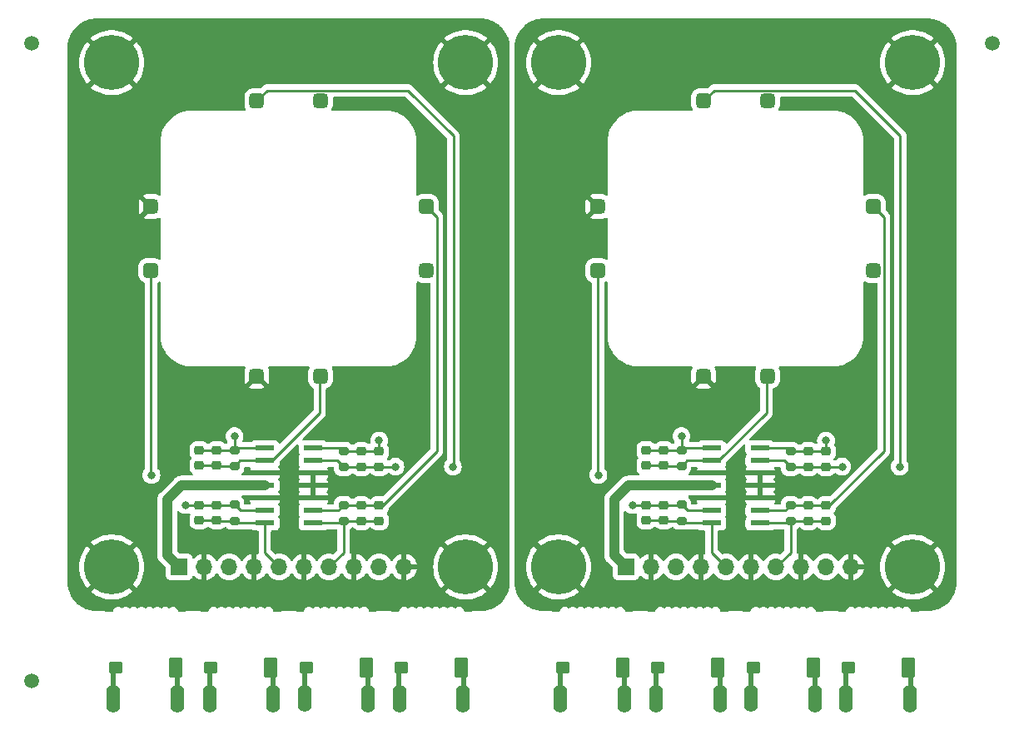
<source format=gbr>
%TF.GenerationSoftware,KiCad,Pcbnew,7.0.7*%
%TF.CreationDate,2023-10-25T17:49:02-07:00*%
%TF.ProjectId,sfh2430_breakout_panelized,73666832-3433-4305-9f62-7265616b6f75,rev?*%
%TF.SameCoordinates,Original*%
%TF.FileFunction,Copper,L1,Top*%
%TF.FilePolarity,Positive*%
%FSLAX46Y46*%
G04 Gerber Fmt 4.6, Leading zero omitted, Abs format (unit mm)*
G04 Created by KiCad (PCBNEW 7.0.7) date 2023-10-25 17:49:02*
%MOMM*%
%LPD*%
G01*
G04 APERTURE LIST*
G04 Aperture macros list*
%AMRoundRect*
0 Rectangle with rounded corners*
0 $1 Rounding radius*
0 $2 $3 $4 $5 $6 $7 $8 $9 X,Y pos of 4 corners*
0 Add a 4 corners polygon primitive as box body*
4,1,4,$2,$3,$4,$5,$6,$7,$8,$9,$2,$3,0*
0 Add four circle primitives for the rounded corners*
1,1,$1+$1,$2,$3*
1,1,$1+$1,$4,$5*
1,1,$1+$1,$6,$7*
1,1,$1+$1,$8,$9*
0 Add four rect primitives between the rounded corners*
20,1,$1+$1,$2,$3,$4,$5,0*
20,1,$1+$1,$4,$5,$6,$7,0*
20,1,$1+$1,$6,$7,$8,$9,0*
20,1,$1+$1,$8,$9,$2,$3,0*%
G04 Aperture macros list end*
%TA.AperFunction,ComponentPad*%
%ADD10C,5.600000*%
%TD*%
%TA.AperFunction,SMDPad,CuDef*%
%ADD11RoundRect,0.225000X0.250000X-0.225000X0.250000X0.225000X-0.250000X0.225000X-0.250000X-0.225000X0*%
%TD*%
%TA.AperFunction,SMDPad,CuDef*%
%ADD12RoundRect,0.200000X0.275000X-0.200000X0.275000X0.200000X-0.275000X0.200000X-0.275000X-0.200000X0*%
%TD*%
%TA.AperFunction,SMDPad,CuDef*%
%ADD13RoundRect,0.375000X0.375000X0.375000X-0.375000X0.375000X-0.375000X-0.375000X0.375000X-0.375000X0*%
%TD*%
%TA.AperFunction,SMDPad,CuDef*%
%ADD14RoundRect,0.375000X0.375000X0.387000X-0.375000X0.387000X-0.375000X-0.387000X0.375000X-0.387000X0*%
%TD*%
%TA.AperFunction,SMDPad,CuDef*%
%ADD15RoundRect,0.375000X-0.375000X0.375000X-0.375000X-0.375000X0.375000X-0.375000X0.375000X0.375000X0*%
%TD*%
%TA.AperFunction,SMDPad,CuDef*%
%ADD16RoundRect,0.375000X-0.387000X0.375000X-0.387000X-0.375000X0.387000X-0.375000X0.387000X0.375000X0*%
%TD*%
%TA.AperFunction,SMDPad,CuDef*%
%ADD17RoundRect,0.175000X-0.525000X-0.825000X0.525000X-0.825000X0.525000X0.825000X-0.525000X0.825000X0*%
%TD*%
%TA.AperFunction,SMDPad,CuDef*%
%ADD18RoundRect,0.150000X-0.550000X-0.450000X0.550000X-0.450000X0.550000X0.450000X-0.550000X0.450000X0*%
%TD*%
%TA.AperFunction,CastellatedPad*%
%ADD19C,1.400000*%
%TD*%
%TA.AperFunction,SMDPad,CuDef*%
%ADD20R,1.400000X1.400000*%
%TD*%
%TA.AperFunction,SMDPad,CuDef*%
%ADD21RoundRect,0.225000X-0.250000X0.225000X-0.250000X-0.225000X0.250000X-0.225000X0.250000X0.225000X0*%
%TD*%
%TA.AperFunction,SMDPad,CuDef*%
%ADD22RoundRect,0.200000X-0.275000X0.200000X-0.275000X-0.200000X0.275000X-0.200000X0.275000X0.200000X0*%
%TD*%
%TA.AperFunction,SMDPad,CuDef*%
%ADD23RoundRect,0.375000X-0.375000X-0.375000X0.375000X-0.375000X0.375000X0.375000X-0.375000X0.375000X0*%
%TD*%
%TA.AperFunction,SMDPad,CuDef*%
%ADD24RoundRect,0.375000X-0.375000X-0.387000X0.375000X-0.387000X0.375000X0.387000X-0.375000X0.387000X0*%
%TD*%
%TA.AperFunction,SMDPad,CuDef*%
%ADD25R,1.981200X0.533400*%
%TD*%
%TA.AperFunction,SMDPad,CuDef*%
%ADD26C,1.500000*%
%TD*%
%TA.AperFunction,ComponentPad*%
%ADD27R,1.700000X1.700000*%
%TD*%
%TA.AperFunction,ComponentPad*%
%ADD28O,1.700000X1.700000*%
%TD*%
%TA.AperFunction,SMDPad,CuDef*%
%ADD29RoundRect,0.375000X0.375000X-0.375000X0.375000X0.375000X-0.375000X0.375000X-0.375000X-0.375000X0*%
%TD*%
%TA.AperFunction,SMDPad,CuDef*%
%ADD30RoundRect,0.375000X0.387000X-0.375000X0.387000X0.375000X-0.387000X0.375000X-0.387000X-0.375000X0*%
%TD*%
%TA.AperFunction,ViaPad*%
%ADD31C,0.800000*%
%TD*%
%TA.AperFunction,Conductor*%
%ADD32C,0.250000*%
%TD*%
%TA.AperFunction,Conductor*%
%ADD33C,1.000000*%
%TD*%
%TA.AperFunction,Conductor*%
%ADD34C,0.500000*%
%TD*%
G04 APERTURE END LIST*
D10*
%TO.P,H3,1,1*%
%TO.N,GND*%
X136250000Y-50800000D03*
%TD*%
%TO.P,H3,1,1*%
%TO.N,GND*%
X90800000Y-50800000D03*
%TD*%
D11*
%TO.P,C1,1,1*%
%TO.N,Net-(J1-Pin_2)*%
X109150000Y-91795000D03*
%TO.P,C1,2,2*%
%TO.N,/OUTA*%
X109150000Y-90245000D03*
%TD*%
%TO.P,C1,1,1*%
%TO.N,Net-(J1-Pin_2)*%
X63700000Y-91795000D03*
%TO.P,C1,2,2*%
%TO.N,/OUTA*%
X63700000Y-90245000D03*
%TD*%
D12*
%TO.P,R3,1,1*%
%TO.N,Net-(J3-Pin_2)*%
X123850000Y-91950000D03*
%TO.P,R3,2,2*%
%TO.N,/OUTD*%
X123850000Y-90300000D03*
%TD*%
%TO.P,R3,1,1*%
%TO.N,Net-(J3-Pin_2)*%
X78400000Y-91950000D03*
%TO.P,R3,2,2*%
%TO.N,/OUTD*%
X78400000Y-90300000D03*
%TD*%
D13*
%TO.P,J3,1,Pin_1*%
%TO.N,GND*%
X76050000Y-54700000D03*
D14*
%TO.P,J3,2,Pin_2*%
%TO.N,Net-(J3-Pin_2)*%
X69550000Y-54700000D03*
%TD*%
D13*
%TO.P,J3,1,Pin_1*%
%TO.N,GND*%
X121500000Y-54700000D03*
D14*
%TO.P,J3,2,Pin_2*%
%TO.N,Net-(J3-Pin_2)*%
X115000000Y-54700000D03*
%TD*%
D11*
%TO.P,C2,1,1*%
%TO.N,Net-(J1-Pin_2)*%
X110950000Y-91800000D03*
%TO.P,C2,2,2*%
%TO.N,/OUTA*%
X110950000Y-90250000D03*
%TD*%
%TO.P,C2,1,1*%
%TO.N,Net-(J1-Pin_2)*%
X65500000Y-91800000D03*
%TO.P,C2,2,2*%
%TO.N,/OUTA*%
X65500000Y-90250000D03*
%TD*%
D15*
%TO.P,J2,1,Pin_1*%
%TO.N,GND*%
X104250000Y-65450000D03*
D16*
%TO.P,J2,2,Pin_2*%
%TO.N,Net-(J2-Pin_2)*%
X104250000Y-71950000D03*
%TD*%
D15*
%TO.P,J2,1,Pin_1*%
%TO.N,GND*%
X58800000Y-65450000D03*
D16*
%TO.P,J2,2,Pin_2*%
%TO.N,Net-(J2-Pin_2)*%
X58800000Y-71950000D03*
%TD*%
D17*
%TO.P,D3,1,K*%
%TO.N,Net-(D3-K)*%
X116450000Y-112350000D03*
D18*
%TO.P,D3,2,A*%
%TO.N,Net-(D3-A)*%
X110350000Y-112350000D03*
%TD*%
D17*
%TO.P,D3,1,K*%
%TO.N,Net-(D3-K)*%
X71000000Y-112350000D03*
D18*
%TO.P,D3,2,A*%
%TO.N,Net-(D3-A)*%
X64900000Y-112350000D03*
%TD*%
D19*
%TO.P,J6,1,Pin_1*%
%TO.N,Net-(D1-K)*%
X135995635Y-116217073D03*
D20*
X135995635Y-115517073D03*
D19*
X135995635Y-114817073D03*
%TD*%
%TO.P,J6,1,Pin_1*%
%TO.N,Net-(D1-K)*%
X90545635Y-116217073D03*
D20*
X90545635Y-115517073D03*
D19*
X90545635Y-114817073D03*
%TD*%
D21*
%TO.P,C7,1,1*%
%TO.N,Net-(J4-Pin_2)*%
X127450000Y-95850000D03*
%TO.P,C7,2,2*%
%TO.N,/OUTC*%
X127450000Y-97400000D03*
%TD*%
%TO.P,C7,1,1*%
%TO.N,Net-(J4-Pin_2)*%
X82000000Y-95850000D03*
%TO.P,C7,2,2*%
%TO.N,/OUTC*%
X82000000Y-97400000D03*
%TD*%
%TO.P,C4,1,1*%
%TO.N,Net-(J2-Pin_2)*%
X110950000Y-95800000D03*
%TO.P,C4,2,2*%
%TO.N,/OUTB*%
X110950000Y-97350000D03*
%TD*%
%TO.P,C4,1,1*%
%TO.N,Net-(J2-Pin_2)*%
X65500000Y-95800000D03*
%TO.P,C4,2,2*%
%TO.N,/OUTB*%
X65500000Y-97350000D03*
%TD*%
D22*
%TO.P,R2,1,1*%
%TO.N,Net-(J2-Pin_2)*%
X112750000Y-95770000D03*
%TO.P,R2,2,2*%
%TO.N,/OUTB*%
X112750000Y-97420000D03*
%TD*%
%TO.P,R2,1,1*%
%TO.N,Net-(J2-Pin_2)*%
X67300000Y-95770000D03*
%TO.P,R2,2,2*%
%TO.N,/OUTB*%
X67300000Y-97420000D03*
%TD*%
D23*
%TO.P,J1,1,Pin_1*%
%TO.N,GND*%
X115000000Y-82700000D03*
D24*
%TO.P,J1,2,Pin_2*%
%TO.N,Net-(J1-Pin_2)*%
X121500000Y-82700000D03*
%TD*%
D23*
%TO.P,J1,1,Pin_1*%
%TO.N,GND*%
X69550000Y-82700000D03*
D24*
%TO.P,J1,2,Pin_2*%
%TO.N,Net-(J1-Pin_2)*%
X76050000Y-82700000D03*
%TD*%
D12*
%TO.P,R1,1,1*%
%TO.N,Net-(J1-Pin_2)*%
X112750000Y-91850000D03*
%TO.P,R1,2,2*%
%TO.N,/OUTA*%
X112750000Y-90200000D03*
%TD*%
%TO.P,R1,1,1*%
%TO.N,Net-(J1-Pin_2)*%
X67300000Y-91850000D03*
%TO.P,R1,2,2*%
%TO.N,/OUTA*%
X67300000Y-90200000D03*
%TD*%
D10*
%TO.P,H2,1,1*%
%TO.N,GND*%
X100250000Y-102100000D03*
%TD*%
%TO.P,H2,1,1*%
%TO.N,GND*%
X54800000Y-102100000D03*
%TD*%
D19*
%TO.P,J10,1,Pin_1*%
%TO.N,Net-(D3-K)*%
X116700000Y-114800000D03*
D20*
X116700000Y-115500000D03*
D19*
X116700000Y-116200000D03*
%TD*%
%TO.P,J10,1,Pin_1*%
%TO.N,Net-(D3-K)*%
X71250000Y-114800000D03*
D20*
X71250000Y-115500000D03*
D19*
X71250000Y-116200000D03*
%TD*%
%TO.P,J11,1,Pin_1*%
%TO.N,Net-(D3-A)*%
X110200000Y-114800000D03*
D20*
X110200000Y-115500000D03*
D19*
X110200000Y-116200000D03*
%TD*%
%TO.P,J11,1,Pin_1*%
%TO.N,Net-(D3-A)*%
X64750000Y-114800000D03*
D20*
X64750000Y-115500000D03*
D19*
X64750000Y-116200000D03*
%TD*%
%TO.P,J7,1,Pin_1*%
%TO.N,Net-(D1-A)*%
X129495635Y-116217073D03*
D20*
X129495635Y-115517073D03*
D19*
X129495635Y-114817073D03*
%TD*%
%TO.P,J7,1,Pin_1*%
%TO.N,Net-(D1-A)*%
X84045635Y-116217073D03*
D20*
X84045635Y-115517073D03*
D19*
X84045635Y-114817073D03*
%TD*%
D17*
%TO.P,D1,1,K*%
%TO.N,Net-(D1-K)*%
X135841269Y-112350000D03*
D18*
%TO.P,D1,2,A*%
%TO.N,Net-(D1-A)*%
X129741269Y-112350000D03*
%TD*%
D17*
%TO.P,D1,1,K*%
%TO.N,Net-(D1-K)*%
X90391269Y-112350000D03*
D18*
%TO.P,D1,2,A*%
%TO.N,Net-(D1-A)*%
X84291269Y-112350000D03*
%TD*%
D19*
%TO.P,J8,1,Pin_1*%
%TO.N,Net-(D2-K)*%
X106950000Y-116200000D03*
D20*
X106950000Y-115500000D03*
D19*
X106950000Y-114800000D03*
%TD*%
%TO.P,J8,1,Pin_1*%
%TO.N,Net-(D2-K)*%
X61500000Y-116200000D03*
D20*
X61500000Y-115500000D03*
D19*
X61500000Y-114800000D03*
%TD*%
D25*
%TO.P,U1,1,OUTA*%
%TO.N,/OUTA*%
X115822400Y-90010000D03*
%TO.P,U1,2,-INA*%
%TO.N,Net-(J1-Pin_2)*%
X115822400Y-91280000D03*
%TO.P,U1,3,+INA*%
%TO.N,GND*%
X115822400Y-92550000D03*
%TO.P,U1,4,V+*%
%TO.N,+3V3*%
X115822400Y-93820000D03*
%TO.P,U1,5,+INB*%
%TO.N,GND*%
X115822400Y-95090000D03*
%TO.P,U1,6,-INB*%
%TO.N,Net-(J2-Pin_2)*%
X115822400Y-96360000D03*
%TO.P,U1,7,OUTB*%
%TO.N,/OUTB*%
X115822400Y-97630000D03*
%TO.P,U1,8,OUTC*%
%TO.N,/OUTC*%
X120750000Y-97630000D03*
%TO.P,U1,9,-INC*%
%TO.N,Net-(J4-Pin_2)*%
X120750000Y-96360000D03*
%TO.P,U1,10,+INC*%
%TO.N,GND*%
X120750000Y-95090000D03*
%TO.P,U1,11,V-*%
X120750000Y-93820000D03*
%TO.P,U1,12,+IND*%
X120750000Y-92550000D03*
%TO.P,U1,13,-IND*%
%TO.N,Net-(J3-Pin_2)*%
X120750000Y-91280000D03*
%TO.P,U1,14,OUTD*%
%TO.N,/OUTD*%
X120750000Y-90010000D03*
%TD*%
%TO.P,U1,1,OUTA*%
%TO.N,/OUTA*%
X70372400Y-90010000D03*
%TO.P,U1,2,-INA*%
%TO.N,Net-(J1-Pin_2)*%
X70372400Y-91280000D03*
%TO.P,U1,3,+INA*%
%TO.N,GND*%
X70372400Y-92550000D03*
%TO.P,U1,4,V+*%
%TO.N,+3V3*%
X70372400Y-93820000D03*
%TO.P,U1,5,+INB*%
%TO.N,GND*%
X70372400Y-95090000D03*
%TO.P,U1,6,-INB*%
%TO.N,Net-(J2-Pin_2)*%
X70372400Y-96360000D03*
%TO.P,U1,7,OUTB*%
%TO.N,/OUTB*%
X70372400Y-97630000D03*
%TO.P,U1,8,OUTC*%
%TO.N,/OUTC*%
X75300000Y-97630000D03*
%TO.P,U1,9,-INC*%
%TO.N,Net-(J4-Pin_2)*%
X75300000Y-96360000D03*
%TO.P,U1,10,+INC*%
%TO.N,GND*%
X75300000Y-95090000D03*
%TO.P,U1,11,V-*%
X75300000Y-93820000D03*
%TO.P,U1,12,+IND*%
X75300000Y-92550000D03*
%TO.P,U1,13,-IND*%
%TO.N,Net-(J3-Pin_2)*%
X75300000Y-91280000D03*
%TO.P,U1,14,OUTD*%
%TO.N,/OUTD*%
X75300000Y-90010000D03*
%TD*%
D19*
%TO.P,J12,1,Pin_1*%
%TO.N,Net-(D4-K)*%
X126350000Y-114800000D03*
D20*
X126350000Y-115500000D03*
D19*
X126350000Y-116200000D03*
%TD*%
%TO.P,J12,1,Pin_1*%
%TO.N,Net-(D4-K)*%
X80900000Y-114800000D03*
D20*
X80900000Y-115500000D03*
D19*
X80900000Y-116200000D03*
%TD*%
D21*
%TO.P,C3,1,1*%
%TO.N,Net-(J2-Pin_2)*%
X109150000Y-95800000D03*
%TO.P,C3,2,2*%
%TO.N,/OUTB*%
X109150000Y-97350000D03*
%TD*%
%TO.P,C3,1,1*%
%TO.N,Net-(J2-Pin_2)*%
X63700000Y-95800000D03*
%TO.P,C3,2,2*%
%TO.N,/OUTB*%
X63700000Y-97350000D03*
%TD*%
D26*
%TO.P,,*%
%TO.N,*%
X46675000Y-113675000D03*
%TD*%
D22*
%TO.P,R4,1,1*%
%TO.N,Net-(J4-Pin_2)*%
X123850000Y-95800000D03*
%TO.P,R4,2,2*%
%TO.N,/OUTC*%
X123850000Y-97450000D03*
%TD*%
%TO.P,R4,1,1*%
%TO.N,Net-(J4-Pin_2)*%
X78400000Y-95800000D03*
%TO.P,R4,2,2*%
%TO.N,/OUTC*%
X78400000Y-97450000D03*
%TD*%
D17*
%TO.P,D2,1,K*%
%TO.N,Net-(D2-K)*%
X106750000Y-112350000D03*
D18*
%TO.P,D2,2,A*%
%TO.N,Net-(D2-A)*%
X100650000Y-112350000D03*
%TD*%
D17*
%TO.P,D2,1,K*%
%TO.N,Net-(D2-K)*%
X61300000Y-112350000D03*
D18*
%TO.P,D2,2,A*%
%TO.N,Net-(D2-A)*%
X55200000Y-112350000D03*
%TD*%
D19*
%TO.P,J13,1,Pin_1*%
%TO.N,Net-(D4-A)*%
X119850000Y-114750000D03*
D20*
X119850000Y-115450000D03*
D19*
X119850000Y-116150000D03*
%TD*%
%TO.P,J13,1,Pin_1*%
%TO.N,Net-(D4-A)*%
X74400000Y-114750000D03*
D20*
X74400000Y-115450000D03*
D19*
X74400000Y-116150000D03*
%TD*%
D11*
%TO.P,C6,1,1*%
%TO.N,Net-(J3-Pin_2)*%
X125650000Y-91900000D03*
%TO.P,C6,2,2*%
%TO.N,/OUTD*%
X125650000Y-90350000D03*
%TD*%
%TO.P,C6,1,1*%
%TO.N,Net-(J3-Pin_2)*%
X80200000Y-91900000D03*
%TO.P,C6,2,2*%
%TO.N,/OUTD*%
X80200000Y-90350000D03*
%TD*%
D27*
%TO.P,J5,1,Pin_1*%
%TO.N,+3V3*%
X107125000Y-102100000D03*
D28*
%TO.P,J5,2,Pin_2*%
%TO.N,GND*%
X109665000Y-102100000D03*
%TO.P,J5,3,Pin_3*%
%TO.N,/OUTA*%
X112205000Y-102100000D03*
%TO.P,J5,4,Pin_4*%
%TO.N,GND*%
X114745000Y-102100000D03*
%TO.P,J5,5,Pin_5*%
%TO.N,/OUTB*%
X117285000Y-102100000D03*
%TO.P,J5,6,Pin_6*%
%TO.N,GND*%
X119825000Y-102100000D03*
%TO.P,J5,7,Pin_7*%
%TO.N,/OUTC*%
X122365000Y-102100000D03*
%TO.P,J5,8,Pin_8*%
%TO.N,GND*%
X124905000Y-102100000D03*
%TO.P,J5,9,Pin_9*%
%TO.N,/OUTD*%
X127445000Y-102100000D03*
%TO.P,J5,10,Pin_10*%
%TO.N,GND*%
X129985000Y-102100000D03*
%TD*%
D27*
%TO.P,J5,1,Pin_1*%
%TO.N,+3V3*%
X61675000Y-102100000D03*
D28*
%TO.P,J5,2,Pin_2*%
%TO.N,GND*%
X64215000Y-102100000D03*
%TO.P,J5,3,Pin_3*%
%TO.N,/OUTA*%
X66755000Y-102100000D03*
%TO.P,J5,4,Pin_4*%
%TO.N,GND*%
X69295000Y-102100000D03*
%TO.P,J5,5,Pin_5*%
%TO.N,/OUTB*%
X71835000Y-102100000D03*
%TO.P,J5,6,Pin_6*%
%TO.N,GND*%
X74375000Y-102100000D03*
%TO.P,J5,7,Pin_7*%
%TO.N,/OUTC*%
X76915000Y-102100000D03*
%TO.P,J5,8,Pin_8*%
%TO.N,GND*%
X79455000Y-102100000D03*
%TO.P,J5,9,Pin_9*%
%TO.N,/OUTD*%
X81995000Y-102100000D03*
%TO.P,J5,10,Pin_10*%
%TO.N,GND*%
X84535000Y-102100000D03*
%TD*%
D10*
%TO.P,H1,1,1*%
%TO.N,GND*%
X100250000Y-50800000D03*
%TD*%
%TO.P,H1,1,1*%
%TO.N,GND*%
X54800000Y-50800000D03*
%TD*%
D21*
%TO.P,C8,1,1*%
%TO.N,Net-(J4-Pin_2)*%
X125650000Y-95850000D03*
%TO.P,C8,2,2*%
%TO.N,/OUTC*%
X125650000Y-97400000D03*
%TD*%
%TO.P,C8,1,1*%
%TO.N,Net-(J4-Pin_2)*%
X80200000Y-95850000D03*
%TO.P,C8,2,2*%
%TO.N,/OUTC*%
X80200000Y-97400000D03*
%TD*%
D29*
%TO.P,J4,1,Pin_1*%
%TO.N,GND*%
X132250000Y-71950000D03*
D30*
%TO.P,J4,2,Pin_2*%
%TO.N,Net-(J4-Pin_2)*%
X132250000Y-65450000D03*
%TD*%
D29*
%TO.P,J4,1,Pin_1*%
%TO.N,GND*%
X86800000Y-71950000D03*
D30*
%TO.P,J4,2,Pin_2*%
%TO.N,Net-(J4-Pin_2)*%
X86800000Y-65450000D03*
%TD*%
D26*
%TO.P,,*%
%TO.N,*%
X144375000Y-48825000D03*
%TD*%
D10*
%TO.P,H4,1,1*%
%TO.N,GND*%
X136250000Y-102100000D03*
%TD*%
%TO.P,H4,1,1*%
%TO.N,GND*%
X90800000Y-102100000D03*
%TD*%
D19*
%TO.P,J9,1,Pin_1*%
%TO.N,Net-(D2-A)*%
X100450000Y-116200000D03*
D20*
X100450000Y-115500000D03*
D19*
X100450000Y-114800000D03*
%TD*%
%TO.P,J9,1,Pin_1*%
%TO.N,Net-(D2-A)*%
X55000000Y-116200000D03*
D20*
X55000000Y-115500000D03*
D19*
X55000000Y-114800000D03*
%TD*%
D17*
%TO.P,D4,1,K*%
%TO.N,Net-(D4-K)*%
X126150000Y-112350000D03*
D18*
%TO.P,D4,2,A*%
%TO.N,Net-(D4-A)*%
X120050000Y-112350000D03*
%TD*%
D17*
%TO.P,D4,1,K*%
%TO.N,Net-(D4-K)*%
X80700000Y-112350000D03*
D18*
%TO.P,D4,2,A*%
%TO.N,Net-(D4-A)*%
X74600000Y-112350000D03*
%TD*%
D11*
%TO.P,C5,1,1*%
%TO.N,Net-(J3-Pin_2)*%
X127450000Y-91900000D03*
%TO.P,C5,2,2*%
%TO.N,/OUTD*%
X127450000Y-90350000D03*
%TD*%
%TO.P,C5,1,1*%
%TO.N,Net-(J3-Pin_2)*%
X82000000Y-91900000D03*
%TO.P,C5,2,2*%
%TO.N,/OUTD*%
X82000000Y-90350000D03*
%TD*%
D26*
%TO.P,,*%
%TO.N,*%
X46675000Y-48825000D03*
%TD*%
D31*
%TO.N,/OUTA*%
X112750000Y-88800000D03*
X67300000Y-88800000D03*
%TO.N,Net-(J2-Pin_2)*%
X62300000Y-95800000D03*
X104300000Y-92750000D03*
X107750000Y-95800000D03*
X58850000Y-92750000D03*
%TO.N,/OUTD*%
X82000000Y-89250000D03*
X127450000Y-89250000D03*
%TO.N,GND*%
X87250000Y-61950000D03*
X87250000Y-59450000D03*
X132700000Y-61950000D03*
X132700000Y-59450000D03*
%TO.N,Net-(J3-Pin_2)*%
X134950000Y-91900000D03*
X129100000Y-91900000D03*
X83650000Y-91900000D03*
X89500000Y-91900000D03*
%TD*%
D32*
%TO.N,Net-(J1-Pin_2)*%
X113320000Y-91280000D02*
X112750000Y-91850000D01*
X121400000Y-86426300D02*
X116546300Y-91280000D01*
X67300000Y-91850000D02*
X65550000Y-91850000D01*
X121500000Y-82850000D02*
X121400000Y-82950000D01*
X71096300Y-91280000D02*
X70372400Y-91280000D01*
X70372400Y-91280000D02*
X67870000Y-91280000D01*
X65500000Y-91800000D02*
X63705000Y-91800000D01*
X63705000Y-91800000D02*
X63700000Y-91795000D01*
X65550000Y-91850000D02*
X65500000Y-91800000D01*
X116546300Y-91280000D02*
X115822400Y-91280000D01*
X111000000Y-91850000D02*
X110950000Y-91800000D01*
X76050000Y-82850000D02*
X75950000Y-82950000D01*
X76050000Y-82700000D02*
X76050000Y-82850000D01*
X75950000Y-86426300D02*
X71096300Y-91280000D01*
X110950000Y-91800000D02*
X109155000Y-91800000D01*
X67870000Y-91280000D02*
X67300000Y-91850000D01*
X112750000Y-91850000D02*
X111000000Y-91850000D01*
X109155000Y-91800000D02*
X109150000Y-91795000D01*
X75950000Y-82950000D02*
X75950000Y-86426300D01*
X121500000Y-82700000D02*
X121500000Y-82850000D01*
X115822400Y-91280000D02*
X113320000Y-91280000D01*
X121400000Y-82950000D02*
X121400000Y-86426300D01*
%TO.N,/OUTA*%
X111000000Y-90200000D02*
X110950000Y-90250000D01*
X65495000Y-90245000D02*
X65500000Y-90250000D01*
X63700000Y-90245000D02*
X65495000Y-90245000D01*
X67300000Y-90200000D02*
X65550000Y-90200000D01*
X67300000Y-88800000D02*
X67300000Y-90200000D01*
X112940000Y-90010000D02*
X115822400Y-90010000D01*
X109150000Y-90245000D02*
X110945000Y-90245000D01*
X67300000Y-90200000D02*
X67490000Y-90010000D01*
X112750000Y-90200000D02*
X111000000Y-90200000D01*
X110945000Y-90245000D02*
X110950000Y-90250000D01*
X112750000Y-90200000D02*
X112940000Y-90010000D01*
X65550000Y-90200000D02*
X65500000Y-90250000D01*
X112750000Y-88800000D02*
X112750000Y-90200000D01*
X67490000Y-90010000D02*
X70372400Y-90010000D01*
%TO.N,/OUTC*%
X123850000Y-97450000D02*
X123670000Y-97630000D01*
X123900000Y-97400000D02*
X123850000Y-97450000D01*
X123850000Y-100615000D02*
X122365000Y-102100000D01*
X78220000Y-97630000D02*
X75300000Y-97630000D01*
X78400000Y-100615000D02*
X76915000Y-102100000D01*
X78450000Y-97400000D02*
X78400000Y-97450000D01*
X127450000Y-97400000D02*
X125650000Y-97400000D01*
X78400000Y-97450000D02*
X78400000Y-100615000D01*
X78400000Y-97450000D02*
X78220000Y-97630000D01*
X123670000Y-97630000D02*
X120750000Y-97630000D01*
X123850000Y-97450000D02*
X123850000Y-100615000D01*
X82000000Y-97400000D02*
X80200000Y-97400000D01*
X80200000Y-97400000D02*
X78450000Y-97400000D01*
X125650000Y-97400000D02*
X123900000Y-97400000D01*
%TO.N,Net-(J2-Pin_2)*%
X65500000Y-95800000D02*
X67270000Y-95800000D01*
X104250000Y-92700000D02*
X104250000Y-71950000D01*
X63700000Y-95800000D02*
X62300000Y-95800000D01*
X67270000Y-95800000D02*
X67300000Y-95770000D01*
X109150000Y-95800000D02*
X107750000Y-95800000D01*
X63700000Y-95800000D02*
X65500000Y-95800000D01*
X67890000Y-96360000D02*
X70372400Y-96360000D01*
X58850000Y-92750000D02*
X58800000Y-92700000D01*
X58800000Y-92700000D02*
X58800000Y-71950000D01*
X112720000Y-95800000D02*
X112750000Y-95770000D01*
X113340000Y-96360000D02*
X115822400Y-96360000D01*
X104300000Y-92750000D02*
X104250000Y-92700000D01*
X67300000Y-95770000D02*
X67890000Y-96360000D01*
X110950000Y-95800000D02*
X112720000Y-95800000D01*
X112750000Y-95770000D02*
X113340000Y-96360000D01*
X109150000Y-95800000D02*
X110950000Y-95800000D01*
%TO.N,/OUTB*%
X112750000Y-97420000D02*
X111020000Y-97420000D01*
X111020000Y-97420000D02*
X110950000Y-97350000D01*
X112750000Y-97420000D02*
X112960000Y-97630000D01*
X67300000Y-97420000D02*
X65570000Y-97420000D01*
X67300000Y-97420000D02*
X67510000Y-97630000D01*
X65570000Y-97420000D02*
X65500000Y-97350000D01*
X115822400Y-97630000D02*
X115822400Y-100637400D01*
X110950000Y-97350000D02*
X109150000Y-97350000D01*
X70372400Y-97630000D02*
X70372400Y-100637400D01*
X65500000Y-97350000D02*
X63700000Y-97350000D01*
X112960000Y-97630000D02*
X115822400Y-97630000D01*
X115822400Y-100637400D02*
X117285000Y-102100000D01*
X70372400Y-100637400D02*
X71835000Y-102100000D01*
X67510000Y-97630000D02*
X70372400Y-97630000D01*
%TO.N,/OUTD*%
X123560000Y-90010000D02*
X123850000Y-90300000D01*
X80150000Y-90300000D02*
X80200000Y-90350000D01*
X120750000Y-90010000D02*
X123560000Y-90010000D01*
X78400000Y-90300000D02*
X80150000Y-90300000D01*
X78110000Y-90010000D02*
X78400000Y-90300000D01*
X80200000Y-90350000D02*
X82000000Y-90350000D01*
X123850000Y-90300000D02*
X125600000Y-90300000D01*
X125600000Y-90300000D02*
X125650000Y-90350000D01*
X125650000Y-90350000D02*
X127450000Y-90350000D01*
X75300000Y-90010000D02*
X78110000Y-90010000D01*
X127450000Y-89250000D02*
X127450000Y-90350000D01*
X82000000Y-89250000D02*
X82000000Y-90350000D01*
D33*
%TO.N,+3V3*%
X105900000Y-100875000D02*
X105900000Y-95250000D01*
X61880000Y-93820000D02*
X70372400Y-93820000D01*
X105900000Y-95250000D02*
X107330000Y-93820000D01*
X60450000Y-100875000D02*
X60450000Y-95250000D01*
D32*
X61675000Y-102100000D02*
X61575000Y-102000000D01*
D33*
X107330000Y-93820000D02*
X115822400Y-93820000D01*
X107025000Y-102000000D02*
X105900000Y-100875000D01*
X60450000Y-95250000D02*
X61880000Y-93820000D01*
D32*
X107125000Y-102100000D02*
X107025000Y-102000000D01*
D33*
X61575000Y-102000000D02*
X60450000Y-100875000D01*
D34*
%TO.N,Net-(D1-K)*%
X136091269Y-112567073D02*
X136091269Y-114717073D01*
X90641269Y-112567073D02*
X90641269Y-114717073D01*
%TO.N,Net-(D1-A)*%
X129491269Y-112567073D02*
X129491269Y-114717073D01*
X84041269Y-112567073D02*
X84041269Y-114717073D01*
%TO.N,Net-(D2-K)*%
X106950000Y-112300000D02*
X106950000Y-114800000D01*
D32*
X61300000Y-112100000D02*
X61500000Y-112300000D01*
D34*
X61500000Y-112300000D02*
X61500000Y-114800000D01*
D32*
X106750000Y-112100000D02*
X106950000Y-112300000D01*
D34*
%TO.N,Net-(D2-A)*%
X55000000Y-112300000D02*
X55000000Y-114800000D01*
D32*
X55200000Y-112100000D02*
X55000000Y-112300000D01*
X100650000Y-112100000D02*
X100450000Y-112300000D01*
D34*
X100450000Y-112300000D02*
X100450000Y-114800000D01*
%TO.N,Net-(D3-K)*%
X116700000Y-114800000D02*
X116700000Y-112300000D01*
X71250000Y-114800000D02*
X71250000Y-112300000D01*
D32*
X71250000Y-112300000D02*
X71000000Y-112050000D01*
X116700000Y-112300000D02*
X116450000Y-112050000D01*
%TO.N,Net-(D3-A)*%
X64750000Y-112200000D02*
X64900000Y-112050000D01*
D34*
X64750000Y-114800000D02*
X64750000Y-112200000D01*
X110200000Y-114800000D02*
X110200000Y-112200000D01*
D32*
X110200000Y-112200000D02*
X110350000Y-112050000D01*
D34*
%TO.N,Net-(D4-K)*%
X80900000Y-112300000D02*
X80900000Y-114800000D01*
D32*
X80700000Y-112100000D02*
X80900000Y-112300000D01*
X126150000Y-112100000D02*
X126350000Y-112300000D01*
D34*
X126350000Y-112300000D02*
X126350000Y-114800000D01*
D32*
%TO.N,Net-(D4-A)*%
X120050000Y-112100000D02*
X119850000Y-112300000D01*
X74600000Y-112100000D02*
X74400000Y-112300000D01*
D34*
X119850000Y-112300000D02*
X119850000Y-114750000D01*
X74400000Y-112300000D02*
X74400000Y-114750000D01*
D32*
%TO.N,Net-(J3-Pin_2)*%
X89500000Y-91900000D02*
X89550000Y-91850000D01*
X130375000Y-53625000D02*
X116075000Y-53625000D01*
X135000000Y-58250000D02*
X130375000Y-53625000D01*
X125650000Y-91900000D02*
X127450000Y-91900000D01*
X123180000Y-91280000D02*
X120750000Y-91280000D01*
X123900000Y-91900000D02*
X123850000Y-91950000D01*
X125650000Y-91900000D02*
X123900000Y-91900000D01*
X78400000Y-91950000D02*
X77730000Y-91280000D01*
X77730000Y-91280000D02*
X75300000Y-91280000D01*
X84925000Y-53625000D02*
X70625000Y-53625000D01*
X129100000Y-91900000D02*
X127450000Y-91900000D01*
X123850000Y-91950000D02*
X123180000Y-91280000D01*
X89550000Y-58250000D02*
X84925000Y-53625000D01*
X78450000Y-91900000D02*
X78400000Y-91950000D01*
X134950000Y-91900000D02*
X135000000Y-91850000D01*
X83650000Y-91900000D02*
X82000000Y-91900000D01*
X116075000Y-53625000D02*
X115000000Y-54700000D01*
X89550000Y-91850000D02*
X89550000Y-58250000D01*
X70625000Y-53625000D02*
X69550000Y-54700000D01*
X80200000Y-91900000D02*
X82000000Y-91900000D01*
X135000000Y-91850000D02*
X135000000Y-58250000D01*
X80200000Y-91900000D02*
X78450000Y-91900000D01*
%TO.N,Net-(J4-Pin_2)*%
X132250000Y-65450000D02*
X133325000Y-66525000D01*
X120750000Y-96360000D02*
X123290000Y-96360000D01*
X78400000Y-95800000D02*
X80150000Y-95800000D01*
X75300000Y-96360000D02*
X77840000Y-96360000D01*
X86800000Y-65450000D02*
X87875000Y-66525000D01*
X127800000Y-95850000D02*
X127450000Y-95850000D01*
X133325000Y-90325000D02*
X127800000Y-95850000D01*
X87875000Y-90325000D02*
X82350000Y-95850000D01*
X82350000Y-95850000D02*
X82000000Y-95850000D01*
X80200000Y-95850000D02*
X82000000Y-95850000D01*
X123850000Y-95800000D02*
X125600000Y-95800000D01*
X87875000Y-66525000D02*
X87875000Y-90325000D01*
X125650000Y-95850000D02*
X127450000Y-95850000D01*
X80150000Y-95800000D02*
X80200000Y-95850000D01*
X125600000Y-95800000D02*
X125650000Y-95850000D01*
X123290000Y-96360000D02*
X123850000Y-95800000D01*
X133325000Y-66525000D02*
X133325000Y-90325000D01*
X77840000Y-96360000D02*
X78400000Y-95800000D01*
%TD*%
%TA.AperFunction,Conductor*%
%TO.N,GND*%
G36*
X107105703Y-96431628D02*
G01*
X107116645Y-96442364D01*
X107130996Y-96458302D01*
X107144129Y-96472888D01*
X107297265Y-96584148D01*
X107297270Y-96584151D01*
X107470192Y-96661142D01*
X107470197Y-96661144D01*
X107655354Y-96700500D01*
X107655355Y-96700500D01*
X107844644Y-96700500D01*
X107844646Y-96700500D01*
X108029803Y-96661144D01*
X108082049Y-96637881D01*
X108151299Y-96628596D01*
X108214576Y-96658224D01*
X108251790Y-96717359D01*
X108251126Y-96787226D01*
X108240975Y-96809719D01*
X108241051Y-96809755D01*
X108238230Y-96815803D01*
X108238027Y-96816255D01*
X108237999Y-96816300D01*
X108237996Y-96816305D01*
X108184651Y-96977290D01*
X108174500Y-97076647D01*
X108174500Y-97623337D01*
X108174501Y-97623355D01*
X108184650Y-97722707D01*
X108184651Y-97722710D01*
X108237996Y-97883694D01*
X108238001Y-97883705D01*
X108327029Y-98028040D01*
X108327032Y-98028044D01*
X108446955Y-98147967D01*
X108446959Y-98147970D01*
X108591294Y-98236998D01*
X108591297Y-98236999D01*
X108591303Y-98237003D01*
X108752292Y-98290349D01*
X108851655Y-98300500D01*
X109448344Y-98300499D01*
X109448352Y-98300498D01*
X109448355Y-98300498D01*
X109502760Y-98294940D01*
X109547708Y-98290349D01*
X109708697Y-98237003D01*
X109853044Y-98147968D01*
X109962318Y-98038693D01*
X110023642Y-98005208D01*
X110093334Y-98010192D01*
X110137681Y-98038693D01*
X110246955Y-98147967D01*
X110246959Y-98147970D01*
X110391294Y-98236998D01*
X110391297Y-98236999D01*
X110391303Y-98237003D01*
X110552292Y-98290349D01*
X110651655Y-98300500D01*
X111248344Y-98300499D01*
X111248352Y-98300498D01*
X111248355Y-98300498D01*
X111302760Y-98294940D01*
X111347708Y-98290349D01*
X111508697Y-98237003D01*
X111653044Y-98147968D01*
X111719192Y-98081819D01*
X111780516Y-98048334D01*
X111806874Y-98045500D01*
X111858480Y-98045500D01*
X111925519Y-98065185D01*
X111946161Y-98081819D01*
X112039811Y-98175469D01*
X112039813Y-98175470D01*
X112039815Y-98175472D01*
X112185394Y-98263478D01*
X112347804Y-98314086D01*
X112418384Y-98320500D01*
X112418387Y-98320500D01*
X113081613Y-98320500D01*
X113081616Y-98320500D01*
X113152196Y-98314086D01*
X113314606Y-98263478D01*
X113314608Y-98263476D01*
X113321767Y-98261246D01*
X113322422Y-98263348D01*
X113358950Y-98255500D01*
X114434657Y-98255500D01*
X114501696Y-98275185D01*
X114508968Y-98280233D01*
X114589469Y-98340496D01*
X114589470Y-98340496D01*
X114589471Y-98340497D01*
X114616286Y-98350498D01*
X114724317Y-98390791D01*
X114783927Y-98397200D01*
X115072901Y-98397199D01*
X115139939Y-98416883D01*
X115185694Y-98469687D01*
X115196900Y-98521199D01*
X115196900Y-100554655D01*
X115195175Y-100570272D01*
X115195461Y-100570299D01*
X115194726Y-100578065D01*
X115196900Y-100647214D01*
X115196900Y-100661862D01*
X115177215Y-100728901D01*
X115124411Y-100774656D01*
X115055253Y-100784600D01*
X115040807Y-100781637D01*
X114995001Y-100769363D01*
X114995000Y-100769364D01*
X114995000Y-101487698D01*
X114975315Y-101554737D01*
X114922511Y-101600492D01*
X114853355Y-101610436D01*
X114780766Y-101600000D01*
X114780763Y-101600000D01*
X114709237Y-101600000D01*
X114709233Y-101600000D01*
X114636645Y-101610436D01*
X114567487Y-101600492D01*
X114514684Y-101554736D01*
X114495000Y-101487698D01*
X114495000Y-100769364D01*
X114494999Y-100769364D01*
X114281513Y-100826567D01*
X114281507Y-100826570D01*
X114067422Y-100926399D01*
X114067420Y-100926400D01*
X113873926Y-101061886D01*
X113873920Y-101061891D01*
X113706891Y-101228920D01*
X113706890Y-101228922D01*
X113576880Y-101414595D01*
X113522303Y-101458219D01*
X113452804Y-101465412D01*
X113390450Y-101433890D01*
X113373730Y-101414594D01*
X113243494Y-101228597D01*
X113076402Y-101061506D01*
X113076395Y-101061501D01*
X112882834Y-100925967D01*
X112882830Y-100925965D01*
X112855953Y-100913432D01*
X112668663Y-100826097D01*
X112668659Y-100826096D01*
X112668655Y-100826094D01*
X112440413Y-100764938D01*
X112440403Y-100764936D01*
X112205001Y-100744341D01*
X112204999Y-100744341D01*
X111969596Y-100764936D01*
X111969586Y-100764938D01*
X111741344Y-100826094D01*
X111741335Y-100826098D01*
X111527171Y-100925964D01*
X111527169Y-100925965D01*
X111333597Y-101061505D01*
X111166508Y-101228594D01*
X111036269Y-101414595D01*
X110981692Y-101458219D01*
X110912193Y-101465412D01*
X110849839Y-101433890D01*
X110833119Y-101414594D01*
X110703113Y-101228926D01*
X110703108Y-101228920D01*
X110536082Y-101061894D01*
X110342578Y-100926399D01*
X110128492Y-100826570D01*
X110128486Y-100826567D01*
X109915000Y-100769364D01*
X109915000Y-101487698D01*
X109895315Y-101554737D01*
X109842511Y-101600492D01*
X109773355Y-101610436D01*
X109700766Y-101600000D01*
X109700763Y-101600000D01*
X109629237Y-101600000D01*
X109629233Y-101600000D01*
X109556645Y-101610436D01*
X109487487Y-101600492D01*
X109434684Y-101554736D01*
X109415000Y-101487698D01*
X109414999Y-100769364D01*
X109201513Y-100826567D01*
X109201507Y-100826570D01*
X108987422Y-100926399D01*
X108987420Y-100926400D01*
X108793926Y-101061886D01*
X108671865Y-101183947D01*
X108610542Y-101217431D01*
X108540850Y-101212447D01*
X108484917Y-101170575D01*
X108468002Y-101139598D01*
X108418797Y-101007671D01*
X108418793Y-101007664D01*
X108332547Y-100892455D01*
X108332544Y-100892452D01*
X108217335Y-100806206D01*
X108217328Y-100806202D01*
X108082482Y-100755908D01*
X108082483Y-100755908D01*
X108022883Y-100749501D01*
X108022881Y-100749500D01*
X108022873Y-100749500D01*
X108022865Y-100749500D01*
X107240782Y-100749500D01*
X107173743Y-100729815D01*
X107153101Y-100713181D01*
X106936819Y-100496898D01*
X106903334Y-100435575D01*
X106900500Y-100409217D01*
X106900500Y-96525341D01*
X106920185Y-96458302D01*
X106972989Y-96412547D01*
X107042147Y-96402603D01*
X107105703Y-96431628D01*
G37*
%TD.AperFunction*%
%TA.AperFunction,Conductor*%
G36*
X131437543Y-73084744D02*
G01*
X131571476Y-73151168D01*
X131756175Y-73197102D01*
X131798901Y-73200000D01*
X132575500Y-73200000D01*
X132642539Y-73219685D01*
X132688294Y-73272489D01*
X132699499Y-73323998D01*
X132699499Y-81671223D01*
X132699499Y-90014546D01*
X132679814Y-90081585D01*
X132663180Y-90102227D01*
X127896676Y-94868731D01*
X127835353Y-94902216D01*
X127796394Y-94904408D01*
X127748348Y-94899500D01*
X127151662Y-94899500D01*
X127151644Y-94899501D01*
X127052292Y-94909650D01*
X127052289Y-94909651D01*
X126891305Y-94962996D01*
X126891294Y-94963001D01*
X126746959Y-95052029D01*
X126637681Y-95161307D01*
X126576358Y-95194791D01*
X126506666Y-95189807D01*
X126462319Y-95161307D01*
X126407853Y-95106841D01*
X126353044Y-95052032D01*
X126353041Y-95052030D01*
X126353040Y-95052029D01*
X126208705Y-94963001D01*
X126208699Y-94962998D01*
X126208697Y-94962997D01*
X126189157Y-94956522D01*
X126047709Y-94909651D01*
X125948346Y-94899500D01*
X125351662Y-94899500D01*
X125351644Y-94899501D01*
X125252292Y-94909650D01*
X125252289Y-94909651D01*
X125091305Y-94962996D01*
X125091294Y-94963001D01*
X124946959Y-95052029D01*
X124946955Y-95052032D01*
X124860807Y-95138181D01*
X124799484Y-95171666D01*
X124773126Y-95174500D01*
X124741520Y-95174500D01*
X124674481Y-95154815D01*
X124653839Y-95138181D01*
X124560188Y-95044530D01*
X124539760Y-95032181D01*
X124414606Y-94956522D01*
X124252196Y-94905914D01*
X124252194Y-94905913D01*
X124252192Y-94905913D01*
X124202778Y-94901423D01*
X124181616Y-94899500D01*
X123518384Y-94899500D01*
X123500051Y-94901166D01*
X123447807Y-94905913D01*
X123285393Y-94956522D01*
X123139811Y-95044530D01*
X123019530Y-95164811D01*
X122931522Y-95310393D01*
X122880913Y-95472807D01*
X122874500Y-95543386D01*
X122874500Y-95610500D01*
X122854815Y-95677539D01*
X122802011Y-95723294D01*
X122750500Y-95734500D01*
X122311930Y-95734500D01*
X122244891Y-95714815D01*
X122199136Y-95662011D01*
X122189192Y-95592853D01*
X122195748Y-95567167D01*
X122234196Y-95464079D01*
X122234198Y-95464072D01*
X122240599Y-95404544D01*
X122240600Y-95404527D01*
X122240600Y-95340000D01*
X119259400Y-95340000D01*
X119259400Y-95404544D01*
X119265801Y-95464072D01*
X119265803Y-95464079D01*
X119316045Y-95598786D01*
X119316047Y-95598789D01*
X119354587Y-95650272D01*
X119379004Y-95715737D01*
X119364152Y-95784009D01*
X119354587Y-95798894D01*
X119315604Y-95850968D01*
X119315602Y-95850971D01*
X119265310Y-95985813D01*
X119265309Y-95985817D01*
X119258900Y-96045427D01*
X119258900Y-96045434D01*
X119258900Y-96045435D01*
X119258900Y-96674570D01*
X119258901Y-96674576D01*
X119265308Y-96734183D01*
X119315602Y-96869028D01*
X119315604Y-96869031D01*
X119354275Y-96920689D01*
X119378692Y-96986154D01*
X119363840Y-97054427D01*
X119354275Y-97069311D01*
X119315604Y-97120968D01*
X119315602Y-97120971D01*
X119265310Y-97255813D01*
X119265309Y-97255817D01*
X119258900Y-97315427D01*
X119258900Y-97315434D01*
X119258900Y-97315435D01*
X119258900Y-97944570D01*
X119258901Y-97944576D01*
X119265308Y-98004183D01*
X119315602Y-98139028D01*
X119315606Y-98139035D01*
X119401852Y-98254244D01*
X119401855Y-98254247D01*
X119517064Y-98340493D01*
X119517071Y-98340497D01*
X119651917Y-98390791D01*
X119651916Y-98390791D01*
X119658844Y-98391535D01*
X119711527Y-98397200D01*
X121788472Y-98397199D01*
X121848083Y-98390791D01*
X121982931Y-98340496D01*
X122063431Y-98280233D01*
X122128896Y-98255816D01*
X122137743Y-98255500D01*
X123100500Y-98255500D01*
X123167539Y-98275185D01*
X123213294Y-98327989D01*
X123224500Y-98379500D01*
X123224500Y-100304546D01*
X123204815Y-100371585D01*
X123188181Y-100392227D01*
X122820646Y-100759761D01*
X122759323Y-100793246D01*
X122700873Y-100791855D01*
X122600408Y-100764937D01*
X122365001Y-100744341D01*
X122364999Y-100744341D01*
X122129596Y-100764936D01*
X122129586Y-100764938D01*
X121901344Y-100826094D01*
X121901335Y-100826098D01*
X121687171Y-100925964D01*
X121687169Y-100925965D01*
X121493597Y-101061505D01*
X121326508Y-101228594D01*
X121196269Y-101414595D01*
X121141692Y-101458219D01*
X121072193Y-101465412D01*
X121009839Y-101433890D01*
X120993119Y-101414594D01*
X120863113Y-101228926D01*
X120863108Y-101228920D01*
X120696082Y-101061894D01*
X120502578Y-100926399D01*
X120288492Y-100826570D01*
X120288486Y-100826567D01*
X120075000Y-100769364D01*
X120075000Y-101487698D01*
X120055315Y-101554737D01*
X120002511Y-101600492D01*
X119933355Y-101610436D01*
X119860766Y-101600000D01*
X119860763Y-101600000D01*
X119789237Y-101600000D01*
X119789233Y-101600000D01*
X119716645Y-101610436D01*
X119647487Y-101600492D01*
X119594684Y-101554736D01*
X119575000Y-101487698D01*
X119575000Y-100769364D01*
X119574999Y-100769364D01*
X119361513Y-100826567D01*
X119361507Y-100826570D01*
X119147422Y-100926399D01*
X119147420Y-100926400D01*
X118953926Y-101061886D01*
X118953920Y-101061891D01*
X118786891Y-101228920D01*
X118786890Y-101228922D01*
X118656880Y-101414595D01*
X118602303Y-101458219D01*
X118532804Y-101465412D01*
X118470450Y-101433890D01*
X118453730Y-101414594D01*
X118323494Y-101228597D01*
X118156402Y-101061506D01*
X118156395Y-101061501D01*
X117962834Y-100925967D01*
X117962830Y-100925965D01*
X117935953Y-100913432D01*
X117748663Y-100826097D01*
X117748659Y-100826096D01*
X117748655Y-100826094D01*
X117520413Y-100764938D01*
X117520403Y-100764936D01*
X117285001Y-100744341D01*
X117284999Y-100744341D01*
X117049596Y-100764936D01*
X117049586Y-100764938D01*
X116949126Y-100791856D01*
X116879276Y-100790193D01*
X116829352Y-100759762D01*
X116658005Y-100588415D01*
X116484219Y-100414628D01*
X116450734Y-100353305D01*
X116447900Y-100326947D01*
X116447900Y-98521199D01*
X116467585Y-98454160D01*
X116520389Y-98408405D01*
X116571900Y-98397199D01*
X116860871Y-98397199D01*
X116860872Y-98397199D01*
X116920483Y-98390791D01*
X117055331Y-98340496D01*
X117170546Y-98254246D01*
X117256796Y-98139031D01*
X117307091Y-98004183D01*
X117313500Y-97944573D01*
X117313499Y-97315428D01*
X117307091Y-97255817D01*
X117258919Y-97126662D01*
X117256797Y-97120971D01*
X117256796Y-97120970D01*
X117256796Y-97120969D01*
X117218123Y-97069309D01*
X117193707Y-97003846D01*
X117208558Y-96935573D01*
X117218119Y-96920695D01*
X117256796Y-96869031D01*
X117307091Y-96734183D01*
X117313500Y-96674573D01*
X117313499Y-96045428D01*
X117307091Y-95985817D01*
X117256796Y-95850969D01*
X117217812Y-95798893D01*
X117193395Y-95733431D01*
X117208246Y-95665157D01*
X117217813Y-95650271D01*
X117256352Y-95598789D01*
X117256354Y-95598786D01*
X117306596Y-95464079D01*
X117306598Y-95464072D01*
X117312999Y-95404544D01*
X117313000Y-95404527D01*
X117313000Y-95340000D01*
X114331800Y-95340000D01*
X114331800Y-95404544D01*
X114338201Y-95464072D01*
X114338203Y-95464079D01*
X114376652Y-95567167D01*
X114381636Y-95636859D01*
X114348151Y-95698182D01*
X114286827Y-95731666D01*
X114260470Y-95734500D01*
X113849500Y-95734500D01*
X113782461Y-95714815D01*
X113736706Y-95662011D01*
X113725500Y-95610500D01*
X113725500Y-95513386D01*
X113725500Y-95513384D01*
X113719086Y-95442804D01*
X113668478Y-95280394D01*
X113580472Y-95134815D01*
X113580470Y-95134813D01*
X113580469Y-95134811D01*
X113477839Y-95032181D01*
X113444354Y-94970858D01*
X113449338Y-94901166D01*
X113491210Y-94845233D01*
X113556674Y-94820816D01*
X113565520Y-94820500D01*
X114260938Y-94820500D01*
X114327347Y-94840000D01*
X117313000Y-94840000D01*
X117313000Y-94775472D01*
X117312999Y-94775455D01*
X117306598Y-94715927D01*
X117306596Y-94715920D01*
X117256354Y-94581213D01*
X117256352Y-94581211D01*
X117217812Y-94529727D01*
X117193395Y-94464263D01*
X117208246Y-94395990D01*
X117217806Y-94381114D01*
X117256796Y-94329031D01*
X117307091Y-94194183D01*
X117313500Y-94134573D01*
X117313500Y-94070000D01*
X119259400Y-94070000D01*
X119259400Y-94134544D01*
X119265801Y-94194072D01*
X119265803Y-94194079D01*
X119316045Y-94328786D01*
X119316047Y-94328789D01*
X119354899Y-94380689D01*
X119379316Y-94446154D01*
X119364464Y-94514427D01*
X119354899Y-94529311D01*
X119316047Y-94581210D01*
X119316045Y-94581213D01*
X119265803Y-94715920D01*
X119265801Y-94715927D01*
X119259400Y-94775455D01*
X119259400Y-94840000D01*
X120500000Y-94840000D01*
X120500000Y-94070000D01*
X121000000Y-94070000D01*
X121000000Y-94840000D01*
X122240600Y-94840000D01*
X122240600Y-94775472D01*
X122240599Y-94775455D01*
X122234198Y-94715927D01*
X122234196Y-94715920D01*
X122183954Y-94581213D01*
X122183952Y-94581210D01*
X122145101Y-94529312D01*
X122120683Y-94463848D01*
X122135534Y-94395574D01*
X122145101Y-94380688D01*
X122183952Y-94328789D01*
X122183954Y-94328786D01*
X122234196Y-94194079D01*
X122234198Y-94194072D01*
X122240599Y-94134544D01*
X122240600Y-94134527D01*
X122240600Y-94070000D01*
X121000000Y-94070000D01*
X120500000Y-94070000D01*
X119259400Y-94070000D01*
X117313500Y-94070000D01*
X117313499Y-93505428D01*
X117307091Y-93445817D01*
X117256886Y-93311211D01*
X117256797Y-93310971D01*
X117256795Y-93310968D01*
X117235270Y-93282214D01*
X117217812Y-93258893D01*
X117193395Y-93193431D01*
X117208246Y-93125157D01*
X117217813Y-93110271D01*
X117256352Y-93058789D01*
X117256354Y-93058786D01*
X117306596Y-92924079D01*
X117306598Y-92924072D01*
X117312999Y-92864544D01*
X117313000Y-92864527D01*
X117313000Y-92800000D01*
X119259400Y-92800000D01*
X119259400Y-92864544D01*
X119265801Y-92924072D01*
X119265803Y-92924079D01*
X119316045Y-93058786D01*
X119316049Y-93058793D01*
X119354898Y-93110688D01*
X119379316Y-93176152D01*
X119364465Y-93244425D01*
X119354900Y-93259309D01*
X119316046Y-93311211D01*
X119316045Y-93311213D01*
X119265803Y-93445920D01*
X119265801Y-93445927D01*
X119259400Y-93505455D01*
X119259400Y-93570000D01*
X120500000Y-93570000D01*
X120500000Y-92800000D01*
X121000000Y-92800000D01*
X121000000Y-93570000D01*
X122240600Y-93570000D01*
X122240600Y-93505472D01*
X122240599Y-93505455D01*
X122234198Y-93445927D01*
X122234196Y-93445920D01*
X122183954Y-93311213D01*
X122183952Y-93311210D01*
X122145101Y-93259312D01*
X122120683Y-93193848D01*
X122135534Y-93125574D01*
X122145101Y-93110688D01*
X122183952Y-93058789D01*
X122183954Y-93058786D01*
X122234196Y-92924079D01*
X122234198Y-92924072D01*
X122240599Y-92864544D01*
X122240600Y-92864527D01*
X122240600Y-92800000D01*
X121000000Y-92800000D01*
X120500000Y-92800000D01*
X119259400Y-92800000D01*
X117313000Y-92800000D01*
X114317817Y-92800000D01*
X114287296Y-92816666D01*
X114260938Y-92819500D01*
X113545520Y-92819500D01*
X113478481Y-92799815D01*
X113432726Y-92747011D01*
X113422782Y-92677853D01*
X113451807Y-92614297D01*
X113457839Y-92607819D01*
X113580468Y-92485189D01*
X113580469Y-92485188D01*
X113580472Y-92485185D01*
X113668478Y-92339606D01*
X113719086Y-92177196D01*
X113725500Y-92106616D01*
X113725500Y-92029500D01*
X113745185Y-91962461D01*
X113797989Y-91916706D01*
X113849500Y-91905500D01*
X114260470Y-91905500D01*
X114327509Y-91925185D01*
X114373264Y-91977989D01*
X114383208Y-92047147D01*
X114376652Y-92072833D01*
X114338203Y-92175920D01*
X114338201Y-92175927D01*
X114331800Y-92235455D01*
X114331800Y-92300000D01*
X117313000Y-92300000D01*
X117313000Y-92235472D01*
X117312999Y-92235455D01*
X117306598Y-92175927D01*
X117306596Y-92175920D01*
X117256354Y-92041213D01*
X117256352Y-92041211D01*
X117217812Y-91989727D01*
X117193395Y-91924263D01*
X117208246Y-91855990D01*
X117217806Y-91841114D01*
X117256796Y-91789031D01*
X117307091Y-91654183D01*
X117313500Y-91594573D01*
X117313499Y-91448751D01*
X117333183Y-91381712D01*
X117349813Y-91361075D01*
X119047219Y-89663669D01*
X119108542Y-89630185D01*
X119178234Y-89635169D01*
X119234167Y-89677041D01*
X119258584Y-89742505D01*
X119258900Y-89751351D01*
X119258900Y-90324570D01*
X119258901Y-90324576D01*
X119265308Y-90384183D01*
X119315602Y-90519028D01*
X119315604Y-90519031D01*
X119354275Y-90570689D01*
X119378692Y-90636154D01*
X119363840Y-90704427D01*
X119354275Y-90719311D01*
X119315604Y-90770968D01*
X119315602Y-90770971D01*
X119278481Y-90870500D01*
X119265309Y-90905817D01*
X119258900Y-90965427D01*
X119258900Y-90965434D01*
X119258900Y-90965435D01*
X119258900Y-91594570D01*
X119258901Y-91594576D01*
X119265308Y-91654183D01*
X119315602Y-91789028D01*
X119315606Y-91789035D01*
X119354586Y-91841105D01*
X119379004Y-91906569D01*
X119364153Y-91974842D01*
X119354587Y-91989726D01*
X119316049Y-92041206D01*
X119316045Y-92041213D01*
X119265803Y-92175920D01*
X119265801Y-92175927D01*
X119259400Y-92235455D01*
X119259400Y-92300000D01*
X122240600Y-92300000D01*
X122240600Y-92235472D01*
X122240599Y-92235455D01*
X122234198Y-92175927D01*
X122234196Y-92175920D01*
X122195748Y-92072833D01*
X122190764Y-92003141D01*
X122224249Y-91941818D01*
X122285573Y-91908334D01*
X122311930Y-91905500D01*
X122750500Y-91905500D01*
X122817539Y-91925185D01*
X122863294Y-91977989D01*
X122874500Y-92029500D01*
X122874500Y-92206613D01*
X122880913Y-92277192D01*
X122880913Y-92277194D01*
X122880914Y-92277196D01*
X122931522Y-92439606D01*
X123012092Y-92572885D01*
X123019530Y-92585188D01*
X123139811Y-92705469D01*
X123139813Y-92705470D01*
X123139815Y-92705472D01*
X123285394Y-92793478D01*
X123447804Y-92844086D01*
X123518384Y-92850500D01*
X123518387Y-92850500D01*
X124181613Y-92850500D01*
X124181616Y-92850500D01*
X124252196Y-92844086D01*
X124414606Y-92793478D01*
X124560185Y-92705472D01*
X124669642Y-92596014D01*
X124730963Y-92562531D01*
X124800655Y-92567515D01*
X124845003Y-92596015D01*
X124946956Y-92697968D01*
X124946958Y-92697969D01*
X124946959Y-92697970D01*
X125091294Y-92786998D01*
X125091297Y-92786999D01*
X125091303Y-92787003D01*
X125252292Y-92840349D01*
X125351655Y-92850500D01*
X125948344Y-92850499D01*
X125948352Y-92850498D01*
X125948355Y-92850498D01*
X126011124Y-92844086D01*
X126047708Y-92840349D01*
X126208697Y-92787003D01*
X126353044Y-92697968D01*
X126462318Y-92588693D01*
X126523642Y-92555208D01*
X126593334Y-92560192D01*
X126637681Y-92588693D01*
X126746955Y-92697967D01*
X126746959Y-92697970D01*
X126891294Y-92786998D01*
X126891297Y-92786999D01*
X126891303Y-92787003D01*
X127052292Y-92840349D01*
X127151655Y-92850500D01*
X127748344Y-92850499D01*
X127748352Y-92850498D01*
X127748355Y-92850498D01*
X127811124Y-92844086D01*
X127847708Y-92840349D01*
X128008697Y-92787003D01*
X128153044Y-92697968D01*
X128272968Y-92578044D01*
X128272971Y-92578038D01*
X128277276Y-92572595D01*
X128334296Y-92532215D01*
X128374547Y-92525500D01*
X128396252Y-92525500D01*
X128463291Y-92545185D01*
X128488400Y-92566526D01*
X128494126Y-92572885D01*
X128494130Y-92572889D01*
X128647265Y-92684148D01*
X128647270Y-92684151D01*
X128820192Y-92761142D01*
X128820197Y-92761144D01*
X129005354Y-92800500D01*
X129005355Y-92800500D01*
X129194644Y-92800500D01*
X129194646Y-92800500D01*
X129379803Y-92761144D01*
X129552730Y-92684151D01*
X129705871Y-92572888D01*
X129832533Y-92432216D01*
X129927179Y-92268284D01*
X129985674Y-92088256D01*
X130005460Y-91900000D01*
X129985674Y-91711744D01*
X129927179Y-91531716D01*
X129832533Y-91367784D01*
X129705871Y-91227112D01*
X129705870Y-91227111D01*
X129552734Y-91115851D01*
X129552729Y-91115848D01*
X129379807Y-91038857D01*
X129379802Y-91038855D01*
X129234001Y-91007865D01*
X129194646Y-90999500D01*
X129005354Y-90999500D01*
X128972897Y-91006398D01*
X128820197Y-91038855D01*
X128820192Y-91038857D01*
X128647270Y-91115848D01*
X128647265Y-91115851D01*
X128494130Y-91227110D01*
X128494126Y-91227114D01*
X128488400Y-91233474D01*
X128428913Y-91270121D01*
X128396252Y-91274500D01*
X128374547Y-91274500D01*
X128307508Y-91254815D01*
X128277280Y-91227409D01*
X128272969Y-91221957D01*
X128263693Y-91212681D01*
X128230208Y-91151358D01*
X128235192Y-91081666D01*
X128263696Y-91037316D01*
X128264505Y-91036506D01*
X128272968Y-91028044D01*
X128362003Y-90883697D01*
X128415349Y-90722708D01*
X128425500Y-90623345D01*
X128425499Y-90076656D01*
X128419154Y-90014546D01*
X128415349Y-89977292D01*
X128415348Y-89977289D01*
X128413478Y-89971647D01*
X128362003Y-89816303D01*
X128361999Y-89816297D01*
X128361998Y-89816294D01*
X128294429Y-89706749D01*
X128275988Y-89639357D01*
X128282035Y-89603338D01*
X128335674Y-89438256D01*
X128355460Y-89250000D01*
X128335674Y-89061744D01*
X128277179Y-88881716D01*
X128182533Y-88717784D01*
X128055871Y-88577112D01*
X128055870Y-88577111D01*
X127902734Y-88465851D01*
X127902729Y-88465848D01*
X127729807Y-88388857D01*
X127729802Y-88388855D01*
X127584001Y-88357865D01*
X127544646Y-88349500D01*
X127355354Y-88349500D01*
X127322897Y-88356398D01*
X127170197Y-88388855D01*
X127170192Y-88388857D01*
X126997270Y-88465848D01*
X126997265Y-88465851D01*
X126844129Y-88577111D01*
X126717466Y-88717785D01*
X126622821Y-88881715D01*
X126622818Y-88881722D01*
X126564327Y-89061740D01*
X126564326Y-89061744D01*
X126544540Y-89250000D01*
X126564326Y-89438256D01*
X126564326Y-89438258D01*
X126564327Y-89438261D01*
X126565036Y-89441597D01*
X126564885Y-89443570D01*
X126565006Y-89444719D01*
X126564795Y-89444741D01*
X126559715Y-89511264D01*
X126517574Y-89566995D01*
X126451993Y-89591095D01*
X126383793Y-89575914D01*
X126356063Y-89555051D01*
X126353044Y-89552032D01*
X126353040Y-89552029D01*
X126208705Y-89463001D01*
X126208699Y-89462998D01*
X126208697Y-89462997D01*
X126175607Y-89452032D01*
X126047709Y-89409651D01*
X125948346Y-89399500D01*
X125351662Y-89399500D01*
X125351644Y-89399501D01*
X125252292Y-89409650D01*
X125252289Y-89409651D01*
X125091305Y-89462996D01*
X125091294Y-89463001D01*
X124946959Y-89552029D01*
X124946955Y-89552032D01*
X124860807Y-89638181D01*
X124799484Y-89671666D01*
X124773126Y-89674500D01*
X124741520Y-89674500D01*
X124674481Y-89654815D01*
X124653839Y-89638181D01*
X124560188Y-89544530D01*
X124550145Y-89538459D01*
X124414606Y-89456522D01*
X124252196Y-89405914D01*
X124252194Y-89405913D01*
X124252192Y-89405913D01*
X124202778Y-89401423D01*
X124181616Y-89399500D01*
X124181613Y-89399500D01*
X123713700Y-89399500D01*
X123694291Y-89397972D01*
X123689862Y-89397270D01*
X123684147Y-89396086D01*
X123669085Y-89392219D01*
X123639020Y-89384500D01*
X123639019Y-89384500D01*
X123618984Y-89384500D01*
X123599586Y-89382973D01*
X123592162Y-89381797D01*
X123579805Y-89379840D01*
X123579804Y-89379840D01*
X123533416Y-89384225D01*
X123527578Y-89384500D01*
X122137743Y-89384500D01*
X122070704Y-89364815D01*
X122063432Y-89359767D01*
X122061066Y-89357996D01*
X121982931Y-89299504D01*
X121982929Y-89299503D01*
X121982928Y-89299502D01*
X121848082Y-89249208D01*
X121848083Y-89249208D01*
X121788483Y-89242801D01*
X121788481Y-89242800D01*
X121788473Y-89242800D01*
X121788465Y-89242800D01*
X119767450Y-89242800D01*
X119700411Y-89223115D01*
X119654656Y-89170311D01*
X119644712Y-89101153D01*
X119673737Y-89037597D01*
X119679748Y-89031141D01*
X121783788Y-86927101D01*
X121796042Y-86917286D01*
X121795859Y-86917064D01*
X121801866Y-86912092D01*
X121801877Y-86912086D01*
X121832775Y-86879182D01*
X121849227Y-86861664D01*
X121859671Y-86851218D01*
X121870120Y-86840771D01*
X121874379Y-86835278D01*
X121878152Y-86830861D01*
X121910062Y-86796882D01*
X121919713Y-86779324D01*
X121930396Y-86763061D01*
X121942673Y-86747236D01*
X121961185Y-86704453D01*
X121963738Y-86699241D01*
X121986197Y-86658392D01*
X121991180Y-86638980D01*
X121997481Y-86620580D01*
X122005437Y-86602196D01*
X122012729Y-86556152D01*
X122013906Y-86550471D01*
X122025500Y-86505319D01*
X122025500Y-86485282D01*
X122027027Y-86465882D01*
X122030160Y-86446104D01*
X122025775Y-86399715D01*
X122025500Y-86393877D01*
X122025500Y-84048677D01*
X122045185Y-83981638D01*
X122097989Y-83935883D01*
X122119566Y-83928344D01*
X122178693Y-83913641D01*
X122349296Y-83829030D01*
X122497722Y-83709722D01*
X122617030Y-83561296D01*
X122701641Y-83390693D01*
X122747600Y-83205889D01*
X122750500Y-83163123D01*
X122750499Y-82236878D01*
X122747600Y-82194111D01*
X122701641Y-82009307D01*
X122639642Y-81884298D01*
X122627491Y-81815495D01*
X122654467Y-81751043D01*
X122712007Y-81711407D01*
X122750802Y-81705205D01*
X128106149Y-81708436D01*
X128106258Y-81708468D01*
X128157968Y-81708468D01*
X128320459Y-81708470D01*
X128515633Y-81687958D01*
X128518614Y-81687717D01*
X128595657Y-81683392D01*
X128612652Y-81677761D01*
X128643660Y-81674503D01*
X128643670Y-81674500D01*
X128643675Y-81674500D01*
X128685674Y-81665572D01*
X128868142Y-81626789D01*
X128931727Y-81615987D01*
X128942944Y-81610890D01*
X128961541Y-81606938D01*
X129087397Y-81566045D01*
X129218465Y-81523460D01*
X129258557Y-81511910D01*
X129264124Y-81508625D01*
X129266393Y-81507887D01*
X129270617Y-81506515D01*
X129567503Y-81374334D01*
X129848946Y-81211844D01*
X130111862Y-81020826D01*
X130353371Y-80803371D01*
X130570826Y-80561862D01*
X130761844Y-80298946D01*
X130924334Y-80017503D01*
X131056515Y-79720617D01*
X131058624Y-79714124D01*
X131061530Y-79709873D01*
X131073460Y-79668465D01*
X131156934Y-79411553D01*
X131156933Y-79411553D01*
X131156938Y-79411541D01*
X131160890Y-79392945D01*
X131165546Y-79384319D01*
X131176789Y-79318142D01*
X131224503Y-79093660D01*
X131227754Y-79062717D01*
X131233248Y-79049365D01*
X131237734Y-78968481D01*
X131237974Y-78965476D01*
X131258470Y-78770459D01*
X131258468Y-78607968D01*
X131258468Y-78607468D01*
X131258468Y-78596323D01*
X131258563Y-78592890D01*
X131259277Y-78580000D01*
X131258468Y-78575723D01*
X131258468Y-78556263D01*
X131258449Y-78556087D01*
X131258449Y-73195832D01*
X131278134Y-73128793D01*
X131330938Y-73083038D01*
X131400096Y-73073094D01*
X131437543Y-73084744D01*
G37*
%TD.AperFunction*%
%TA.AperFunction,Conductor*%
G36*
X137751619Y-46300584D02*
G01*
X137883628Y-46307503D01*
X138067027Y-46317803D01*
X138073212Y-46318465D01*
X138225647Y-46342608D01*
X138388194Y-46370226D01*
X138393811Y-46371453D01*
X138546693Y-46412418D01*
X138639122Y-46439046D01*
X138701724Y-46457082D01*
X138706759Y-46458769D01*
X138856183Y-46516127D01*
X139004007Y-46577358D01*
X139008412Y-46579388D01*
X139074180Y-46612899D01*
X139151921Y-46652511D01*
X139227428Y-46694241D01*
X139291480Y-46729641D01*
X139295215Y-46731882D01*
X139369487Y-46780115D01*
X139430872Y-46819980D01*
X139518357Y-46882053D01*
X139560764Y-46912142D01*
X139563886Y-46914510D01*
X139688748Y-47015621D01*
X139691034Y-47017567D01*
X139808721Y-47122738D01*
X139811248Y-47125128D01*
X139924870Y-47238750D01*
X139927260Y-47241277D01*
X140032431Y-47358964D01*
X140034385Y-47361260D01*
X140135480Y-47486102D01*
X140137862Y-47489243D01*
X140230019Y-47619127D01*
X140283758Y-47701875D01*
X140318106Y-47754767D01*
X140320364Y-47758531D01*
X140397488Y-47898078D01*
X140470604Y-48041575D01*
X140472643Y-48045997D01*
X140533877Y-48193829D01*
X140591221Y-48343217D01*
X140592916Y-48348273D01*
X140637579Y-48503297D01*
X140678541Y-48656171D01*
X140679778Y-48661835D01*
X140707394Y-48824369D01*
X140731530Y-48976758D01*
X140732196Y-48982985D01*
X140742509Y-49166617D01*
X140749415Y-49298377D01*
X140749500Y-49301623D01*
X140749500Y-103598376D01*
X140749415Y-103601622D01*
X140742509Y-103733382D01*
X140732196Y-103917013D01*
X140731530Y-103923240D01*
X140707394Y-104075630D01*
X140679778Y-104238163D01*
X140678541Y-104243827D01*
X140637579Y-104396702D01*
X140592916Y-104551725D01*
X140591221Y-104556781D01*
X140533877Y-104706170D01*
X140472643Y-104854001D01*
X140470604Y-104858423D01*
X140397488Y-105001921D01*
X140320364Y-105141467D01*
X140318097Y-105145246D01*
X140230019Y-105280872D01*
X140137862Y-105410755D01*
X140135480Y-105413896D01*
X140034385Y-105538738D01*
X140032431Y-105541034D01*
X139927260Y-105658721D01*
X139924870Y-105661248D01*
X139811248Y-105774870D01*
X139808721Y-105777260D01*
X139691034Y-105882431D01*
X139688738Y-105884385D01*
X139563896Y-105985480D01*
X139560755Y-105987862D01*
X139430872Y-106080019D01*
X139295246Y-106168097D01*
X139291467Y-106170364D01*
X139151921Y-106247488D01*
X139008423Y-106320604D01*
X139004001Y-106322643D01*
X138856170Y-106383877D01*
X138706781Y-106441221D01*
X138701725Y-106442916D01*
X138546702Y-106487579D01*
X138393827Y-106528541D01*
X138388163Y-106529778D01*
X138225630Y-106557394D01*
X138073240Y-106581530D01*
X138067013Y-106582196D01*
X137883382Y-106592509D01*
X137751622Y-106599415D01*
X137748376Y-106599500D01*
X136981903Y-106599500D01*
X136748633Y-106636446D01*
X136725599Y-106643931D01*
X136687280Y-106650000D01*
X136214455Y-106650000D01*
X136147416Y-106630315D01*
X136101661Y-106577511D01*
X136095478Y-106560934D01*
X136059954Y-106439949D01*
X136023919Y-106383877D01*
X135982143Y-106318872D01*
X135873373Y-106224623D01*
X135814296Y-106197643D01*
X135742456Y-106164834D01*
X135662611Y-106153355D01*
X135635799Y-106149500D01*
X135564201Y-106149500D01*
X135550794Y-106151427D01*
X135457543Y-106164834D01*
X135326628Y-106224622D01*
X135326626Y-106224623D01*
X135281201Y-106263984D01*
X135217644Y-106293008D01*
X135148486Y-106283064D01*
X135118796Y-106263982D01*
X135073377Y-106224625D01*
X135073371Y-106224622D01*
X134942456Y-106164834D01*
X134862611Y-106153355D01*
X134835799Y-106149500D01*
X134764201Y-106149500D01*
X134750794Y-106151427D01*
X134657543Y-106164834D01*
X134526628Y-106224622D01*
X134526622Y-106224625D01*
X134481202Y-106263983D01*
X134417647Y-106293008D01*
X134348488Y-106283064D01*
X134318798Y-106263983D01*
X134273377Y-106224625D01*
X134273371Y-106224622D01*
X134142456Y-106164834D01*
X134062611Y-106153355D01*
X134035799Y-106149500D01*
X133964201Y-106149500D01*
X133950794Y-106151427D01*
X133857543Y-106164834D01*
X133726628Y-106224622D01*
X133726622Y-106224625D01*
X133681202Y-106263983D01*
X133617647Y-106293008D01*
X133548488Y-106283064D01*
X133518798Y-106263983D01*
X133473377Y-106224625D01*
X133473371Y-106224622D01*
X133342456Y-106164834D01*
X133262611Y-106153355D01*
X133235799Y-106149500D01*
X133164201Y-106149500D01*
X133150794Y-106151427D01*
X133057543Y-106164834D01*
X132926628Y-106224622D01*
X132926622Y-106224625D01*
X132881202Y-106263983D01*
X132817647Y-106293008D01*
X132748488Y-106283064D01*
X132718798Y-106263983D01*
X132673377Y-106224625D01*
X132673371Y-106224622D01*
X132542456Y-106164834D01*
X132462611Y-106153355D01*
X132435799Y-106149500D01*
X132364201Y-106149500D01*
X132350794Y-106151427D01*
X132257543Y-106164834D01*
X132126628Y-106224622D01*
X132126622Y-106224625D01*
X132081202Y-106263983D01*
X132017647Y-106293008D01*
X131948488Y-106283064D01*
X131918798Y-106263983D01*
X131873377Y-106224625D01*
X131873371Y-106224622D01*
X131742456Y-106164834D01*
X131662611Y-106153355D01*
X131635799Y-106149500D01*
X131564201Y-106149500D01*
X131550794Y-106151427D01*
X131457543Y-106164834D01*
X131326628Y-106224622D01*
X131326622Y-106224625D01*
X131281202Y-106263983D01*
X131217647Y-106293008D01*
X131148488Y-106283064D01*
X131118798Y-106263983D01*
X131073377Y-106224625D01*
X131073371Y-106224622D01*
X130942456Y-106164834D01*
X130862611Y-106153355D01*
X130835799Y-106149500D01*
X130764201Y-106149500D01*
X130750794Y-106151427D01*
X130657543Y-106164834D01*
X130526628Y-106224622D01*
X130526622Y-106224625D01*
X130481202Y-106263983D01*
X130417647Y-106293008D01*
X130348488Y-106283064D01*
X130318798Y-106263983D01*
X130273377Y-106224625D01*
X130273371Y-106224622D01*
X130142456Y-106164834D01*
X130062611Y-106153355D01*
X130035799Y-106149500D01*
X129964201Y-106149500D01*
X129950794Y-106151427D01*
X129857543Y-106164834D01*
X129726628Y-106224622D01*
X129726626Y-106224623D01*
X129617856Y-106318873D01*
X129540045Y-106439949D01*
X129504522Y-106560934D01*
X129466748Y-106619713D01*
X129403193Y-106648738D01*
X129385545Y-106650000D01*
X128912720Y-106650000D01*
X128874401Y-106643931D01*
X128851366Y-106636446D01*
X128618097Y-106599500D01*
X128618092Y-106599500D01*
X128500099Y-106599500D01*
X127400500Y-106599500D01*
X127400000Y-106599500D01*
X127281908Y-106599500D01*
X127281903Y-106599500D01*
X127048633Y-106636446D01*
X127025599Y-106643931D01*
X126987280Y-106650000D01*
X126514455Y-106650000D01*
X126447416Y-106630315D01*
X126401661Y-106577511D01*
X126395478Y-106560934D01*
X126359954Y-106439949D01*
X126323919Y-106383877D01*
X126282143Y-106318872D01*
X126173373Y-106224623D01*
X126114296Y-106197643D01*
X126042456Y-106164834D01*
X125962611Y-106153355D01*
X125935799Y-106149500D01*
X125864201Y-106149500D01*
X125850794Y-106151427D01*
X125757543Y-106164834D01*
X125626628Y-106224622D01*
X125626622Y-106224625D01*
X125581201Y-106263983D01*
X125517645Y-106293007D01*
X125448487Y-106283063D01*
X125418799Y-106263983D01*
X125373377Y-106224625D01*
X125373371Y-106224622D01*
X125242456Y-106164834D01*
X125162611Y-106153355D01*
X125135799Y-106149500D01*
X125064201Y-106149500D01*
X125050794Y-106151427D01*
X124957543Y-106164834D01*
X124826628Y-106224622D01*
X124826622Y-106224625D01*
X124781201Y-106263983D01*
X124717645Y-106293007D01*
X124648487Y-106283063D01*
X124618799Y-106263983D01*
X124573377Y-106224625D01*
X124573371Y-106224622D01*
X124442456Y-106164834D01*
X124362611Y-106153355D01*
X124335799Y-106149500D01*
X124264201Y-106149500D01*
X124250794Y-106151427D01*
X124157543Y-106164834D01*
X124026628Y-106224622D01*
X124026622Y-106224625D01*
X123981201Y-106263983D01*
X123917645Y-106293007D01*
X123848487Y-106283063D01*
X123818799Y-106263983D01*
X123773377Y-106224625D01*
X123773371Y-106224622D01*
X123642456Y-106164834D01*
X123562611Y-106153355D01*
X123535799Y-106149500D01*
X123464201Y-106149500D01*
X123450794Y-106151427D01*
X123357543Y-106164834D01*
X123226628Y-106224622D01*
X123226622Y-106224625D01*
X123181201Y-106263983D01*
X123117645Y-106293007D01*
X123048487Y-106283063D01*
X123018799Y-106263983D01*
X122973377Y-106224625D01*
X122973371Y-106224622D01*
X122842456Y-106164834D01*
X122762611Y-106153355D01*
X122735799Y-106149500D01*
X122664201Y-106149500D01*
X122650794Y-106151427D01*
X122557543Y-106164834D01*
X122426628Y-106224622D01*
X122426622Y-106224625D01*
X122381201Y-106263983D01*
X122317645Y-106293007D01*
X122248487Y-106283063D01*
X122218799Y-106263983D01*
X122173377Y-106224625D01*
X122173371Y-106224622D01*
X122042456Y-106164834D01*
X121962611Y-106153355D01*
X121935799Y-106149500D01*
X121864201Y-106149500D01*
X121850794Y-106151427D01*
X121757543Y-106164834D01*
X121626628Y-106224622D01*
X121626622Y-106224625D01*
X121581201Y-106263983D01*
X121517645Y-106293007D01*
X121448487Y-106283063D01*
X121418799Y-106263983D01*
X121373377Y-106224625D01*
X121373371Y-106224622D01*
X121242456Y-106164834D01*
X121162611Y-106153355D01*
X121135799Y-106149500D01*
X121064201Y-106149500D01*
X121050794Y-106151427D01*
X120957543Y-106164834D01*
X120826628Y-106224622D01*
X120826622Y-106224625D01*
X120781201Y-106263983D01*
X120717645Y-106293007D01*
X120648487Y-106283063D01*
X120618799Y-106263983D01*
X120573377Y-106224625D01*
X120573371Y-106224622D01*
X120442456Y-106164834D01*
X120362611Y-106153355D01*
X120335799Y-106149500D01*
X120264201Y-106149500D01*
X120250794Y-106151427D01*
X120157543Y-106164834D01*
X120026628Y-106224622D01*
X120026626Y-106224623D01*
X119917856Y-106318873D01*
X119840045Y-106439949D01*
X119804522Y-106560934D01*
X119766748Y-106619713D01*
X119703193Y-106648738D01*
X119685545Y-106650000D01*
X119212720Y-106650000D01*
X119174401Y-106643931D01*
X119151366Y-106636446D01*
X118918097Y-106599500D01*
X118918092Y-106599500D01*
X118800099Y-106599500D01*
X117700500Y-106599500D01*
X117700000Y-106599500D01*
X117581908Y-106599500D01*
X117581903Y-106599500D01*
X117348633Y-106636446D01*
X117325599Y-106643931D01*
X117287280Y-106650000D01*
X116814455Y-106650000D01*
X116747416Y-106630315D01*
X116701661Y-106577511D01*
X116695478Y-106560934D01*
X116659954Y-106439949D01*
X116623919Y-106383877D01*
X116582143Y-106318872D01*
X116473373Y-106224623D01*
X116414296Y-106197643D01*
X116342456Y-106164834D01*
X116262611Y-106153355D01*
X116235799Y-106149500D01*
X116164201Y-106149500D01*
X116150794Y-106151427D01*
X116057543Y-106164834D01*
X115926628Y-106224622D01*
X115926622Y-106224625D01*
X115881202Y-106263983D01*
X115817647Y-106293008D01*
X115748488Y-106283064D01*
X115718798Y-106263983D01*
X115673377Y-106224625D01*
X115673371Y-106224622D01*
X115542456Y-106164834D01*
X115462611Y-106153355D01*
X115435799Y-106149500D01*
X115364201Y-106149500D01*
X115350794Y-106151427D01*
X115257543Y-106164834D01*
X115126628Y-106224622D01*
X115126622Y-106224625D01*
X115081202Y-106263983D01*
X115017647Y-106293008D01*
X114948488Y-106283064D01*
X114918798Y-106263983D01*
X114873377Y-106224625D01*
X114873371Y-106224622D01*
X114742456Y-106164834D01*
X114662611Y-106153355D01*
X114635799Y-106149500D01*
X114564201Y-106149500D01*
X114550794Y-106151427D01*
X114457543Y-106164834D01*
X114326628Y-106224622D01*
X114326622Y-106224625D01*
X114281202Y-106263983D01*
X114217647Y-106293008D01*
X114148488Y-106283064D01*
X114118798Y-106263983D01*
X114073377Y-106224625D01*
X114073371Y-106224622D01*
X113942456Y-106164834D01*
X113862611Y-106153355D01*
X113835799Y-106149500D01*
X113764201Y-106149500D01*
X113750794Y-106151427D01*
X113657543Y-106164834D01*
X113526628Y-106224622D01*
X113526622Y-106224625D01*
X113481202Y-106263983D01*
X113417647Y-106293008D01*
X113348488Y-106283064D01*
X113318798Y-106263983D01*
X113273377Y-106224625D01*
X113273371Y-106224622D01*
X113142456Y-106164834D01*
X113062611Y-106153355D01*
X113035799Y-106149500D01*
X112964201Y-106149500D01*
X112950794Y-106151427D01*
X112857543Y-106164834D01*
X112726628Y-106224622D01*
X112726622Y-106224625D01*
X112681202Y-106263983D01*
X112617647Y-106293008D01*
X112548488Y-106283064D01*
X112518798Y-106263983D01*
X112473377Y-106224625D01*
X112473371Y-106224622D01*
X112342456Y-106164834D01*
X112262611Y-106153355D01*
X112235799Y-106149500D01*
X112164201Y-106149500D01*
X112150794Y-106151427D01*
X112057543Y-106164834D01*
X111926628Y-106224622D01*
X111926626Y-106224623D01*
X111881201Y-106263984D01*
X111817644Y-106293008D01*
X111748486Y-106283064D01*
X111718796Y-106263982D01*
X111673377Y-106224625D01*
X111673371Y-106224622D01*
X111542456Y-106164834D01*
X111462611Y-106153355D01*
X111435799Y-106149500D01*
X111364201Y-106149500D01*
X111350794Y-106151427D01*
X111257543Y-106164834D01*
X111126628Y-106224622D01*
X111126622Y-106224625D01*
X111081202Y-106263983D01*
X111017647Y-106293008D01*
X110948488Y-106283064D01*
X110918798Y-106263983D01*
X110873377Y-106224625D01*
X110873371Y-106224622D01*
X110742456Y-106164834D01*
X110662611Y-106153355D01*
X110635799Y-106149500D01*
X110564201Y-106149500D01*
X110550794Y-106151427D01*
X110457543Y-106164834D01*
X110326628Y-106224622D01*
X110326626Y-106224623D01*
X110217856Y-106318873D01*
X110140045Y-106439949D01*
X110104522Y-106560934D01*
X110066748Y-106619713D01*
X110003193Y-106648738D01*
X109985545Y-106650000D01*
X109512720Y-106650000D01*
X109474401Y-106643931D01*
X109451366Y-106636446D01*
X109218097Y-106599500D01*
X109218092Y-106599500D01*
X109100099Y-106599500D01*
X108000500Y-106599500D01*
X108000000Y-106599500D01*
X107881908Y-106599500D01*
X107881903Y-106599500D01*
X107648633Y-106636446D01*
X107625599Y-106643931D01*
X107587280Y-106650000D01*
X107114455Y-106650000D01*
X107047416Y-106630315D01*
X107001661Y-106577511D01*
X106995478Y-106560934D01*
X106959954Y-106439949D01*
X106923919Y-106383877D01*
X106882143Y-106318872D01*
X106773373Y-106224623D01*
X106714296Y-106197643D01*
X106642456Y-106164834D01*
X106562611Y-106153355D01*
X106535799Y-106149500D01*
X106464201Y-106149500D01*
X106450794Y-106151427D01*
X106357543Y-106164834D01*
X106226628Y-106224622D01*
X106226622Y-106224625D01*
X106181202Y-106263983D01*
X106117647Y-106293008D01*
X106048488Y-106283064D01*
X106018798Y-106263983D01*
X105973377Y-106224625D01*
X105973371Y-106224622D01*
X105842456Y-106164834D01*
X105762611Y-106153355D01*
X105735799Y-106149500D01*
X105664201Y-106149500D01*
X105650794Y-106151427D01*
X105557543Y-106164834D01*
X105426628Y-106224622D01*
X105426626Y-106224623D01*
X105381201Y-106263984D01*
X105317644Y-106293008D01*
X105248486Y-106283064D01*
X105218796Y-106263982D01*
X105173377Y-106224625D01*
X105173371Y-106224622D01*
X105042456Y-106164834D01*
X104962611Y-106153355D01*
X104935799Y-106149500D01*
X104864201Y-106149500D01*
X104850794Y-106151427D01*
X104757543Y-106164834D01*
X104626628Y-106224622D01*
X104626622Y-106224625D01*
X104581202Y-106263983D01*
X104517647Y-106293008D01*
X104448488Y-106283064D01*
X104418798Y-106263983D01*
X104373377Y-106224625D01*
X104373371Y-106224622D01*
X104242456Y-106164834D01*
X104162611Y-106153355D01*
X104135799Y-106149500D01*
X104064201Y-106149500D01*
X104050794Y-106151427D01*
X103957543Y-106164834D01*
X103826628Y-106224622D01*
X103826626Y-106224623D01*
X103781201Y-106263984D01*
X103717644Y-106293008D01*
X103648486Y-106283064D01*
X103618796Y-106263982D01*
X103573377Y-106224625D01*
X103573371Y-106224622D01*
X103442456Y-106164834D01*
X103362611Y-106153355D01*
X103335799Y-106149500D01*
X103264201Y-106149500D01*
X103250794Y-106151427D01*
X103157543Y-106164834D01*
X103026628Y-106224622D01*
X103026622Y-106224625D01*
X102981202Y-106263983D01*
X102917647Y-106293008D01*
X102848488Y-106283064D01*
X102818798Y-106263983D01*
X102773377Y-106224625D01*
X102773371Y-106224622D01*
X102642456Y-106164834D01*
X102562611Y-106153355D01*
X102535799Y-106149500D01*
X102464201Y-106149500D01*
X102450794Y-106151427D01*
X102357543Y-106164834D01*
X102226628Y-106224622D01*
X102226626Y-106224623D01*
X102181201Y-106263984D01*
X102117644Y-106293008D01*
X102048486Y-106283064D01*
X102018796Y-106263982D01*
X101973377Y-106224625D01*
X101973371Y-106224622D01*
X101842456Y-106164834D01*
X101762611Y-106153355D01*
X101735799Y-106149500D01*
X101664201Y-106149500D01*
X101650794Y-106151427D01*
X101557543Y-106164834D01*
X101426628Y-106224622D01*
X101426622Y-106224625D01*
X101381202Y-106263983D01*
X101317647Y-106293008D01*
X101248488Y-106283064D01*
X101218798Y-106263983D01*
X101173377Y-106224625D01*
X101173371Y-106224622D01*
X101042456Y-106164834D01*
X100962611Y-106153355D01*
X100935799Y-106149500D01*
X100864201Y-106149500D01*
X100850794Y-106151427D01*
X100757543Y-106164834D01*
X100626628Y-106224622D01*
X100626626Y-106224623D01*
X100517856Y-106318873D01*
X100440045Y-106439949D01*
X100404522Y-106560934D01*
X100366748Y-106619713D01*
X100303193Y-106648738D01*
X100285545Y-106650000D01*
X99812720Y-106650000D01*
X99774401Y-106643931D01*
X99751366Y-106636446D01*
X99518097Y-106599500D01*
X99518092Y-106599500D01*
X99400099Y-106599500D01*
X98751624Y-106599500D01*
X98748378Y-106599415D01*
X98616617Y-106592509D01*
X98432985Y-106582196D01*
X98426758Y-106581530D01*
X98274369Y-106557394D01*
X98111835Y-106529778D01*
X98106171Y-106528541D01*
X97953297Y-106487579D01*
X97798273Y-106442916D01*
X97793217Y-106441221D01*
X97643829Y-106383877D01*
X97495997Y-106322643D01*
X97491575Y-106320604D01*
X97348078Y-106247488D01*
X97208531Y-106170364D01*
X97204767Y-106168106D01*
X97151875Y-106133758D01*
X97069127Y-106080019D01*
X96939243Y-105987862D01*
X96936102Y-105985480D01*
X96811260Y-105884385D01*
X96808964Y-105882431D01*
X96691277Y-105777260D01*
X96688750Y-105774870D01*
X96575128Y-105661248D01*
X96572738Y-105658721D01*
X96467567Y-105541034D01*
X96465613Y-105538738D01*
X96426848Y-105490867D01*
X96364510Y-105413886D01*
X96362136Y-105410755D01*
X96354504Y-105399999D01*
X96327054Y-105361311D01*
X96269980Y-105280872D01*
X96237406Y-105230715D01*
X96181882Y-105145215D01*
X96179641Y-105141480D01*
X96112434Y-105019876D01*
X96102511Y-105001921D01*
X96062899Y-104924180D01*
X96029388Y-104858412D01*
X96027358Y-104854007D01*
X95966122Y-104706170D01*
X95908769Y-104556759D01*
X95907082Y-104551724D01*
X95862420Y-104396702D01*
X95857316Y-104377652D01*
X95821453Y-104243811D01*
X95820226Y-104238194D01*
X95792601Y-104075606D01*
X95768465Y-103923212D01*
X95767803Y-103917027D01*
X95757490Y-103733382D01*
X95750584Y-103601620D01*
X95750500Y-103598377D01*
X95750500Y-102100002D01*
X96945153Y-102100002D01*
X96964526Y-102457314D01*
X96964527Y-102457331D01*
X97022415Y-102810431D01*
X97022421Y-102810457D01*
X97118147Y-103155232D01*
X97118149Y-103155239D01*
X97250597Y-103487659D01*
X97250606Y-103487677D01*
X97418218Y-103803827D01*
X97619033Y-104100007D01*
X97746441Y-104250003D01*
X97746442Y-104250004D01*
X98857413Y-103139032D01*
X98918736Y-103105547D01*
X98988427Y-103110531D01*
X99039381Y-103146179D01*
X99115130Y-103234870D01*
X99160987Y-103274035D01*
X99203816Y-103310615D01*
X99242009Y-103369122D01*
X99242507Y-103438990D01*
X99210965Y-103492586D01*
X98097255Y-104606295D01*
X98097256Y-104606296D01*
X98110485Y-104618828D01*
X98110486Y-104618829D01*
X98395367Y-104835388D01*
X98395370Y-104835390D01*
X98701990Y-105019876D01*
X99026739Y-105170122D01*
X99026744Y-105170123D01*
X99365855Y-105284383D01*
X99715339Y-105361311D01*
X100071075Y-105399999D01*
X100071085Y-105400000D01*
X100428915Y-105400000D01*
X100428924Y-105399999D01*
X100784660Y-105361311D01*
X101134144Y-105284383D01*
X101473255Y-105170123D01*
X101473260Y-105170122D01*
X101798009Y-105019876D01*
X102104629Y-104835390D01*
X102104632Y-104835388D01*
X102389504Y-104618836D01*
X102402742Y-104606294D01*
X101289033Y-103492586D01*
X101255548Y-103431263D01*
X101260532Y-103361571D01*
X101296180Y-103310617D01*
X101384870Y-103234870D01*
X101460617Y-103146180D01*
X101519121Y-103107990D01*
X101588989Y-103107490D01*
X101642586Y-103139033D01*
X102753556Y-104250003D01*
X102880964Y-104100008D01*
X102880975Y-104099994D01*
X103081781Y-103803827D01*
X103249393Y-103487677D01*
X103249402Y-103487659D01*
X103381850Y-103155239D01*
X103381852Y-103155232D01*
X103477578Y-102810457D01*
X103477584Y-102810431D01*
X103535472Y-102457331D01*
X103535473Y-102457314D01*
X103554847Y-102100002D01*
X103554847Y-102099997D01*
X103535473Y-101742685D01*
X103535472Y-101742668D01*
X103477584Y-101389568D01*
X103477578Y-101389542D01*
X103381852Y-101044767D01*
X103381850Y-101044760D01*
X103249402Y-100712340D01*
X103249393Y-100712322D01*
X103081781Y-100396172D01*
X102880966Y-100099992D01*
X102753557Y-99949995D01*
X102753556Y-99949994D01*
X101642586Y-101060965D01*
X101581263Y-101094450D01*
X101511571Y-101089466D01*
X101460615Y-101053816D01*
X101426666Y-101014067D01*
X101384870Y-100965130D01*
X101296179Y-100889381D01*
X101257989Y-100830878D01*
X101257489Y-100761010D01*
X101289032Y-100707413D01*
X102402743Y-99593703D01*
X102402742Y-99593702D01*
X102389514Y-99581171D01*
X102389513Y-99581170D01*
X102104632Y-99364611D01*
X102104629Y-99364609D01*
X101798009Y-99180123D01*
X101473260Y-99029877D01*
X101473255Y-99029876D01*
X101134144Y-98915616D01*
X100784660Y-98838688D01*
X100428924Y-98800000D01*
X100071075Y-98800000D01*
X99715339Y-98838688D01*
X99365855Y-98915616D01*
X99026744Y-99029876D01*
X99026739Y-99029877D01*
X98701990Y-99180123D01*
X98395370Y-99364609D01*
X98395367Y-99364611D01*
X98110491Y-99581166D01*
X98097256Y-99593703D01*
X98097255Y-99593703D01*
X99210966Y-100707413D01*
X99244451Y-100768736D01*
X99239467Y-100838428D01*
X99203817Y-100889384D01*
X99115130Y-100965130D01*
X99039384Y-101053817D01*
X98980877Y-101092010D01*
X98911009Y-101092508D01*
X98857413Y-101060966D01*
X97746442Y-99949994D01*
X97746441Y-99949995D01*
X97619040Y-100099983D01*
X97619033Y-100099993D01*
X97418218Y-100396172D01*
X97250606Y-100712322D01*
X97250597Y-100712340D01*
X97118149Y-101044760D01*
X97118147Y-101044767D01*
X97022421Y-101389542D01*
X97022415Y-101389568D01*
X96964527Y-101742668D01*
X96964526Y-101742685D01*
X96945153Y-102099997D01*
X96945153Y-102100002D01*
X95750500Y-102100002D01*
X95750500Y-71498876D01*
X102987500Y-71498876D01*
X102987501Y-72401122D01*
X102987501Y-72401123D01*
X102990399Y-72443886D01*
X102990399Y-72443887D01*
X103036360Y-72628696D01*
X103120967Y-72799292D01*
X103120969Y-72799295D01*
X103240277Y-72947721D01*
X103240278Y-72947722D01*
X103388704Y-73067030D01*
X103388707Y-73067032D01*
X103555594Y-73149800D01*
X103606907Y-73197221D01*
X103624500Y-73260888D01*
X103624500Y-92106842D01*
X103604815Y-92173881D01*
X103592650Y-92189814D01*
X103567470Y-92217778D01*
X103567465Y-92217785D01*
X103472821Y-92381715D01*
X103472818Y-92381722D01*
X103414830Y-92560192D01*
X103414326Y-92561744D01*
X103399220Y-92705469D01*
X103395162Y-92744086D01*
X103394540Y-92750000D01*
X103414326Y-92938256D01*
X103414327Y-92938259D01*
X103472818Y-93118277D01*
X103472821Y-93118284D01*
X103567467Y-93282216D01*
X103694128Y-93422888D01*
X103694129Y-93422888D01*
X103847265Y-93534148D01*
X103847270Y-93534151D01*
X104020192Y-93611142D01*
X104020197Y-93611144D01*
X104205354Y-93650500D01*
X104205355Y-93650500D01*
X104394644Y-93650500D01*
X104394646Y-93650500D01*
X104579803Y-93611144D01*
X104752730Y-93534151D01*
X104905871Y-93422888D01*
X105032533Y-93282216D01*
X105127179Y-93118284D01*
X105185674Y-92938256D01*
X105205460Y-92750000D01*
X105185674Y-92561744D01*
X105127179Y-92381716D01*
X105032533Y-92217784D01*
X105007349Y-92189814D01*
X104907350Y-92078753D01*
X104877120Y-92015761D01*
X104875500Y-91995781D01*
X104875500Y-83845108D01*
X114208442Y-83845108D01*
X114321478Y-83901169D01*
X114506175Y-83947102D01*
X114548901Y-83950000D01*
X115451099Y-83950000D01*
X115493824Y-83947102D01*
X115678521Y-83901169D01*
X115791556Y-83845108D01*
X115000000Y-83053553D01*
X114208442Y-83845108D01*
X104875500Y-83845108D01*
X104875500Y-73260888D01*
X104895185Y-73193849D01*
X104944405Y-73149800D01*
X105062437Y-73091261D01*
X105131240Y-73079110D01*
X105195692Y-73106086D01*
X105235328Y-73163625D01*
X105241530Y-73202350D01*
X105241531Y-78544606D01*
X105241485Y-78544762D01*
X105241485Y-78758503D01*
X105261992Y-78953600D01*
X105262234Y-78956613D01*
X105266551Y-79033660D01*
X105272197Y-79050702D01*
X105275456Y-79081706D01*
X105323164Y-79306144D01*
X105333975Y-79369773D01*
X105339072Y-79380990D01*
X105343024Y-79399582D01*
X105343027Y-79399591D01*
X105426495Y-79656475D01*
X105438052Y-79696590D01*
X105441340Y-79702161D01*
X105443457Y-79708677D01*
X105575635Y-80005547D01*
X105575638Y-80005553D01*
X105575639Y-80005554D01*
X105738132Y-80286996D01*
X105746815Y-80298947D01*
X105929156Y-80549915D01*
X105929157Y-80549916D01*
X106146610Y-80791419D01*
X106260296Y-80893780D01*
X106388124Y-81008875D01*
X106651042Y-81199893D01*
X106932487Y-81362382D01*
X107229375Y-81494562D01*
X107234906Y-81496359D01*
X107235872Y-81496673D01*
X107240127Y-81499582D01*
X107281580Y-81511524D01*
X107380989Y-81543823D01*
X107538435Y-81594979D01*
X107538438Y-81594979D01*
X107538454Y-81594985D01*
X107557058Y-81598939D01*
X107565688Y-81603598D01*
X107631898Y-81614846D01*
X107795966Y-81649718D01*
X107856316Y-81662546D01*
X107856326Y-81662548D01*
X107856327Y-81662548D01*
X107856336Y-81662550D01*
X107887343Y-81665808D01*
X107900503Y-81671223D01*
X107981372Y-81675763D01*
X107984354Y-81676004D01*
X108179539Y-81696517D01*
X108341933Y-81696515D01*
X113758544Y-81699782D01*
X113825568Y-81719506D01*
X113871291Y-81772338D01*
X113881193Y-81841502D01*
X113869555Y-81878875D01*
X113798830Y-82021480D01*
X113752897Y-82206175D01*
X113750000Y-82248901D01*
X113750000Y-83151099D01*
X113752898Y-83193830D01*
X113798828Y-83378514D01*
X113798831Y-83378522D01*
X113854890Y-83491556D01*
X114912318Y-82434128D01*
X114973641Y-82400643D01*
X115043333Y-82405627D01*
X115087680Y-82434128D01*
X116145108Y-83491556D01*
X116201169Y-83378521D01*
X116247102Y-83193824D01*
X116250000Y-83151099D01*
X116250000Y-82248901D01*
X116247102Y-82206175D01*
X116201168Y-82021476D01*
X116131188Y-81880373D01*
X116119036Y-81811569D01*
X116146013Y-81747117D01*
X116203552Y-81707481D01*
X116242343Y-81701280D01*
X120250092Y-81703697D01*
X120317118Y-81723422D01*
X120362841Y-81776254D01*
X120372743Y-81845418D01*
X120361104Y-81882791D01*
X120298360Y-82009302D01*
X120252400Y-82194108D01*
X120249500Y-82236876D01*
X120249501Y-83163122D01*
X120249501Y-83163123D01*
X120252399Y-83205886D01*
X120252399Y-83205887D01*
X120298360Y-83390696D01*
X120382967Y-83561292D01*
X120382969Y-83561295D01*
X120382970Y-83561296D01*
X120502278Y-83709722D01*
X120616844Y-83801812D01*
X120650701Y-83829028D01*
X120650702Y-83829028D01*
X120650704Y-83829030D01*
X120705595Y-83856252D01*
X120756906Y-83903672D01*
X120774500Y-83967340D01*
X120774500Y-86115846D01*
X120754815Y-86182885D01*
X120738181Y-86203527D01*
X117436733Y-89504974D01*
X117375410Y-89538459D01*
X117305718Y-89533475D01*
X117249785Y-89491604D01*
X117170546Y-89385754D01*
X117133473Y-89358001D01*
X117055335Y-89299506D01*
X117055328Y-89299502D01*
X116920482Y-89249208D01*
X116920483Y-89249208D01*
X116860883Y-89242801D01*
X116860881Y-89242800D01*
X116860873Y-89242800D01*
X116860864Y-89242800D01*
X114783929Y-89242800D01*
X114783923Y-89242801D01*
X114724316Y-89249208D01*
X114589471Y-89299502D01*
X114589469Y-89299504D01*
X114508968Y-89359767D01*
X114443504Y-89384184D01*
X114434657Y-89384500D01*
X113667121Y-89384500D01*
X113600082Y-89364815D01*
X113554327Y-89312011D01*
X113544383Y-89242853D01*
X113559733Y-89198501D01*
X113577179Y-89168284D01*
X113635674Y-88988256D01*
X113655460Y-88800000D01*
X113635674Y-88611744D01*
X113577179Y-88431716D01*
X113482533Y-88267784D01*
X113355871Y-88127112D01*
X113355870Y-88127111D01*
X113202734Y-88015851D01*
X113202729Y-88015848D01*
X113029807Y-87938857D01*
X113029802Y-87938855D01*
X112884001Y-87907865D01*
X112844646Y-87899500D01*
X112655354Y-87899500D01*
X112622897Y-87906398D01*
X112470197Y-87938855D01*
X112470192Y-87938857D01*
X112297270Y-88015848D01*
X112297265Y-88015851D01*
X112144129Y-88127111D01*
X112017466Y-88267785D01*
X111922821Y-88431715D01*
X111922818Y-88431722D01*
X111864327Y-88611740D01*
X111864326Y-88611744D01*
X111844540Y-88800000D01*
X111864326Y-88988256D01*
X111864327Y-88988259D01*
X111922818Y-89168277D01*
X111922821Y-89168284D01*
X112019181Y-89335185D01*
X112035654Y-89403086D01*
X112012801Y-89469112D01*
X111999476Y-89484865D01*
X111946162Y-89538180D01*
X111884839Y-89571666D01*
X111858480Y-89574500D01*
X111826874Y-89574500D01*
X111759835Y-89554815D01*
X111739193Y-89538181D01*
X111653044Y-89452032D01*
X111653040Y-89452029D01*
X111508705Y-89363001D01*
X111508699Y-89362998D01*
X111508697Y-89362997D01*
X111493605Y-89357996D01*
X111347709Y-89309651D01*
X111248346Y-89299500D01*
X110651662Y-89299500D01*
X110651644Y-89299501D01*
X110552292Y-89309650D01*
X110552289Y-89309651D01*
X110391305Y-89362996D01*
X110391294Y-89363001D01*
X110246959Y-89452029D01*
X110140181Y-89558807D01*
X110078858Y-89592291D01*
X110009166Y-89587307D01*
X109964819Y-89558807D01*
X109910986Y-89504974D01*
X109853044Y-89447032D01*
X109853041Y-89447030D01*
X109853040Y-89447029D01*
X109708705Y-89358001D01*
X109708699Y-89357998D01*
X109708697Y-89357997D01*
X109708694Y-89357996D01*
X109547709Y-89304651D01*
X109448346Y-89294500D01*
X108851662Y-89294500D01*
X108851644Y-89294501D01*
X108752292Y-89304650D01*
X108752289Y-89304651D01*
X108591305Y-89357996D01*
X108591294Y-89358001D01*
X108446959Y-89447029D01*
X108446955Y-89447032D01*
X108327032Y-89566955D01*
X108327029Y-89566959D01*
X108238001Y-89711294D01*
X108237996Y-89711305D01*
X108184651Y-89872290D01*
X108174500Y-89971647D01*
X108174500Y-90518337D01*
X108174501Y-90518355D01*
X108184650Y-90617707D01*
X108184651Y-90617710D01*
X108237996Y-90778694D01*
X108238001Y-90778705D01*
X108327029Y-90923040D01*
X108327033Y-90923046D01*
X108336309Y-90932322D01*
X108369792Y-90993646D01*
X108364805Y-91063338D01*
X108336309Y-91107678D01*
X108327033Y-91116953D01*
X108327029Y-91116959D01*
X108238001Y-91261294D01*
X108237996Y-91261305D01*
X108184651Y-91422290D01*
X108174500Y-91521647D01*
X108174500Y-92068337D01*
X108174501Y-92068355D01*
X108184650Y-92167707D01*
X108184651Y-92167710D01*
X108237996Y-92328694D01*
X108238001Y-92328705D01*
X108327029Y-92473040D01*
X108327032Y-92473044D01*
X108446955Y-92592967D01*
X108452623Y-92597449D01*
X108450840Y-92599702D01*
X108488801Y-92641897D01*
X108500030Y-92710858D01*
X108472194Y-92774943D01*
X108414129Y-92813806D01*
X108376985Y-92819500D01*
X107342676Y-92819500D01*
X107256714Y-92817322D01*
X107253636Y-92817244D01*
X107253635Y-92817244D01*
X107253626Y-92817244D01*
X107193263Y-92828064D01*
X107188597Y-92828718D01*
X107127564Y-92834925D01*
X107094780Y-92845210D01*
X107087153Y-92847082D01*
X107053349Y-92853141D01*
X106996381Y-92875895D01*
X106991945Y-92877474D01*
X106933414Y-92895840D01*
X106933410Y-92895842D01*
X106903378Y-92912510D01*
X106896284Y-92915879D01*
X106864382Y-92928623D01*
X106864377Y-92928625D01*
X106813156Y-92962381D01*
X106809128Y-92964822D01*
X106755501Y-92994588D01*
X106729434Y-93016965D01*
X106723165Y-93021692D01*
X106694484Y-93040595D01*
X106694478Y-93040600D01*
X106651109Y-93083968D01*
X106647655Y-93087169D01*
X106601102Y-93127136D01*
X106580076Y-93154298D01*
X106574885Y-93160192D01*
X105201531Y-94533547D01*
X105136946Y-94594942D01*
X105101899Y-94645294D01*
X105099062Y-94649056D01*
X105060302Y-94696592D01*
X105060299Y-94696597D01*
X105044392Y-94727047D01*
X105040324Y-94733761D01*
X105020702Y-94761954D01*
X104996509Y-94818330D01*
X104994488Y-94822584D01*
X104966091Y-94876951D01*
X104966090Y-94876952D01*
X104956640Y-94909975D01*
X104954007Y-94917371D01*
X104940459Y-94948943D01*
X104928113Y-95009019D01*
X104926990Y-95013595D01*
X104910113Y-95072577D01*
X104910113Y-95072579D01*
X104907503Y-95106841D01*
X104906414Y-95114608D01*
X104902263Y-95134815D01*
X104899500Y-95148258D01*
X104899500Y-95209597D01*
X104899321Y-95214306D01*
X104894662Y-95275474D01*
X104895289Y-95280393D01*
X104899003Y-95309560D01*
X104899500Y-95317388D01*
X104899500Y-100862283D01*
X104897243Y-100951362D01*
X104897243Y-100951370D01*
X104906380Y-101002345D01*
X104907333Y-101007664D01*
X104908064Y-101011739D01*
X104908718Y-101016404D01*
X104914925Y-101077430D01*
X104914927Y-101077444D01*
X104925208Y-101110213D01*
X104927079Y-101117837D01*
X104933142Y-101151652D01*
X104933142Y-101151655D01*
X104955894Y-101208612D01*
X104957474Y-101213051D01*
X104975841Y-101271588D01*
X104975844Y-101271595D01*
X104992509Y-101301619D01*
X104995879Y-101308714D01*
X105008622Y-101340614D01*
X105008627Y-101340624D01*
X105042377Y-101391833D01*
X105044818Y-101395863D01*
X105074588Y-101449498D01*
X105074589Y-101449499D01*
X105074591Y-101449502D01*
X105096968Y-101475567D01*
X105101693Y-101481835D01*
X105114263Y-101500906D01*
X105120598Y-101510519D01*
X105163978Y-101553899D01*
X105167169Y-101557343D01*
X105207131Y-101603892D01*
X105207134Y-101603895D01*
X105221894Y-101615320D01*
X105234294Y-101624918D01*
X105240190Y-101630111D01*
X105738181Y-102128102D01*
X105771666Y-102189425D01*
X105774500Y-102215783D01*
X105774500Y-102997870D01*
X105774501Y-102997876D01*
X105780908Y-103057483D01*
X105831202Y-103192328D01*
X105831206Y-103192335D01*
X105917452Y-103307544D01*
X105917455Y-103307547D01*
X106032664Y-103393793D01*
X106032671Y-103393797D01*
X106167517Y-103444091D01*
X106167516Y-103444091D01*
X106174444Y-103444835D01*
X106227127Y-103450500D01*
X108022872Y-103450499D01*
X108082483Y-103444091D01*
X108217331Y-103393796D01*
X108332546Y-103307546D01*
X108418796Y-103192331D01*
X108468002Y-103060401D01*
X108509872Y-103004468D01*
X108575337Y-102980050D01*
X108643610Y-102994901D01*
X108671865Y-103016053D01*
X108793917Y-103138105D01*
X108987421Y-103273600D01*
X109201507Y-103373429D01*
X109201516Y-103373433D01*
X109415000Y-103430634D01*
X109415000Y-102712301D01*
X109434685Y-102645262D01*
X109487489Y-102599507D01*
X109556647Y-102589563D01*
X109629237Y-102600000D01*
X109629238Y-102600000D01*
X109700762Y-102600000D01*
X109700763Y-102600000D01*
X109773353Y-102589563D01*
X109842512Y-102599507D01*
X109895315Y-102645262D01*
X109915000Y-102712301D01*
X109915000Y-103430633D01*
X110128483Y-103373433D01*
X110128492Y-103373429D01*
X110342578Y-103273600D01*
X110536082Y-103138105D01*
X110703105Y-102971082D01*
X110833119Y-102785405D01*
X110887696Y-102741781D01*
X110957195Y-102734588D01*
X111019549Y-102766110D01*
X111036269Y-102785405D01*
X111166505Y-102971401D01*
X111333599Y-103138495D01*
X111430384Y-103206264D01*
X111527165Y-103274032D01*
X111527167Y-103274033D01*
X111527170Y-103274035D01*
X111741337Y-103373903D01*
X111969592Y-103435063D01*
X112146034Y-103450500D01*
X112204999Y-103455659D01*
X112205000Y-103455659D01*
X112205001Y-103455659D01*
X112263966Y-103450500D01*
X112440408Y-103435063D01*
X112668663Y-103373903D01*
X112882830Y-103274035D01*
X113076401Y-103138495D01*
X113243495Y-102971401D01*
X113373730Y-102785405D01*
X113428307Y-102741781D01*
X113497805Y-102734587D01*
X113560160Y-102766110D01*
X113576879Y-102785405D01*
X113706890Y-102971078D01*
X113873917Y-103138105D01*
X114067421Y-103273600D01*
X114281507Y-103373429D01*
X114281516Y-103373433D01*
X114495000Y-103430634D01*
X114495000Y-102712301D01*
X114514685Y-102645262D01*
X114567489Y-102599507D01*
X114636647Y-102589563D01*
X114709237Y-102600000D01*
X114709238Y-102600000D01*
X114780762Y-102600000D01*
X114780763Y-102600000D01*
X114853353Y-102589563D01*
X114922512Y-102599507D01*
X114975315Y-102645262D01*
X114995000Y-102712301D01*
X114995000Y-103430633D01*
X115208483Y-103373433D01*
X115208492Y-103373429D01*
X115422578Y-103273600D01*
X115616082Y-103138105D01*
X115783105Y-102971082D01*
X115913119Y-102785405D01*
X115967696Y-102741781D01*
X116037195Y-102734588D01*
X116099549Y-102766110D01*
X116116269Y-102785405D01*
X116246505Y-102971401D01*
X116413599Y-103138495D01*
X116510384Y-103206264D01*
X116607165Y-103274032D01*
X116607167Y-103274033D01*
X116607170Y-103274035D01*
X116821337Y-103373903D01*
X117049592Y-103435063D01*
X117226034Y-103450500D01*
X117284999Y-103455659D01*
X117285000Y-103455659D01*
X117285001Y-103455659D01*
X117343966Y-103450500D01*
X117520408Y-103435063D01*
X117748663Y-103373903D01*
X117962830Y-103274035D01*
X118156401Y-103138495D01*
X118323495Y-102971401D01*
X118453730Y-102785405D01*
X118508307Y-102741781D01*
X118577805Y-102734587D01*
X118640160Y-102766110D01*
X118656879Y-102785405D01*
X118786890Y-102971078D01*
X118953917Y-103138105D01*
X119147421Y-103273600D01*
X119361507Y-103373429D01*
X119361516Y-103373433D01*
X119575000Y-103430634D01*
X119575000Y-102712301D01*
X119594685Y-102645262D01*
X119647489Y-102599507D01*
X119716647Y-102589563D01*
X119789237Y-102600000D01*
X119789238Y-102600000D01*
X119860762Y-102600000D01*
X119860763Y-102600000D01*
X119933353Y-102589563D01*
X120002512Y-102599507D01*
X120055315Y-102645262D01*
X120075000Y-102712301D01*
X120075000Y-103430633D01*
X120288483Y-103373433D01*
X120288492Y-103373429D01*
X120502578Y-103273600D01*
X120696082Y-103138105D01*
X120863105Y-102971082D01*
X120993119Y-102785405D01*
X121047696Y-102741781D01*
X121117195Y-102734588D01*
X121179549Y-102766110D01*
X121196269Y-102785405D01*
X121326505Y-102971401D01*
X121493599Y-103138495D01*
X121590384Y-103206264D01*
X121687165Y-103274032D01*
X121687167Y-103274033D01*
X121687170Y-103274035D01*
X121901337Y-103373903D01*
X122129592Y-103435063D01*
X122306034Y-103450500D01*
X122364999Y-103455659D01*
X122365000Y-103455659D01*
X122365001Y-103455659D01*
X122423966Y-103450500D01*
X122600408Y-103435063D01*
X122828663Y-103373903D01*
X123042830Y-103274035D01*
X123236401Y-103138495D01*
X123403495Y-102971401D01*
X123533730Y-102785405D01*
X123588307Y-102741781D01*
X123657805Y-102734587D01*
X123720160Y-102766110D01*
X123736879Y-102785405D01*
X123866890Y-102971078D01*
X124033917Y-103138105D01*
X124227421Y-103273600D01*
X124441507Y-103373429D01*
X124441516Y-103373433D01*
X124655000Y-103430634D01*
X124655000Y-102712301D01*
X124674685Y-102645262D01*
X124727489Y-102599507D01*
X124796647Y-102589563D01*
X124869237Y-102600000D01*
X124869238Y-102600000D01*
X124940762Y-102600000D01*
X124940763Y-102600000D01*
X125013353Y-102589563D01*
X125082512Y-102599507D01*
X125135315Y-102645262D01*
X125155000Y-102712301D01*
X125155000Y-103430633D01*
X125368483Y-103373433D01*
X125368492Y-103373429D01*
X125582578Y-103273600D01*
X125776082Y-103138105D01*
X125943105Y-102971082D01*
X126073119Y-102785405D01*
X126127696Y-102741781D01*
X126197195Y-102734588D01*
X126259549Y-102766110D01*
X126276269Y-102785405D01*
X126406505Y-102971401D01*
X126573599Y-103138495D01*
X126670384Y-103206264D01*
X126767165Y-103274032D01*
X126767167Y-103274033D01*
X126767170Y-103274035D01*
X126981337Y-103373903D01*
X127209592Y-103435063D01*
X127386034Y-103450500D01*
X127444999Y-103455659D01*
X127445000Y-103455659D01*
X127445001Y-103455659D01*
X127503966Y-103450500D01*
X127680408Y-103435063D01*
X127908663Y-103373903D01*
X128122830Y-103274035D01*
X128316401Y-103138495D01*
X128483495Y-102971401D01*
X128613730Y-102785405D01*
X128668307Y-102741781D01*
X128737805Y-102734587D01*
X128800160Y-102766110D01*
X128816879Y-102785405D01*
X128946890Y-102971078D01*
X129113917Y-103138105D01*
X129307421Y-103273600D01*
X129521507Y-103373429D01*
X129521516Y-103373433D01*
X129735000Y-103430634D01*
X129735000Y-102712301D01*
X129754685Y-102645262D01*
X129807489Y-102599507D01*
X129876647Y-102589563D01*
X129949237Y-102600000D01*
X129949238Y-102600000D01*
X130020762Y-102600000D01*
X130020763Y-102600000D01*
X130093352Y-102589563D01*
X130162510Y-102599507D01*
X130215314Y-102645261D01*
X130234999Y-102712301D01*
X130234999Y-103430634D01*
X130448483Y-103373433D01*
X130448492Y-103373429D01*
X130662578Y-103273600D01*
X130856082Y-103138105D01*
X131023105Y-102971082D01*
X131158600Y-102777578D01*
X131258429Y-102563492D01*
X131258432Y-102563486D01*
X131315636Y-102350000D01*
X130598347Y-102350000D01*
X130531308Y-102330315D01*
X130485553Y-102277511D01*
X130475609Y-102208353D01*
X130479369Y-102191067D01*
X130485000Y-102171888D01*
X130485000Y-102100002D01*
X132945153Y-102100002D01*
X132964526Y-102457314D01*
X132964527Y-102457331D01*
X133022415Y-102810431D01*
X133022421Y-102810457D01*
X133118147Y-103155232D01*
X133118149Y-103155239D01*
X133250597Y-103487659D01*
X133250606Y-103487677D01*
X133418218Y-103803827D01*
X133619033Y-104100007D01*
X133746441Y-104250003D01*
X133746442Y-104250004D01*
X134857413Y-103139032D01*
X134918736Y-103105547D01*
X134988427Y-103110531D01*
X135039381Y-103146179D01*
X135115130Y-103234870D01*
X135160987Y-103274035D01*
X135203816Y-103310615D01*
X135242009Y-103369122D01*
X135242507Y-103438990D01*
X135210965Y-103492586D01*
X134097255Y-104606295D01*
X134097256Y-104606296D01*
X134110485Y-104618828D01*
X134110486Y-104618829D01*
X134395367Y-104835388D01*
X134395370Y-104835390D01*
X134701990Y-105019876D01*
X135026739Y-105170122D01*
X135026744Y-105170123D01*
X135365855Y-105284383D01*
X135715339Y-105361311D01*
X136071075Y-105399999D01*
X136071085Y-105400000D01*
X136428915Y-105400000D01*
X136428924Y-105399999D01*
X136784660Y-105361311D01*
X137134144Y-105284383D01*
X137473255Y-105170123D01*
X137473260Y-105170122D01*
X137798009Y-105019876D01*
X138104629Y-104835390D01*
X138104632Y-104835388D01*
X138389504Y-104618836D01*
X138402742Y-104606294D01*
X137289033Y-103492586D01*
X137255548Y-103431263D01*
X137260532Y-103361571D01*
X137296180Y-103310617D01*
X137384870Y-103234870D01*
X137460617Y-103146180D01*
X137519121Y-103107990D01*
X137588989Y-103107490D01*
X137642586Y-103139033D01*
X138753556Y-104250003D01*
X138880964Y-104100008D01*
X138880975Y-104099994D01*
X139081781Y-103803827D01*
X139249393Y-103487677D01*
X139249402Y-103487659D01*
X139381850Y-103155239D01*
X139381852Y-103155232D01*
X139477578Y-102810457D01*
X139477584Y-102810431D01*
X139535472Y-102457331D01*
X139535473Y-102457314D01*
X139554847Y-102100002D01*
X139554847Y-102099997D01*
X139535473Y-101742685D01*
X139535472Y-101742668D01*
X139477584Y-101389568D01*
X139477578Y-101389542D01*
X139381852Y-101044767D01*
X139381850Y-101044760D01*
X139249402Y-100712340D01*
X139249393Y-100712322D01*
X139081781Y-100396172D01*
X138880966Y-100099992D01*
X138753557Y-99949995D01*
X138753556Y-99949994D01*
X137642586Y-101060965D01*
X137581263Y-101094450D01*
X137511571Y-101089466D01*
X137460615Y-101053816D01*
X137426666Y-101014067D01*
X137384870Y-100965130D01*
X137296179Y-100889381D01*
X137257989Y-100830878D01*
X137257489Y-100761010D01*
X137289032Y-100707413D01*
X138402743Y-99593703D01*
X138402742Y-99593702D01*
X138389514Y-99581171D01*
X138389513Y-99581170D01*
X138104632Y-99364611D01*
X138104629Y-99364609D01*
X137798009Y-99180123D01*
X137473260Y-99029877D01*
X137473255Y-99029876D01*
X137134144Y-98915616D01*
X136784660Y-98838688D01*
X136428924Y-98800000D01*
X136071075Y-98800000D01*
X135715339Y-98838688D01*
X135365855Y-98915616D01*
X135026744Y-99029876D01*
X135026739Y-99029877D01*
X134701990Y-99180123D01*
X134395370Y-99364609D01*
X134395367Y-99364611D01*
X134110491Y-99581166D01*
X134097256Y-99593703D01*
X134097255Y-99593703D01*
X135210966Y-100707413D01*
X135244451Y-100768736D01*
X135239467Y-100838428D01*
X135203817Y-100889384D01*
X135115130Y-100965130D01*
X135039384Y-101053817D01*
X134980877Y-101092010D01*
X134911009Y-101092508D01*
X134857413Y-101060966D01*
X133746442Y-99949994D01*
X133746441Y-99949995D01*
X133619040Y-100099983D01*
X133619033Y-100099993D01*
X133418218Y-100396172D01*
X133250606Y-100712322D01*
X133250597Y-100712340D01*
X133118149Y-101044760D01*
X133118147Y-101044767D01*
X133022421Y-101389542D01*
X133022415Y-101389568D01*
X132964527Y-101742668D01*
X132964526Y-101742685D01*
X132945153Y-102099997D01*
X132945153Y-102100002D01*
X130485000Y-102100002D01*
X130485000Y-102028111D01*
X130479369Y-102008933D01*
X130479370Y-101939064D01*
X130517145Y-101880286D01*
X130580701Y-101851262D01*
X130598347Y-101850000D01*
X131315636Y-101850000D01*
X131315635Y-101849999D01*
X131258432Y-101636513D01*
X131258429Y-101636507D01*
X131158600Y-101422422D01*
X131158599Y-101422420D01*
X131023113Y-101228926D01*
X131023108Y-101228920D01*
X130856082Y-101061894D01*
X130662578Y-100926399D01*
X130448492Y-100826570D01*
X130448486Y-100826567D01*
X130235000Y-100769364D01*
X130234999Y-100769364D01*
X130234999Y-101487698D01*
X130215314Y-101554738D01*
X130162510Y-101600492D01*
X130093353Y-101610436D01*
X130020764Y-101600000D01*
X130020763Y-101600000D01*
X129949237Y-101600000D01*
X129949233Y-101600000D01*
X129876645Y-101610436D01*
X129807487Y-101600492D01*
X129754684Y-101554736D01*
X129735000Y-101487698D01*
X129735000Y-100769364D01*
X129734999Y-100769364D01*
X129521513Y-100826567D01*
X129521507Y-100826570D01*
X129307422Y-100926399D01*
X129307420Y-100926400D01*
X129113926Y-101061886D01*
X129113920Y-101061891D01*
X128946891Y-101228920D01*
X128946890Y-101228922D01*
X128816880Y-101414595D01*
X128762303Y-101458219D01*
X128692804Y-101465412D01*
X128630450Y-101433890D01*
X128613730Y-101414594D01*
X128483494Y-101228597D01*
X128316402Y-101061506D01*
X128316395Y-101061501D01*
X128122834Y-100925967D01*
X128122830Y-100925965D01*
X128095953Y-100913432D01*
X127908663Y-100826097D01*
X127908659Y-100826096D01*
X127908655Y-100826094D01*
X127680413Y-100764938D01*
X127680403Y-100764936D01*
X127445001Y-100744341D01*
X127444999Y-100744341D01*
X127209596Y-100764936D01*
X127209586Y-100764938D01*
X126981344Y-100826094D01*
X126981335Y-100826098D01*
X126767171Y-100925964D01*
X126767169Y-100925965D01*
X126573597Y-101061505D01*
X126406508Y-101228594D01*
X126276269Y-101414595D01*
X126221692Y-101458219D01*
X126152193Y-101465412D01*
X126089839Y-101433890D01*
X126073119Y-101414594D01*
X125943113Y-101228926D01*
X125943108Y-101228920D01*
X125776082Y-101061894D01*
X125582578Y-100926399D01*
X125368492Y-100826570D01*
X125368486Y-100826567D01*
X125155000Y-100769364D01*
X125155000Y-101487698D01*
X125135315Y-101554737D01*
X125082511Y-101600492D01*
X125013355Y-101610436D01*
X124940766Y-101600000D01*
X124940763Y-101600000D01*
X124869237Y-101600000D01*
X124869233Y-101600000D01*
X124796645Y-101610436D01*
X124727487Y-101600492D01*
X124674684Y-101554736D01*
X124655000Y-101487698D01*
X124655000Y-100769364D01*
X124654999Y-100769363D01*
X124634591Y-100774832D01*
X124564741Y-100773169D01*
X124506879Y-100734006D01*
X124479375Y-100669778D01*
X124480025Y-100635656D01*
X124480160Y-100634804D01*
X124475775Y-100588415D01*
X124475500Y-100582577D01*
X124475500Y-98326601D01*
X124495185Y-98259562D01*
X124535348Y-98220485D01*
X124560185Y-98205472D01*
X124669642Y-98096014D01*
X124730963Y-98062531D01*
X124800655Y-98067515D01*
X124845003Y-98096015D01*
X124946956Y-98197968D01*
X124946958Y-98197969D01*
X124946959Y-98197970D01*
X125091294Y-98286998D01*
X125091297Y-98286999D01*
X125091303Y-98287003D01*
X125252292Y-98340349D01*
X125351655Y-98350500D01*
X125948344Y-98350499D01*
X125948352Y-98350498D01*
X125948355Y-98350498D01*
X126002760Y-98344940D01*
X126047708Y-98340349D01*
X126208697Y-98287003D01*
X126353044Y-98197968D01*
X126462321Y-98088690D01*
X126523640Y-98055208D01*
X126593332Y-98060192D01*
X126637680Y-98088692D01*
X126746956Y-98197968D01*
X126746958Y-98197969D01*
X126746959Y-98197970D01*
X126891294Y-98286998D01*
X126891297Y-98286999D01*
X126891303Y-98287003D01*
X127052292Y-98340349D01*
X127151655Y-98350500D01*
X127748344Y-98350499D01*
X127748352Y-98350498D01*
X127748355Y-98350498D01*
X127802760Y-98344940D01*
X127847708Y-98340349D01*
X128008697Y-98287003D01*
X128153044Y-98197968D01*
X128272968Y-98078044D01*
X128362003Y-97933697D01*
X128415349Y-97772708D01*
X128425500Y-97673345D01*
X128425499Y-97126656D01*
X128420391Y-97076655D01*
X128415349Y-97027292D01*
X128415348Y-97027289D01*
X128408212Y-97005754D01*
X128362003Y-96866303D01*
X128361999Y-96866297D01*
X128361998Y-96866294D01*
X128272970Y-96721959D01*
X128272967Y-96721955D01*
X128263693Y-96712681D01*
X128230208Y-96651358D01*
X128235192Y-96581666D01*
X128263696Y-96537316D01*
X128264505Y-96536506D01*
X128272968Y-96528044D01*
X128362003Y-96383697D01*
X128415349Y-96222708D01*
X128422638Y-96151350D01*
X128449033Y-96086661D01*
X128458306Y-96076282D01*
X133708788Y-90825801D01*
X133721042Y-90815986D01*
X133720859Y-90815764D01*
X133726866Y-90810792D01*
X133726877Y-90810786D01*
X133757775Y-90777882D01*
X133774227Y-90760364D01*
X133784671Y-90749918D01*
X133795120Y-90739471D01*
X133799379Y-90733978D01*
X133803152Y-90729561D01*
X133835062Y-90695582D01*
X133844715Y-90678020D01*
X133855389Y-90661770D01*
X133867673Y-90645936D01*
X133886180Y-90603167D01*
X133888749Y-90597924D01*
X133911196Y-90557093D01*
X133911197Y-90557092D01*
X133916177Y-90537691D01*
X133922478Y-90519288D01*
X133930438Y-90500896D01*
X133937730Y-90454849D01*
X133938911Y-90449152D01*
X133950500Y-90404019D01*
X133950500Y-90383983D01*
X133952027Y-90364582D01*
X133955160Y-90344804D01*
X133950775Y-90298415D01*
X133950500Y-90292577D01*
X133950500Y-66607742D01*
X133952224Y-66592122D01*
X133951939Y-66592095D01*
X133952673Y-66584333D01*
X133950500Y-66515172D01*
X133950500Y-66485656D01*
X133950500Y-66485650D01*
X133949631Y-66478779D01*
X133949173Y-66472952D01*
X133948814Y-66461524D01*
X133947710Y-66426373D01*
X133942119Y-66407130D01*
X133938173Y-66388078D01*
X133935664Y-66368208D01*
X133918504Y-66324867D01*
X133916624Y-66319379D01*
X133903618Y-66274610D01*
X133893422Y-66257370D01*
X133884861Y-66239894D01*
X133877487Y-66221270D01*
X133877486Y-66221268D01*
X133850079Y-66183545D01*
X133846888Y-66178686D01*
X133823172Y-66138583D01*
X133823165Y-66138574D01*
X133809006Y-66124415D01*
X133796368Y-66109619D01*
X133784594Y-66093413D01*
X133748688Y-66063709D01*
X133744376Y-66059786D01*
X133548817Y-65864227D01*
X133515333Y-65802905D01*
X133512499Y-65776547D01*
X133512499Y-64998877D01*
X133509600Y-64956113D01*
X133509600Y-64956112D01*
X133509600Y-64956111D01*
X133463641Y-64771307D01*
X133461046Y-64766075D01*
X133379032Y-64600707D01*
X133379030Y-64600704D01*
X133259722Y-64452278D01*
X133259721Y-64452277D01*
X133111295Y-64332969D01*
X133111292Y-64332967D01*
X132940697Y-64248360D01*
X132755891Y-64202400D01*
X132713124Y-64199500D01*
X132713123Y-64199500D01*
X131786878Y-64199501D01*
X131786877Y-64199501D01*
X131744113Y-64202399D01*
X131744112Y-64202399D01*
X131559307Y-64248359D01*
X131437543Y-64308748D01*
X131368738Y-64320899D01*
X131304286Y-64293922D01*
X131264651Y-64236383D01*
X131258449Y-64197659D01*
X131258449Y-58788000D01*
X131258400Y-58787504D01*
X131258405Y-58637510D01*
X131237894Y-58442307D01*
X131237653Y-58439319D01*
X131233318Y-58362276D01*
X131227704Y-58345323D01*
X131225976Y-58328883D01*
X131224445Y-58314309D01*
X131176739Y-58089844D01*
X131165935Y-58026247D01*
X131160838Y-58015024D01*
X131156888Y-57996437D01*
X131156887Y-57996434D01*
X131156886Y-57996429D01*
X131073430Y-57739561D01*
X131061868Y-57699425D01*
X131058577Y-57693844D01*
X131056468Y-57687352D01*
X130924293Y-57390465D01*
X130924290Y-57390460D01*
X130924288Y-57390455D01*
X130924286Y-57390453D01*
X130761810Y-57109025D01*
X130761804Y-57109017D01*
X130570794Y-56846107D01*
X130570792Y-56846104D01*
X130444967Y-56706359D01*
X130353339Y-56604593D01*
X130111838Y-56387142D01*
X130111837Y-56387141D01*
X129848919Y-56196119D01*
X129848918Y-56196118D01*
X129567482Y-56033631D01*
X129567471Y-56033626D01*
X129270588Y-55901446D01*
X129264089Y-55899335D01*
X129259837Y-55896427D01*
X129218388Y-55884486D01*
X128961537Y-55801032D01*
X128961523Y-55801028D01*
X128961519Y-55801027D01*
X128942907Y-55797071D01*
X128934275Y-55792410D01*
X128868030Y-55781156D01*
X128643647Y-55733464D01*
X128643642Y-55733463D01*
X128643640Y-55733463D01*
X128612617Y-55730202D01*
X128599455Y-55724787D01*
X128518582Y-55720246D01*
X128515577Y-55720004D01*
X128392403Y-55707059D01*
X128320439Y-55699497D01*
X128320436Y-55699497D01*
X128158044Y-55699499D01*
X122742920Y-55697320D01*
X122675889Y-55677608D01*
X122630155Y-55624786D01*
X122620239Y-55555624D01*
X122631882Y-55518225D01*
X122701169Y-55378521D01*
X122747102Y-55193824D01*
X122750000Y-55151099D01*
X122750000Y-54374500D01*
X122769685Y-54307461D01*
X122822489Y-54261706D01*
X122874000Y-54250500D01*
X130064548Y-54250500D01*
X130131587Y-54270185D01*
X130152229Y-54286819D01*
X134338182Y-58472772D01*
X134371666Y-58534093D01*
X134374500Y-58560451D01*
X134374500Y-91145781D01*
X134354815Y-91212820D01*
X134342650Y-91228753D01*
X134217466Y-91367784D01*
X134122821Y-91531715D01*
X134122818Y-91531722D01*
X134064327Y-91711740D01*
X134064326Y-91711744D01*
X134044540Y-91900000D01*
X134064326Y-92088256D01*
X134064327Y-92088259D01*
X134122818Y-92268277D01*
X134122821Y-92268284D01*
X134217467Y-92432216D01*
X134338401Y-92566526D01*
X134344129Y-92572888D01*
X134497265Y-92684148D01*
X134497270Y-92684151D01*
X134670192Y-92761142D01*
X134670197Y-92761144D01*
X134855354Y-92800500D01*
X134855355Y-92800500D01*
X135044644Y-92800500D01*
X135044646Y-92800500D01*
X135229803Y-92761144D01*
X135402730Y-92684151D01*
X135555871Y-92572888D01*
X135682533Y-92432216D01*
X135777179Y-92268284D01*
X135835674Y-92088256D01*
X135855460Y-91900000D01*
X135835674Y-91711744D01*
X135777179Y-91531716D01*
X135699626Y-91397390D01*
X135682534Y-91367785D01*
X135682529Y-91367778D01*
X135657350Y-91339814D01*
X135627120Y-91276822D01*
X135625500Y-91256842D01*
X135625500Y-58332742D01*
X135627224Y-58317122D01*
X135626939Y-58317095D01*
X135627673Y-58309333D01*
X135625500Y-58240172D01*
X135625500Y-58210656D01*
X135625500Y-58210650D01*
X135624631Y-58203779D01*
X135624173Y-58197952D01*
X135622710Y-58151373D01*
X135617119Y-58132130D01*
X135613173Y-58113078D01*
X135610664Y-58093208D01*
X135593504Y-58049867D01*
X135591624Y-58044379D01*
X135578618Y-57999610D01*
X135568422Y-57982370D01*
X135559861Y-57964894D01*
X135552487Y-57946270D01*
X135552486Y-57946268D01*
X135525079Y-57908545D01*
X135521888Y-57903686D01*
X135498172Y-57863583D01*
X135498165Y-57863574D01*
X135484006Y-57849415D01*
X135471368Y-57834619D01*
X135471088Y-57834233D01*
X135459594Y-57818413D01*
X135423688Y-57788709D01*
X135419376Y-57784786D01*
X130875803Y-53241212D01*
X130865980Y-53228950D01*
X130865759Y-53229134D01*
X130860786Y-53223123D01*
X130842159Y-53205631D01*
X130810364Y-53175773D01*
X130799919Y-53165328D01*
X130789475Y-53154883D01*
X130783986Y-53150625D01*
X130779561Y-53146847D01*
X130745582Y-53114938D01*
X130745580Y-53114936D01*
X130745577Y-53114935D01*
X130728029Y-53105288D01*
X130711763Y-53094604D01*
X130695933Y-53082325D01*
X130653168Y-53063818D01*
X130647922Y-53061248D01*
X130607093Y-53038803D01*
X130607092Y-53038802D01*
X130587693Y-53033822D01*
X130569281Y-53027518D01*
X130550898Y-53019562D01*
X130550892Y-53019560D01*
X130504874Y-53012272D01*
X130499152Y-53011087D01*
X130454021Y-52999500D01*
X130454019Y-52999500D01*
X130433984Y-52999500D01*
X130414586Y-52997973D01*
X130407162Y-52996797D01*
X130394805Y-52994840D01*
X130394804Y-52994840D01*
X130348416Y-52999225D01*
X130342578Y-52999500D01*
X116157743Y-52999500D01*
X116142122Y-52997775D01*
X116142095Y-52998061D01*
X116134333Y-52997326D01*
X116065172Y-52999500D01*
X116035649Y-52999500D01*
X116028778Y-53000367D01*
X116022959Y-53000825D01*
X115976374Y-53002289D01*
X115976368Y-53002290D01*
X115957126Y-53007880D01*
X115938087Y-53011823D01*
X115918217Y-53014334D01*
X115918203Y-53014337D01*
X115874883Y-53031488D01*
X115869358Y-53033380D01*
X115824613Y-53046380D01*
X115824610Y-53046381D01*
X115807366Y-53056579D01*
X115789905Y-53065133D01*
X115771274Y-53072510D01*
X115771262Y-53072517D01*
X115733570Y-53099902D01*
X115728687Y-53103109D01*
X115688580Y-53126829D01*
X115674414Y-53140995D01*
X115659624Y-53153627D01*
X115643414Y-53165404D01*
X115643411Y-53165407D01*
X115613710Y-53201309D01*
X115609777Y-53205631D01*
X115414227Y-53401181D01*
X115352904Y-53434666D01*
X115326546Y-53437500D01*
X114548878Y-53437501D01*
X114548877Y-53437501D01*
X114506113Y-53440399D01*
X114506112Y-53440399D01*
X114321303Y-53486360D01*
X114150707Y-53570967D01*
X114150704Y-53570969D01*
X114002278Y-53690277D01*
X114002277Y-53690278D01*
X113882969Y-53838704D01*
X113882967Y-53838707D01*
X113798360Y-54009302D01*
X113752400Y-54194108D01*
X113749500Y-54236876D01*
X113749501Y-55163122D01*
X113749501Y-55163123D01*
X113752399Y-55205886D01*
X113752399Y-55205887D01*
X113752400Y-55205891D01*
X113795332Y-55378523D01*
X113798359Y-55390692D01*
X113859816Y-55514611D01*
X113871967Y-55583416D01*
X113844990Y-55647868D01*
X113787450Y-55687504D01*
X113748677Y-55693705D01*
X108342531Y-55691531D01*
X108342031Y-55691531D01*
X108179541Y-55691531D01*
X108082978Y-55701680D01*
X107984408Y-55712040D01*
X107981403Y-55712282D01*
X107904360Y-55716609D01*
X107887356Y-55722240D01*
X107856348Y-55725499D01*
X107856335Y-55725502D01*
X107818877Y-55733464D01*
X107631939Y-55773198D01*
X107568295Y-55784012D01*
X107557068Y-55789112D01*
X107538466Y-55793066D01*
X107538463Y-55793067D01*
X107281586Y-55876531D01*
X107241466Y-55888089D01*
X107235899Y-55891374D01*
X107229405Y-55893484D01*
X107229394Y-55893488D01*
X106932502Y-56025673D01*
X106651063Y-56188161D01*
X106651058Y-56188164D01*
X106388151Y-56379177D01*
X106388142Y-56379184D01*
X106146637Y-56596637D01*
X105929184Y-56838142D01*
X105929177Y-56838151D01*
X105738164Y-57101058D01*
X105738161Y-57101063D01*
X105575673Y-57382502D01*
X105443488Y-57679394D01*
X105443484Y-57679405D01*
X105441374Y-57685899D01*
X105438470Y-57690143D01*
X105426531Y-57731586D01*
X105343067Y-57988463D01*
X105343066Y-57988466D01*
X105339112Y-58007068D01*
X105334454Y-58015694D01*
X105323198Y-58081939D01*
X105297918Y-58200876D01*
X105275502Y-58306335D01*
X105275499Y-58306348D01*
X105272240Y-58337356D01*
X105266825Y-58350515D01*
X105262282Y-58431403D01*
X105262040Y-58434408D01*
X105241531Y-58629544D01*
X105241531Y-58791932D01*
X105241530Y-64204157D01*
X105221845Y-64271196D01*
X105169041Y-64316951D01*
X105099883Y-64326895D01*
X105062436Y-64315245D01*
X104928523Y-64248831D01*
X104743824Y-64202897D01*
X104701099Y-64200000D01*
X103798901Y-64200000D01*
X103756169Y-64202898D01*
X103571481Y-64248829D01*
X103571480Y-64248829D01*
X103458442Y-64304890D01*
X104250000Y-65096447D01*
X104515871Y-65362318D01*
X104549356Y-65423641D01*
X104544372Y-65493333D01*
X104515871Y-65537680D01*
X103458442Y-66595108D01*
X103571478Y-66651169D01*
X103756175Y-66697102D01*
X103798901Y-66700000D01*
X104701099Y-66700000D01*
X104743824Y-66697102D01*
X104928521Y-66651169D01*
X105062435Y-66584754D01*
X105131240Y-66572602D01*
X105195692Y-66599578D01*
X105235328Y-66657118D01*
X105241530Y-66695842D01*
X105241530Y-70697650D01*
X105221845Y-70764689D01*
X105169041Y-70810444D01*
X105099883Y-70820388D01*
X105062439Y-70808739D01*
X104940693Y-70748359D01*
X104847808Y-70725259D01*
X104755891Y-70702400D01*
X104713124Y-70699500D01*
X104713123Y-70699500D01*
X103786878Y-70699501D01*
X103786877Y-70699501D01*
X103744113Y-70702399D01*
X103744112Y-70702399D01*
X103559303Y-70748360D01*
X103388707Y-70832967D01*
X103388704Y-70832969D01*
X103240278Y-70952277D01*
X103240277Y-70952278D01*
X103120969Y-71100704D01*
X103120967Y-71100707D01*
X103036360Y-71271302D01*
X102990400Y-71456108D01*
X102987500Y-71498876D01*
X95750500Y-71498876D01*
X95750500Y-65901099D01*
X103000000Y-65901099D01*
X103002898Y-65943830D01*
X103048828Y-66128514D01*
X103048831Y-66128522D01*
X103104890Y-66241556D01*
X103896447Y-65450000D01*
X103896447Y-65449999D01*
X103104890Y-64658442D01*
X103048829Y-64771480D01*
X103048829Y-64771481D01*
X103002898Y-64956169D01*
X103000000Y-64998901D01*
X103000000Y-65901099D01*
X95750500Y-65901099D01*
X95750500Y-50800002D01*
X96945153Y-50800002D01*
X96964526Y-51157314D01*
X96964527Y-51157331D01*
X97022415Y-51510431D01*
X97022421Y-51510457D01*
X97118147Y-51855232D01*
X97118149Y-51855239D01*
X97250597Y-52187659D01*
X97250606Y-52187677D01*
X97418218Y-52503827D01*
X97619033Y-52800007D01*
X97746441Y-52950003D01*
X97746442Y-52950004D01*
X98857413Y-51839032D01*
X98918736Y-51805547D01*
X98988427Y-51810531D01*
X99039381Y-51846179D01*
X99115130Y-51934870D01*
X99178855Y-51989296D01*
X99203816Y-52010615D01*
X99242009Y-52069122D01*
X99242507Y-52138990D01*
X99210965Y-52192586D01*
X98097255Y-53306295D01*
X98097256Y-53306296D01*
X98110485Y-53318828D01*
X98110486Y-53318829D01*
X98395367Y-53535388D01*
X98395370Y-53535390D01*
X98701990Y-53719876D01*
X99026739Y-53870122D01*
X99026744Y-53870123D01*
X99365855Y-53984383D01*
X99715339Y-54061311D01*
X100071075Y-54099999D01*
X100071085Y-54100000D01*
X100428915Y-54100000D01*
X100428924Y-54099999D01*
X100784660Y-54061311D01*
X101134144Y-53984383D01*
X101473255Y-53870123D01*
X101473260Y-53870122D01*
X101798009Y-53719876D01*
X102104629Y-53535390D01*
X102104632Y-53535388D01*
X102389504Y-53318836D01*
X102402742Y-53306294D01*
X101289033Y-52192586D01*
X101255548Y-52131263D01*
X101260532Y-52061571D01*
X101296180Y-52010617D01*
X101384870Y-51934870D01*
X101460617Y-51846180D01*
X101519121Y-51807990D01*
X101588989Y-51807490D01*
X101642586Y-51839033D01*
X102753556Y-52950003D01*
X102880964Y-52800008D01*
X102880975Y-52799994D01*
X103081781Y-52503827D01*
X103249393Y-52187677D01*
X103249402Y-52187659D01*
X103381850Y-51855239D01*
X103381852Y-51855232D01*
X103477578Y-51510457D01*
X103477584Y-51510431D01*
X103535472Y-51157331D01*
X103535473Y-51157314D01*
X103554847Y-50800002D01*
X132945153Y-50800002D01*
X132964526Y-51157314D01*
X132964527Y-51157331D01*
X133022415Y-51510431D01*
X133022421Y-51510457D01*
X133118147Y-51855232D01*
X133118149Y-51855239D01*
X133250597Y-52187659D01*
X133250606Y-52187677D01*
X133418218Y-52503827D01*
X133619033Y-52800007D01*
X133746441Y-52950003D01*
X133746442Y-52950004D01*
X134857413Y-51839032D01*
X134918736Y-51805547D01*
X134988427Y-51810531D01*
X135039381Y-51846179D01*
X135115130Y-51934870D01*
X135178855Y-51989296D01*
X135203816Y-52010615D01*
X135242009Y-52069122D01*
X135242507Y-52138990D01*
X135210965Y-52192586D01*
X134097255Y-53306295D01*
X134097256Y-53306296D01*
X134110485Y-53318828D01*
X134110486Y-53318829D01*
X134395367Y-53535388D01*
X134395370Y-53535390D01*
X134701990Y-53719876D01*
X135026739Y-53870122D01*
X135026744Y-53870123D01*
X135365855Y-53984383D01*
X135715339Y-54061311D01*
X136071075Y-54099999D01*
X136071085Y-54100000D01*
X136428915Y-54100000D01*
X136428924Y-54099999D01*
X136784660Y-54061311D01*
X137134144Y-53984383D01*
X137473255Y-53870123D01*
X137473260Y-53870122D01*
X137798009Y-53719876D01*
X138104629Y-53535390D01*
X138104632Y-53535388D01*
X138389504Y-53318836D01*
X138402742Y-53306294D01*
X137289033Y-52192586D01*
X137255548Y-52131263D01*
X137260532Y-52061571D01*
X137296180Y-52010617D01*
X137384870Y-51934870D01*
X137460617Y-51846180D01*
X137519121Y-51807990D01*
X137588989Y-51807490D01*
X137642586Y-51839033D01*
X138753556Y-52950003D01*
X138880964Y-52800008D01*
X138880975Y-52799994D01*
X139081781Y-52503827D01*
X139249393Y-52187677D01*
X139249402Y-52187659D01*
X139381850Y-51855239D01*
X139381852Y-51855232D01*
X139477578Y-51510457D01*
X139477584Y-51510431D01*
X139535472Y-51157331D01*
X139535473Y-51157314D01*
X139554847Y-50800002D01*
X139554847Y-50799997D01*
X139535473Y-50442685D01*
X139535472Y-50442668D01*
X139477584Y-50089568D01*
X139477578Y-50089542D01*
X139381852Y-49744767D01*
X139381850Y-49744760D01*
X139249402Y-49412340D01*
X139249393Y-49412322D01*
X139081781Y-49096172D01*
X138880966Y-48799992D01*
X138753557Y-48649995D01*
X138753556Y-48649994D01*
X137642586Y-49760965D01*
X137581263Y-49794450D01*
X137511571Y-49789466D01*
X137460615Y-49753816D01*
X137439296Y-49728855D01*
X137384870Y-49665130D01*
X137296179Y-49589381D01*
X137257989Y-49530878D01*
X137257489Y-49461010D01*
X137289032Y-49407413D01*
X138402743Y-48293703D01*
X138402742Y-48293702D01*
X138389514Y-48281171D01*
X138389513Y-48281170D01*
X138104632Y-48064611D01*
X138104629Y-48064609D01*
X137798009Y-47880123D01*
X137473260Y-47729877D01*
X137473255Y-47729876D01*
X137134144Y-47615616D01*
X136784660Y-47538688D01*
X136428924Y-47500000D01*
X136071075Y-47500000D01*
X135715339Y-47538688D01*
X135365855Y-47615616D01*
X135026744Y-47729876D01*
X135026739Y-47729877D01*
X134701990Y-47880123D01*
X134395370Y-48064609D01*
X134395367Y-48064611D01*
X134110491Y-48281166D01*
X134097256Y-48293703D01*
X134097255Y-48293703D01*
X135210966Y-49407413D01*
X135244451Y-49468736D01*
X135239467Y-49538428D01*
X135203817Y-49589384D01*
X135115130Y-49665130D01*
X135039384Y-49753817D01*
X134980877Y-49792010D01*
X134911009Y-49792508D01*
X134857413Y-49760966D01*
X133746442Y-48649994D01*
X133746441Y-48649995D01*
X133619040Y-48799983D01*
X133619033Y-48799993D01*
X133418218Y-49096172D01*
X133250606Y-49412322D01*
X133250597Y-49412340D01*
X133118149Y-49744760D01*
X133118147Y-49744767D01*
X133022421Y-50089542D01*
X133022415Y-50089568D01*
X132964527Y-50442668D01*
X132964526Y-50442685D01*
X132945153Y-50799997D01*
X132945153Y-50800002D01*
X103554847Y-50800002D01*
X103554847Y-50799997D01*
X103535473Y-50442685D01*
X103535472Y-50442668D01*
X103477584Y-50089568D01*
X103477578Y-50089542D01*
X103381852Y-49744767D01*
X103381850Y-49744760D01*
X103249402Y-49412340D01*
X103249393Y-49412322D01*
X103081781Y-49096172D01*
X102880966Y-48799992D01*
X102753557Y-48649995D01*
X102753556Y-48649994D01*
X101642586Y-49760965D01*
X101581263Y-49794450D01*
X101511571Y-49789466D01*
X101460615Y-49753816D01*
X101439296Y-49728855D01*
X101384870Y-49665130D01*
X101296179Y-49589381D01*
X101257989Y-49530878D01*
X101257489Y-49461010D01*
X101289032Y-49407413D01*
X102402743Y-48293703D01*
X102402742Y-48293702D01*
X102389514Y-48281171D01*
X102389513Y-48281170D01*
X102104632Y-48064611D01*
X102104629Y-48064609D01*
X101798009Y-47880123D01*
X101473260Y-47729877D01*
X101473255Y-47729876D01*
X101134144Y-47615616D01*
X100784660Y-47538688D01*
X100428924Y-47500000D01*
X100071075Y-47500000D01*
X99715339Y-47538688D01*
X99365855Y-47615616D01*
X99026744Y-47729876D01*
X99026739Y-47729877D01*
X98701990Y-47880123D01*
X98395370Y-48064609D01*
X98395367Y-48064611D01*
X98110491Y-48281166D01*
X98097256Y-48293703D01*
X98097255Y-48293703D01*
X99210966Y-49407413D01*
X99244451Y-49468736D01*
X99239467Y-49538428D01*
X99203817Y-49589384D01*
X99115130Y-49665130D01*
X99039384Y-49753817D01*
X98980877Y-49792010D01*
X98911009Y-49792508D01*
X98857413Y-49760966D01*
X97746442Y-48649994D01*
X97746441Y-48649995D01*
X97619040Y-48799983D01*
X97619033Y-48799993D01*
X97418218Y-49096172D01*
X97250606Y-49412322D01*
X97250597Y-49412340D01*
X97118149Y-49744760D01*
X97118147Y-49744767D01*
X97022421Y-50089542D01*
X97022415Y-50089568D01*
X96964527Y-50442668D01*
X96964526Y-50442685D01*
X96945153Y-50799997D01*
X96945153Y-50800002D01*
X95750500Y-50800002D01*
X95750500Y-49301622D01*
X95750585Y-49298376D01*
X95751883Y-49273604D01*
X95757497Y-49166486D01*
X95767803Y-48982968D01*
X95768464Y-48976791D01*
X95792611Y-48824331D01*
X95820227Y-48661796D01*
X95821451Y-48656196D01*
X95862425Y-48503279D01*
X95907083Y-48348268D01*
X95908764Y-48343254D01*
X95966127Y-48193815D01*
X96027366Y-48045972D01*
X96029379Y-48041606D01*
X96102511Y-47898078D01*
X96112434Y-47880123D01*
X96179655Y-47758494D01*
X96181867Y-47754808D01*
X96269980Y-47619127D01*
X96284130Y-47599182D01*
X96362154Y-47489220D01*
X96364486Y-47486143D01*
X96465655Y-47361209D01*
X96467537Y-47358998D01*
X96572773Y-47241239D01*
X96575092Y-47238787D01*
X96688787Y-47125092D01*
X96691239Y-47122773D01*
X96808998Y-47017537D01*
X96811209Y-47015655D01*
X96936143Y-46914486D01*
X96939220Y-46912154D01*
X97069127Y-46819980D01*
X97079046Y-46813537D01*
X97204808Y-46731867D01*
X97208494Y-46729655D01*
X97348078Y-46652511D01*
X97360063Y-46646403D01*
X97491606Y-46579379D01*
X97495972Y-46577366D01*
X97643815Y-46516127D01*
X97793254Y-46458764D01*
X97798268Y-46457083D01*
X97953279Y-46412425D01*
X98106196Y-46371451D01*
X98111796Y-46370227D01*
X98274284Y-46342618D01*
X98426791Y-46318464D01*
X98432968Y-46317803D01*
X98616566Y-46307493D01*
X98748380Y-46300584D01*
X98751622Y-46300500D01*
X137748378Y-46300500D01*
X137751619Y-46300584D01*
G37*
%TD.AperFunction*%
%TD*%
%TA.AperFunction,Conductor*%
%TO.N,GND*%
G36*
X61655703Y-96431628D02*
G01*
X61666645Y-96442364D01*
X61680996Y-96458302D01*
X61694129Y-96472888D01*
X61847265Y-96584148D01*
X61847270Y-96584151D01*
X62020192Y-96661142D01*
X62020197Y-96661144D01*
X62205354Y-96700500D01*
X62205355Y-96700500D01*
X62394644Y-96700500D01*
X62394646Y-96700500D01*
X62579803Y-96661144D01*
X62632049Y-96637881D01*
X62701299Y-96628596D01*
X62764576Y-96658224D01*
X62801790Y-96717359D01*
X62801126Y-96787226D01*
X62790975Y-96809719D01*
X62791051Y-96809755D01*
X62788230Y-96815803D01*
X62788027Y-96816255D01*
X62787999Y-96816300D01*
X62787996Y-96816305D01*
X62734651Y-96977290D01*
X62724500Y-97076647D01*
X62724500Y-97623337D01*
X62724501Y-97623355D01*
X62734650Y-97722707D01*
X62734651Y-97722710D01*
X62787996Y-97883694D01*
X62788001Y-97883705D01*
X62877029Y-98028040D01*
X62877032Y-98028044D01*
X62996955Y-98147967D01*
X62996959Y-98147970D01*
X63141294Y-98236998D01*
X63141297Y-98236999D01*
X63141303Y-98237003D01*
X63302292Y-98290349D01*
X63401655Y-98300500D01*
X63998344Y-98300499D01*
X63998352Y-98300498D01*
X63998355Y-98300498D01*
X64052760Y-98294940D01*
X64097708Y-98290349D01*
X64258697Y-98237003D01*
X64403044Y-98147968D01*
X64512318Y-98038693D01*
X64573642Y-98005208D01*
X64643334Y-98010192D01*
X64687681Y-98038693D01*
X64796955Y-98147967D01*
X64796959Y-98147970D01*
X64941294Y-98236998D01*
X64941297Y-98236999D01*
X64941303Y-98237003D01*
X65102292Y-98290349D01*
X65201655Y-98300500D01*
X65798344Y-98300499D01*
X65798352Y-98300498D01*
X65798355Y-98300498D01*
X65852760Y-98294940D01*
X65897708Y-98290349D01*
X66058697Y-98237003D01*
X66203044Y-98147968D01*
X66269192Y-98081819D01*
X66330516Y-98048334D01*
X66356874Y-98045500D01*
X66408480Y-98045500D01*
X66475519Y-98065185D01*
X66496161Y-98081819D01*
X66589811Y-98175469D01*
X66589813Y-98175470D01*
X66589815Y-98175472D01*
X66735394Y-98263478D01*
X66897804Y-98314086D01*
X66968384Y-98320500D01*
X66968387Y-98320500D01*
X67631613Y-98320500D01*
X67631616Y-98320500D01*
X67702196Y-98314086D01*
X67864606Y-98263478D01*
X67864608Y-98263476D01*
X67871767Y-98261246D01*
X67872422Y-98263348D01*
X67908950Y-98255500D01*
X68984657Y-98255500D01*
X69051696Y-98275185D01*
X69058968Y-98280233D01*
X69139469Y-98340496D01*
X69139470Y-98340496D01*
X69139471Y-98340497D01*
X69166286Y-98350498D01*
X69274317Y-98390791D01*
X69333927Y-98397200D01*
X69622901Y-98397199D01*
X69689939Y-98416883D01*
X69735694Y-98469687D01*
X69746900Y-98521199D01*
X69746900Y-100554655D01*
X69745175Y-100570272D01*
X69745461Y-100570299D01*
X69744726Y-100578065D01*
X69746900Y-100647214D01*
X69746900Y-100661862D01*
X69727215Y-100728901D01*
X69674411Y-100774656D01*
X69605253Y-100784600D01*
X69590807Y-100781637D01*
X69545001Y-100769363D01*
X69545000Y-100769364D01*
X69545000Y-101487698D01*
X69525315Y-101554737D01*
X69472511Y-101600492D01*
X69403355Y-101610436D01*
X69330766Y-101600000D01*
X69330763Y-101600000D01*
X69259237Y-101600000D01*
X69259233Y-101600000D01*
X69186645Y-101610436D01*
X69117487Y-101600492D01*
X69064684Y-101554736D01*
X69045000Y-101487698D01*
X69045000Y-100769364D01*
X69044999Y-100769364D01*
X68831513Y-100826567D01*
X68831507Y-100826570D01*
X68617422Y-100926399D01*
X68617420Y-100926400D01*
X68423926Y-101061886D01*
X68423920Y-101061891D01*
X68256891Y-101228920D01*
X68256890Y-101228922D01*
X68126880Y-101414595D01*
X68072303Y-101458219D01*
X68002804Y-101465412D01*
X67940450Y-101433890D01*
X67923730Y-101414594D01*
X67793494Y-101228597D01*
X67626402Y-101061506D01*
X67626395Y-101061501D01*
X67432834Y-100925967D01*
X67432830Y-100925965D01*
X67405953Y-100913432D01*
X67218663Y-100826097D01*
X67218659Y-100826096D01*
X67218655Y-100826094D01*
X66990413Y-100764938D01*
X66990403Y-100764936D01*
X66755001Y-100744341D01*
X66754999Y-100744341D01*
X66519596Y-100764936D01*
X66519586Y-100764938D01*
X66291344Y-100826094D01*
X66291335Y-100826098D01*
X66077171Y-100925964D01*
X66077169Y-100925965D01*
X65883597Y-101061505D01*
X65716508Y-101228594D01*
X65586269Y-101414595D01*
X65531692Y-101458219D01*
X65462193Y-101465412D01*
X65399839Y-101433890D01*
X65383119Y-101414594D01*
X65253113Y-101228926D01*
X65253108Y-101228920D01*
X65086082Y-101061894D01*
X64892578Y-100926399D01*
X64678492Y-100826570D01*
X64678486Y-100826567D01*
X64465000Y-100769364D01*
X64465000Y-101487698D01*
X64445315Y-101554737D01*
X64392511Y-101600492D01*
X64323355Y-101610436D01*
X64250766Y-101600000D01*
X64250763Y-101600000D01*
X64179237Y-101600000D01*
X64179233Y-101600000D01*
X64106645Y-101610436D01*
X64037487Y-101600492D01*
X63984684Y-101554736D01*
X63965000Y-101487698D01*
X63964999Y-100769364D01*
X63751513Y-100826567D01*
X63751507Y-100826570D01*
X63537422Y-100926399D01*
X63537420Y-100926400D01*
X63343926Y-101061886D01*
X63221865Y-101183947D01*
X63160542Y-101217431D01*
X63090850Y-101212447D01*
X63034917Y-101170575D01*
X63018002Y-101139598D01*
X62968797Y-101007671D01*
X62968793Y-101007664D01*
X62882547Y-100892455D01*
X62882544Y-100892452D01*
X62767335Y-100806206D01*
X62767328Y-100806202D01*
X62632482Y-100755908D01*
X62632483Y-100755908D01*
X62572883Y-100749501D01*
X62572881Y-100749500D01*
X62572873Y-100749500D01*
X62572865Y-100749500D01*
X61790782Y-100749500D01*
X61723743Y-100729815D01*
X61703101Y-100713181D01*
X61486819Y-100496898D01*
X61453334Y-100435575D01*
X61450500Y-100409217D01*
X61450500Y-96525341D01*
X61470185Y-96458302D01*
X61522989Y-96412547D01*
X61592147Y-96402603D01*
X61655703Y-96431628D01*
G37*
%TD.AperFunction*%
%TA.AperFunction,Conductor*%
G36*
X85987543Y-73084744D02*
G01*
X86121476Y-73151168D01*
X86306175Y-73197102D01*
X86348901Y-73200000D01*
X87125500Y-73200000D01*
X87192539Y-73219685D01*
X87238294Y-73272489D01*
X87249499Y-73323998D01*
X87249499Y-81671223D01*
X87249499Y-90014546D01*
X87229814Y-90081585D01*
X87213180Y-90102227D01*
X82446676Y-94868731D01*
X82385353Y-94902216D01*
X82346394Y-94904408D01*
X82298348Y-94899500D01*
X81701662Y-94899500D01*
X81701644Y-94899501D01*
X81602292Y-94909650D01*
X81602289Y-94909651D01*
X81441305Y-94962996D01*
X81441294Y-94963001D01*
X81296959Y-95052029D01*
X81187681Y-95161307D01*
X81126358Y-95194791D01*
X81056666Y-95189807D01*
X81012319Y-95161307D01*
X80957853Y-95106841D01*
X80903044Y-95052032D01*
X80903041Y-95052030D01*
X80903040Y-95052029D01*
X80758705Y-94963001D01*
X80758699Y-94962998D01*
X80758697Y-94962997D01*
X80739157Y-94956522D01*
X80597709Y-94909651D01*
X80498346Y-94899500D01*
X79901662Y-94899500D01*
X79901644Y-94899501D01*
X79802292Y-94909650D01*
X79802289Y-94909651D01*
X79641305Y-94962996D01*
X79641294Y-94963001D01*
X79496959Y-95052029D01*
X79496955Y-95052032D01*
X79410807Y-95138181D01*
X79349484Y-95171666D01*
X79323126Y-95174500D01*
X79291520Y-95174500D01*
X79224481Y-95154815D01*
X79203839Y-95138181D01*
X79110188Y-95044530D01*
X79089760Y-95032181D01*
X78964606Y-94956522D01*
X78802196Y-94905914D01*
X78802194Y-94905913D01*
X78802192Y-94905913D01*
X78752778Y-94901423D01*
X78731616Y-94899500D01*
X78068384Y-94899500D01*
X78050051Y-94901166D01*
X77997807Y-94905913D01*
X77835393Y-94956522D01*
X77689811Y-95044530D01*
X77569530Y-95164811D01*
X77481522Y-95310393D01*
X77430913Y-95472807D01*
X77424500Y-95543386D01*
X77424500Y-95610500D01*
X77404815Y-95677539D01*
X77352011Y-95723294D01*
X77300500Y-95734500D01*
X76861930Y-95734500D01*
X76794891Y-95714815D01*
X76749136Y-95662011D01*
X76739192Y-95592853D01*
X76745748Y-95567167D01*
X76784196Y-95464079D01*
X76784198Y-95464072D01*
X76790599Y-95404544D01*
X76790600Y-95404527D01*
X76790600Y-95340000D01*
X73809400Y-95340000D01*
X73809400Y-95404544D01*
X73815801Y-95464072D01*
X73815803Y-95464079D01*
X73866045Y-95598786D01*
X73866047Y-95598789D01*
X73904587Y-95650272D01*
X73929004Y-95715737D01*
X73914152Y-95784009D01*
X73904587Y-95798894D01*
X73865604Y-95850968D01*
X73865602Y-95850971D01*
X73815310Y-95985813D01*
X73815309Y-95985817D01*
X73808900Y-96045427D01*
X73808900Y-96045434D01*
X73808900Y-96045435D01*
X73808900Y-96674570D01*
X73808901Y-96674576D01*
X73815308Y-96734183D01*
X73865602Y-96869028D01*
X73865604Y-96869031D01*
X73904275Y-96920689D01*
X73928692Y-96986154D01*
X73913840Y-97054427D01*
X73904275Y-97069311D01*
X73865604Y-97120968D01*
X73865602Y-97120971D01*
X73815310Y-97255813D01*
X73815309Y-97255817D01*
X73808900Y-97315427D01*
X73808900Y-97315434D01*
X73808900Y-97315435D01*
X73808900Y-97944570D01*
X73808901Y-97944576D01*
X73815308Y-98004183D01*
X73865602Y-98139028D01*
X73865606Y-98139035D01*
X73951852Y-98254244D01*
X73951855Y-98254247D01*
X74067064Y-98340493D01*
X74067071Y-98340497D01*
X74201917Y-98390791D01*
X74201916Y-98390791D01*
X74208844Y-98391535D01*
X74261527Y-98397200D01*
X76338472Y-98397199D01*
X76398083Y-98390791D01*
X76532931Y-98340496D01*
X76613431Y-98280233D01*
X76678896Y-98255816D01*
X76687743Y-98255500D01*
X77650500Y-98255500D01*
X77717539Y-98275185D01*
X77763294Y-98327989D01*
X77774500Y-98379500D01*
X77774500Y-100304546D01*
X77754815Y-100371585D01*
X77738181Y-100392227D01*
X77370646Y-100759761D01*
X77309323Y-100793246D01*
X77250873Y-100791855D01*
X77150408Y-100764937D01*
X76915001Y-100744341D01*
X76914999Y-100744341D01*
X76679596Y-100764936D01*
X76679586Y-100764938D01*
X76451344Y-100826094D01*
X76451335Y-100826098D01*
X76237171Y-100925964D01*
X76237169Y-100925965D01*
X76043597Y-101061505D01*
X75876508Y-101228594D01*
X75746269Y-101414595D01*
X75691692Y-101458219D01*
X75622193Y-101465412D01*
X75559839Y-101433890D01*
X75543119Y-101414594D01*
X75413113Y-101228926D01*
X75413108Y-101228920D01*
X75246082Y-101061894D01*
X75052578Y-100926399D01*
X74838492Y-100826570D01*
X74838486Y-100826567D01*
X74625000Y-100769364D01*
X74625000Y-101487698D01*
X74605315Y-101554737D01*
X74552511Y-101600492D01*
X74483355Y-101610436D01*
X74410766Y-101600000D01*
X74410763Y-101600000D01*
X74339237Y-101600000D01*
X74339233Y-101600000D01*
X74266645Y-101610436D01*
X74197487Y-101600492D01*
X74144684Y-101554736D01*
X74125000Y-101487698D01*
X74125000Y-100769364D01*
X74124999Y-100769364D01*
X73911513Y-100826567D01*
X73911507Y-100826570D01*
X73697422Y-100926399D01*
X73697420Y-100926400D01*
X73503926Y-101061886D01*
X73503920Y-101061891D01*
X73336891Y-101228920D01*
X73336890Y-101228922D01*
X73206880Y-101414595D01*
X73152303Y-101458219D01*
X73082804Y-101465412D01*
X73020450Y-101433890D01*
X73003730Y-101414594D01*
X72873494Y-101228597D01*
X72706402Y-101061506D01*
X72706395Y-101061501D01*
X72512834Y-100925967D01*
X72512830Y-100925965D01*
X72485953Y-100913432D01*
X72298663Y-100826097D01*
X72298659Y-100826096D01*
X72298655Y-100826094D01*
X72070413Y-100764938D01*
X72070403Y-100764936D01*
X71835001Y-100744341D01*
X71834999Y-100744341D01*
X71599596Y-100764936D01*
X71599586Y-100764938D01*
X71499126Y-100791856D01*
X71429276Y-100790193D01*
X71379352Y-100759762D01*
X71208005Y-100588415D01*
X71034219Y-100414628D01*
X71000734Y-100353305D01*
X70997900Y-100326947D01*
X70997900Y-98521199D01*
X71017585Y-98454160D01*
X71070389Y-98408405D01*
X71121900Y-98397199D01*
X71410871Y-98397199D01*
X71410872Y-98397199D01*
X71470483Y-98390791D01*
X71605331Y-98340496D01*
X71720546Y-98254246D01*
X71806796Y-98139031D01*
X71857091Y-98004183D01*
X71863500Y-97944573D01*
X71863499Y-97315428D01*
X71857091Y-97255817D01*
X71808919Y-97126662D01*
X71806797Y-97120971D01*
X71806796Y-97120970D01*
X71806796Y-97120969D01*
X71768123Y-97069309D01*
X71743707Y-97003846D01*
X71758558Y-96935573D01*
X71768119Y-96920695D01*
X71806796Y-96869031D01*
X71857091Y-96734183D01*
X71863500Y-96674573D01*
X71863499Y-96045428D01*
X71857091Y-95985817D01*
X71806796Y-95850969D01*
X71767812Y-95798893D01*
X71743395Y-95733431D01*
X71758246Y-95665157D01*
X71767813Y-95650271D01*
X71806352Y-95598789D01*
X71806354Y-95598786D01*
X71856596Y-95464079D01*
X71856598Y-95464072D01*
X71862999Y-95404544D01*
X71863000Y-95404527D01*
X71863000Y-95340000D01*
X68881800Y-95340000D01*
X68881800Y-95404544D01*
X68888201Y-95464072D01*
X68888203Y-95464079D01*
X68926652Y-95567167D01*
X68931636Y-95636859D01*
X68898151Y-95698182D01*
X68836827Y-95731666D01*
X68810470Y-95734500D01*
X68399500Y-95734500D01*
X68332461Y-95714815D01*
X68286706Y-95662011D01*
X68275500Y-95610500D01*
X68275500Y-95513386D01*
X68275500Y-95513384D01*
X68269086Y-95442804D01*
X68218478Y-95280394D01*
X68130472Y-95134815D01*
X68130470Y-95134813D01*
X68130469Y-95134811D01*
X68027839Y-95032181D01*
X67994354Y-94970858D01*
X67999338Y-94901166D01*
X68041210Y-94845233D01*
X68106674Y-94820816D01*
X68115520Y-94820500D01*
X68810938Y-94820500D01*
X68877347Y-94840000D01*
X71863000Y-94840000D01*
X71863000Y-94775472D01*
X71862999Y-94775455D01*
X71856598Y-94715927D01*
X71856596Y-94715920D01*
X71806354Y-94581213D01*
X71806352Y-94581211D01*
X71767812Y-94529727D01*
X71743395Y-94464263D01*
X71758246Y-94395990D01*
X71767806Y-94381114D01*
X71806796Y-94329031D01*
X71857091Y-94194183D01*
X71863500Y-94134573D01*
X71863500Y-94070000D01*
X73809400Y-94070000D01*
X73809400Y-94134544D01*
X73815801Y-94194072D01*
X73815803Y-94194079D01*
X73866045Y-94328786D01*
X73866047Y-94328789D01*
X73904899Y-94380689D01*
X73929316Y-94446154D01*
X73914464Y-94514427D01*
X73904899Y-94529311D01*
X73866047Y-94581210D01*
X73866045Y-94581213D01*
X73815803Y-94715920D01*
X73815801Y-94715927D01*
X73809400Y-94775455D01*
X73809400Y-94840000D01*
X75050000Y-94840000D01*
X75050000Y-94070000D01*
X75550000Y-94070000D01*
X75550000Y-94840000D01*
X76790600Y-94840000D01*
X76790600Y-94775472D01*
X76790599Y-94775455D01*
X76784198Y-94715927D01*
X76784196Y-94715920D01*
X76733954Y-94581213D01*
X76733952Y-94581210D01*
X76695101Y-94529312D01*
X76670683Y-94463848D01*
X76685534Y-94395574D01*
X76695101Y-94380688D01*
X76733952Y-94328789D01*
X76733954Y-94328786D01*
X76784196Y-94194079D01*
X76784198Y-94194072D01*
X76790599Y-94134544D01*
X76790600Y-94134527D01*
X76790600Y-94070000D01*
X75550000Y-94070000D01*
X75050000Y-94070000D01*
X73809400Y-94070000D01*
X71863500Y-94070000D01*
X71863499Y-93505428D01*
X71857091Y-93445817D01*
X71806886Y-93311211D01*
X71806797Y-93310971D01*
X71806795Y-93310968D01*
X71785270Y-93282214D01*
X71767812Y-93258893D01*
X71743395Y-93193431D01*
X71758246Y-93125157D01*
X71767813Y-93110271D01*
X71806352Y-93058789D01*
X71806354Y-93058786D01*
X71856596Y-92924079D01*
X71856598Y-92924072D01*
X71862999Y-92864544D01*
X71863000Y-92864527D01*
X71863000Y-92800000D01*
X73809400Y-92800000D01*
X73809400Y-92864544D01*
X73815801Y-92924072D01*
X73815803Y-92924079D01*
X73866045Y-93058786D01*
X73866049Y-93058793D01*
X73904898Y-93110688D01*
X73929316Y-93176152D01*
X73914465Y-93244425D01*
X73904900Y-93259309D01*
X73866046Y-93311211D01*
X73866045Y-93311213D01*
X73815803Y-93445920D01*
X73815801Y-93445927D01*
X73809400Y-93505455D01*
X73809400Y-93570000D01*
X75050000Y-93570000D01*
X75050000Y-92800000D01*
X75550000Y-92800000D01*
X75550000Y-93570000D01*
X76790600Y-93570000D01*
X76790600Y-93505472D01*
X76790599Y-93505455D01*
X76784198Y-93445927D01*
X76784196Y-93445920D01*
X76733954Y-93311213D01*
X76733952Y-93311210D01*
X76695101Y-93259312D01*
X76670683Y-93193848D01*
X76685534Y-93125574D01*
X76695101Y-93110688D01*
X76733952Y-93058789D01*
X76733954Y-93058786D01*
X76784196Y-92924079D01*
X76784198Y-92924072D01*
X76790599Y-92864544D01*
X76790600Y-92864527D01*
X76790600Y-92800000D01*
X75550000Y-92800000D01*
X75050000Y-92800000D01*
X73809400Y-92800000D01*
X71863000Y-92800000D01*
X68867817Y-92800000D01*
X68837296Y-92816666D01*
X68810938Y-92819500D01*
X68095520Y-92819500D01*
X68028481Y-92799815D01*
X67982726Y-92747011D01*
X67972782Y-92677853D01*
X68001807Y-92614297D01*
X68007839Y-92607819D01*
X68130468Y-92485189D01*
X68130469Y-92485188D01*
X68130472Y-92485185D01*
X68218478Y-92339606D01*
X68269086Y-92177196D01*
X68275500Y-92106616D01*
X68275500Y-92029500D01*
X68295185Y-91962461D01*
X68347989Y-91916706D01*
X68399500Y-91905500D01*
X68810470Y-91905500D01*
X68877509Y-91925185D01*
X68923264Y-91977989D01*
X68933208Y-92047147D01*
X68926652Y-92072833D01*
X68888203Y-92175920D01*
X68888201Y-92175927D01*
X68881800Y-92235455D01*
X68881800Y-92300000D01*
X71863000Y-92300000D01*
X71863000Y-92235472D01*
X71862999Y-92235455D01*
X71856598Y-92175927D01*
X71856596Y-92175920D01*
X71806354Y-92041213D01*
X71806352Y-92041211D01*
X71767812Y-91989727D01*
X71743395Y-91924263D01*
X71758246Y-91855990D01*
X71767806Y-91841114D01*
X71806796Y-91789031D01*
X71857091Y-91654183D01*
X71863500Y-91594573D01*
X71863499Y-91448751D01*
X71883183Y-91381712D01*
X71899813Y-91361075D01*
X73597219Y-89663669D01*
X73658542Y-89630185D01*
X73728234Y-89635169D01*
X73784167Y-89677041D01*
X73808584Y-89742505D01*
X73808900Y-89751351D01*
X73808900Y-90324570D01*
X73808901Y-90324576D01*
X73815308Y-90384183D01*
X73865602Y-90519028D01*
X73865604Y-90519031D01*
X73904275Y-90570689D01*
X73928692Y-90636154D01*
X73913840Y-90704427D01*
X73904275Y-90719311D01*
X73865604Y-90770968D01*
X73865602Y-90770971D01*
X73828481Y-90870500D01*
X73815309Y-90905817D01*
X73808900Y-90965427D01*
X73808900Y-90965434D01*
X73808900Y-90965435D01*
X73808900Y-91594570D01*
X73808901Y-91594576D01*
X73815308Y-91654183D01*
X73865602Y-91789028D01*
X73865606Y-91789035D01*
X73904586Y-91841105D01*
X73929004Y-91906569D01*
X73914153Y-91974842D01*
X73904587Y-91989726D01*
X73866049Y-92041206D01*
X73866045Y-92041213D01*
X73815803Y-92175920D01*
X73815801Y-92175927D01*
X73809400Y-92235455D01*
X73809400Y-92300000D01*
X76790600Y-92300000D01*
X76790600Y-92235472D01*
X76790599Y-92235455D01*
X76784198Y-92175927D01*
X76784196Y-92175920D01*
X76745748Y-92072833D01*
X76740764Y-92003141D01*
X76774249Y-91941818D01*
X76835573Y-91908334D01*
X76861930Y-91905500D01*
X77300500Y-91905500D01*
X77367539Y-91925185D01*
X77413294Y-91977989D01*
X77424500Y-92029500D01*
X77424500Y-92206613D01*
X77430913Y-92277192D01*
X77430913Y-92277194D01*
X77430914Y-92277196D01*
X77481522Y-92439606D01*
X77562092Y-92572885D01*
X77569530Y-92585188D01*
X77689811Y-92705469D01*
X77689813Y-92705470D01*
X77689815Y-92705472D01*
X77835394Y-92793478D01*
X77997804Y-92844086D01*
X78068384Y-92850500D01*
X78068387Y-92850500D01*
X78731613Y-92850500D01*
X78731616Y-92850500D01*
X78802196Y-92844086D01*
X78964606Y-92793478D01*
X79110185Y-92705472D01*
X79219642Y-92596014D01*
X79280963Y-92562531D01*
X79350655Y-92567515D01*
X79395003Y-92596015D01*
X79496956Y-92697968D01*
X79496958Y-92697969D01*
X79496959Y-92697970D01*
X79641294Y-92786998D01*
X79641297Y-92786999D01*
X79641303Y-92787003D01*
X79802292Y-92840349D01*
X79901655Y-92850500D01*
X80498344Y-92850499D01*
X80498352Y-92850498D01*
X80498355Y-92850498D01*
X80561124Y-92844086D01*
X80597708Y-92840349D01*
X80758697Y-92787003D01*
X80903044Y-92697968D01*
X81012318Y-92588693D01*
X81073642Y-92555208D01*
X81143334Y-92560192D01*
X81187681Y-92588693D01*
X81296955Y-92697967D01*
X81296959Y-92697970D01*
X81441294Y-92786998D01*
X81441297Y-92786999D01*
X81441303Y-92787003D01*
X81602292Y-92840349D01*
X81701655Y-92850500D01*
X82298344Y-92850499D01*
X82298352Y-92850498D01*
X82298355Y-92850498D01*
X82361124Y-92844086D01*
X82397708Y-92840349D01*
X82558697Y-92787003D01*
X82703044Y-92697968D01*
X82822968Y-92578044D01*
X82822971Y-92578038D01*
X82827276Y-92572595D01*
X82884296Y-92532215D01*
X82924547Y-92525500D01*
X82946252Y-92525500D01*
X83013291Y-92545185D01*
X83038400Y-92566526D01*
X83044126Y-92572885D01*
X83044130Y-92572889D01*
X83197265Y-92684148D01*
X83197270Y-92684151D01*
X83370192Y-92761142D01*
X83370197Y-92761144D01*
X83555354Y-92800500D01*
X83555355Y-92800500D01*
X83744644Y-92800500D01*
X83744646Y-92800500D01*
X83929803Y-92761144D01*
X84102730Y-92684151D01*
X84255871Y-92572888D01*
X84382533Y-92432216D01*
X84477179Y-92268284D01*
X84535674Y-92088256D01*
X84555460Y-91900000D01*
X84535674Y-91711744D01*
X84477179Y-91531716D01*
X84382533Y-91367784D01*
X84255871Y-91227112D01*
X84255870Y-91227111D01*
X84102734Y-91115851D01*
X84102729Y-91115848D01*
X83929807Y-91038857D01*
X83929802Y-91038855D01*
X83784001Y-91007865D01*
X83744646Y-90999500D01*
X83555354Y-90999500D01*
X83522897Y-91006398D01*
X83370197Y-91038855D01*
X83370192Y-91038857D01*
X83197270Y-91115848D01*
X83197265Y-91115851D01*
X83044130Y-91227110D01*
X83044126Y-91227114D01*
X83038400Y-91233474D01*
X82978913Y-91270121D01*
X82946252Y-91274500D01*
X82924547Y-91274500D01*
X82857508Y-91254815D01*
X82827280Y-91227409D01*
X82822969Y-91221957D01*
X82813693Y-91212681D01*
X82780208Y-91151358D01*
X82785192Y-91081666D01*
X82813696Y-91037316D01*
X82814505Y-91036506D01*
X82822968Y-91028044D01*
X82912003Y-90883697D01*
X82965349Y-90722708D01*
X82975500Y-90623345D01*
X82975499Y-90076656D01*
X82969154Y-90014546D01*
X82965349Y-89977292D01*
X82965348Y-89977289D01*
X82963478Y-89971647D01*
X82912003Y-89816303D01*
X82911999Y-89816297D01*
X82911998Y-89816294D01*
X82844429Y-89706749D01*
X82825988Y-89639357D01*
X82832035Y-89603338D01*
X82885674Y-89438256D01*
X82905460Y-89250000D01*
X82885674Y-89061744D01*
X82827179Y-88881716D01*
X82732533Y-88717784D01*
X82605871Y-88577112D01*
X82605870Y-88577111D01*
X82452734Y-88465851D01*
X82452729Y-88465848D01*
X82279807Y-88388857D01*
X82279802Y-88388855D01*
X82134001Y-88357865D01*
X82094646Y-88349500D01*
X81905354Y-88349500D01*
X81872897Y-88356398D01*
X81720197Y-88388855D01*
X81720192Y-88388857D01*
X81547270Y-88465848D01*
X81547265Y-88465851D01*
X81394129Y-88577111D01*
X81267466Y-88717785D01*
X81172821Y-88881715D01*
X81172818Y-88881722D01*
X81114327Y-89061740D01*
X81114326Y-89061744D01*
X81094540Y-89250000D01*
X81114326Y-89438256D01*
X81114326Y-89438258D01*
X81114327Y-89438261D01*
X81115036Y-89441597D01*
X81114885Y-89443570D01*
X81115006Y-89444719D01*
X81114795Y-89444741D01*
X81109715Y-89511264D01*
X81067574Y-89566995D01*
X81001993Y-89591095D01*
X80933793Y-89575914D01*
X80906063Y-89555051D01*
X80903044Y-89552032D01*
X80903040Y-89552029D01*
X80758705Y-89463001D01*
X80758699Y-89462998D01*
X80758697Y-89462997D01*
X80725607Y-89452032D01*
X80597709Y-89409651D01*
X80498346Y-89399500D01*
X79901662Y-89399500D01*
X79901644Y-89399501D01*
X79802292Y-89409650D01*
X79802289Y-89409651D01*
X79641305Y-89462996D01*
X79641294Y-89463001D01*
X79496959Y-89552029D01*
X79496955Y-89552032D01*
X79410807Y-89638181D01*
X79349484Y-89671666D01*
X79323126Y-89674500D01*
X79291520Y-89674500D01*
X79224481Y-89654815D01*
X79203839Y-89638181D01*
X79110188Y-89544530D01*
X79100145Y-89538459D01*
X78964606Y-89456522D01*
X78802196Y-89405914D01*
X78802194Y-89405913D01*
X78802192Y-89405913D01*
X78752778Y-89401423D01*
X78731616Y-89399500D01*
X78731613Y-89399500D01*
X78263700Y-89399500D01*
X78244291Y-89397972D01*
X78239862Y-89397270D01*
X78234147Y-89396086D01*
X78219085Y-89392219D01*
X78189020Y-89384500D01*
X78189019Y-89384500D01*
X78168984Y-89384500D01*
X78149586Y-89382973D01*
X78142162Y-89381797D01*
X78129805Y-89379840D01*
X78129804Y-89379840D01*
X78083416Y-89384225D01*
X78077578Y-89384500D01*
X76687743Y-89384500D01*
X76620704Y-89364815D01*
X76613432Y-89359767D01*
X76611066Y-89357996D01*
X76532931Y-89299504D01*
X76532929Y-89299503D01*
X76532928Y-89299502D01*
X76398082Y-89249208D01*
X76398083Y-89249208D01*
X76338483Y-89242801D01*
X76338481Y-89242800D01*
X76338473Y-89242800D01*
X76338465Y-89242800D01*
X74317450Y-89242800D01*
X74250411Y-89223115D01*
X74204656Y-89170311D01*
X74194712Y-89101153D01*
X74223737Y-89037597D01*
X74229748Y-89031141D01*
X76333788Y-86927101D01*
X76346042Y-86917286D01*
X76345859Y-86917064D01*
X76351866Y-86912092D01*
X76351877Y-86912086D01*
X76382775Y-86879182D01*
X76399227Y-86861664D01*
X76409671Y-86851218D01*
X76420120Y-86840771D01*
X76424379Y-86835278D01*
X76428152Y-86830861D01*
X76460062Y-86796882D01*
X76469713Y-86779324D01*
X76480396Y-86763061D01*
X76492673Y-86747236D01*
X76511185Y-86704453D01*
X76513738Y-86699241D01*
X76536197Y-86658392D01*
X76541180Y-86638980D01*
X76547481Y-86620580D01*
X76555437Y-86602196D01*
X76562729Y-86556152D01*
X76563906Y-86550471D01*
X76575500Y-86505319D01*
X76575500Y-86485282D01*
X76577027Y-86465882D01*
X76580160Y-86446104D01*
X76575775Y-86399715D01*
X76575500Y-86393877D01*
X76575500Y-84048677D01*
X76595185Y-83981638D01*
X76647989Y-83935883D01*
X76669566Y-83928344D01*
X76728693Y-83913641D01*
X76899296Y-83829030D01*
X77047722Y-83709722D01*
X77167030Y-83561296D01*
X77251641Y-83390693D01*
X77297600Y-83205889D01*
X77300500Y-83163123D01*
X77300499Y-82236878D01*
X77297600Y-82194111D01*
X77251641Y-82009307D01*
X77189642Y-81884298D01*
X77177491Y-81815495D01*
X77204467Y-81751043D01*
X77262007Y-81711407D01*
X77300802Y-81705205D01*
X82656149Y-81708436D01*
X82656258Y-81708468D01*
X82707968Y-81708468D01*
X82870459Y-81708470D01*
X83065633Y-81687958D01*
X83068614Y-81687717D01*
X83145657Y-81683392D01*
X83162652Y-81677761D01*
X83193660Y-81674503D01*
X83193670Y-81674500D01*
X83193675Y-81674500D01*
X83235674Y-81665572D01*
X83418142Y-81626789D01*
X83481727Y-81615987D01*
X83492944Y-81610890D01*
X83511541Y-81606938D01*
X83637397Y-81566045D01*
X83768465Y-81523460D01*
X83808557Y-81511910D01*
X83814124Y-81508625D01*
X83816393Y-81507887D01*
X83820617Y-81506515D01*
X84117503Y-81374334D01*
X84398946Y-81211844D01*
X84661862Y-81020826D01*
X84903371Y-80803371D01*
X85120826Y-80561862D01*
X85311844Y-80298946D01*
X85474334Y-80017503D01*
X85606515Y-79720617D01*
X85608624Y-79714124D01*
X85611530Y-79709873D01*
X85623460Y-79668465D01*
X85706934Y-79411553D01*
X85706933Y-79411553D01*
X85706938Y-79411541D01*
X85710890Y-79392945D01*
X85715546Y-79384319D01*
X85726789Y-79318142D01*
X85774503Y-79093660D01*
X85777754Y-79062717D01*
X85783248Y-79049365D01*
X85787734Y-78968481D01*
X85787974Y-78965476D01*
X85808470Y-78770459D01*
X85808468Y-78607968D01*
X85808468Y-78607468D01*
X85808468Y-78596323D01*
X85808563Y-78592890D01*
X85809277Y-78580000D01*
X85808468Y-78575723D01*
X85808468Y-78556263D01*
X85808449Y-78556087D01*
X85808449Y-73195832D01*
X85828134Y-73128793D01*
X85880938Y-73083038D01*
X85950096Y-73073094D01*
X85987543Y-73084744D01*
G37*
%TD.AperFunction*%
%TA.AperFunction,Conductor*%
G36*
X92301619Y-46300584D02*
G01*
X92433628Y-46307503D01*
X92617027Y-46317803D01*
X92623212Y-46318465D01*
X92775647Y-46342608D01*
X92938194Y-46370226D01*
X92943811Y-46371453D01*
X93096693Y-46412418D01*
X93189122Y-46439046D01*
X93251724Y-46457082D01*
X93256759Y-46458769D01*
X93406183Y-46516127D01*
X93554007Y-46577358D01*
X93558412Y-46579388D01*
X93624180Y-46612899D01*
X93701921Y-46652511D01*
X93777428Y-46694241D01*
X93841480Y-46729641D01*
X93845215Y-46731882D01*
X93919487Y-46780115D01*
X93980872Y-46819980D01*
X94068357Y-46882053D01*
X94110764Y-46912142D01*
X94113886Y-46914510D01*
X94238748Y-47015621D01*
X94241034Y-47017567D01*
X94358721Y-47122738D01*
X94361248Y-47125128D01*
X94474870Y-47238750D01*
X94477260Y-47241277D01*
X94582431Y-47358964D01*
X94584385Y-47361260D01*
X94685480Y-47486102D01*
X94687862Y-47489243D01*
X94780019Y-47619127D01*
X94833758Y-47701875D01*
X94868106Y-47754767D01*
X94870364Y-47758531D01*
X94947488Y-47898078D01*
X95020604Y-48041575D01*
X95022643Y-48045997D01*
X95083877Y-48193829D01*
X95141221Y-48343217D01*
X95142916Y-48348273D01*
X95187579Y-48503297D01*
X95228541Y-48656171D01*
X95229778Y-48661835D01*
X95257394Y-48824369D01*
X95281530Y-48976758D01*
X95282196Y-48982985D01*
X95292509Y-49166617D01*
X95299415Y-49298377D01*
X95299500Y-49301623D01*
X95299500Y-103598376D01*
X95299415Y-103601622D01*
X95292509Y-103733382D01*
X95282196Y-103917013D01*
X95281530Y-103923240D01*
X95257394Y-104075630D01*
X95229778Y-104238163D01*
X95228541Y-104243827D01*
X95187579Y-104396702D01*
X95142916Y-104551725D01*
X95141221Y-104556781D01*
X95083877Y-104706170D01*
X95022643Y-104854001D01*
X95020604Y-104858423D01*
X94947488Y-105001921D01*
X94870364Y-105141467D01*
X94868097Y-105145246D01*
X94780019Y-105280872D01*
X94687862Y-105410755D01*
X94685480Y-105413896D01*
X94584385Y-105538738D01*
X94582431Y-105541034D01*
X94477260Y-105658721D01*
X94474870Y-105661248D01*
X94361248Y-105774870D01*
X94358721Y-105777260D01*
X94241034Y-105882431D01*
X94238738Y-105884385D01*
X94113896Y-105985480D01*
X94110755Y-105987862D01*
X93980872Y-106080019D01*
X93845246Y-106168097D01*
X93841467Y-106170364D01*
X93701921Y-106247488D01*
X93558423Y-106320604D01*
X93554001Y-106322643D01*
X93406170Y-106383877D01*
X93256781Y-106441221D01*
X93251725Y-106442916D01*
X93096702Y-106487579D01*
X92943827Y-106528541D01*
X92938163Y-106529778D01*
X92775630Y-106557394D01*
X92623240Y-106581530D01*
X92617013Y-106582196D01*
X92433382Y-106592509D01*
X92301622Y-106599415D01*
X92298376Y-106599500D01*
X91531903Y-106599500D01*
X91298633Y-106636446D01*
X91275599Y-106643931D01*
X91237280Y-106650000D01*
X90764455Y-106650000D01*
X90697416Y-106630315D01*
X90651661Y-106577511D01*
X90645478Y-106560934D01*
X90609954Y-106439949D01*
X90573919Y-106383877D01*
X90532143Y-106318872D01*
X90423373Y-106224623D01*
X90364296Y-106197643D01*
X90292456Y-106164834D01*
X90212611Y-106153355D01*
X90185799Y-106149500D01*
X90114201Y-106149500D01*
X90100794Y-106151427D01*
X90007543Y-106164834D01*
X89876628Y-106224622D01*
X89876626Y-106224623D01*
X89831201Y-106263984D01*
X89767644Y-106293008D01*
X89698486Y-106283064D01*
X89668796Y-106263982D01*
X89623377Y-106224625D01*
X89623371Y-106224622D01*
X89492456Y-106164834D01*
X89412611Y-106153355D01*
X89385799Y-106149500D01*
X89314201Y-106149500D01*
X89300794Y-106151427D01*
X89207543Y-106164834D01*
X89076628Y-106224622D01*
X89076622Y-106224625D01*
X89031202Y-106263983D01*
X88967647Y-106293008D01*
X88898488Y-106283064D01*
X88868798Y-106263983D01*
X88823377Y-106224625D01*
X88823371Y-106224622D01*
X88692456Y-106164834D01*
X88612611Y-106153355D01*
X88585799Y-106149500D01*
X88514201Y-106149500D01*
X88500794Y-106151427D01*
X88407543Y-106164834D01*
X88276628Y-106224622D01*
X88276622Y-106224625D01*
X88231202Y-106263983D01*
X88167647Y-106293008D01*
X88098488Y-106283064D01*
X88068798Y-106263983D01*
X88023377Y-106224625D01*
X88023371Y-106224622D01*
X87892456Y-106164834D01*
X87812611Y-106153355D01*
X87785799Y-106149500D01*
X87714201Y-106149500D01*
X87700794Y-106151427D01*
X87607543Y-106164834D01*
X87476628Y-106224622D01*
X87476622Y-106224625D01*
X87431202Y-106263983D01*
X87367647Y-106293008D01*
X87298488Y-106283064D01*
X87268798Y-106263983D01*
X87223377Y-106224625D01*
X87223371Y-106224622D01*
X87092456Y-106164834D01*
X87012611Y-106153355D01*
X86985799Y-106149500D01*
X86914201Y-106149500D01*
X86900794Y-106151427D01*
X86807543Y-106164834D01*
X86676628Y-106224622D01*
X86676622Y-106224625D01*
X86631202Y-106263983D01*
X86567647Y-106293008D01*
X86498488Y-106283064D01*
X86468798Y-106263983D01*
X86423377Y-106224625D01*
X86423371Y-106224622D01*
X86292456Y-106164834D01*
X86212611Y-106153355D01*
X86185799Y-106149500D01*
X86114201Y-106149500D01*
X86100794Y-106151427D01*
X86007543Y-106164834D01*
X85876628Y-106224622D01*
X85876622Y-106224625D01*
X85831202Y-106263983D01*
X85767647Y-106293008D01*
X85698488Y-106283064D01*
X85668798Y-106263983D01*
X85623377Y-106224625D01*
X85623371Y-106224622D01*
X85492456Y-106164834D01*
X85412611Y-106153355D01*
X85385799Y-106149500D01*
X85314201Y-106149500D01*
X85300794Y-106151427D01*
X85207543Y-106164834D01*
X85076628Y-106224622D01*
X85076622Y-106224625D01*
X85031202Y-106263983D01*
X84967647Y-106293008D01*
X84898488Y-106283064D01*
X84868798Y-106263983D01*
X84823377Y-106224625D01*
X84823371Y-106224622D01*
X84692456Y-106164834D01*
X84612611Y-106153355D01*
X84585799Y-106149500D01*
X84514201Y-106149500D01*
X84500794Y-106151427D01*
X84407543Y-106164834D01*
X84276628Y-106224622D01*
X84276626Y-106224623D01*
X84167856Y-106318873D01*
X84090045Y-106439949D01*
X84054522Y-106560934D01*
X84016748Y-106619713D01*
X83953193Y-106648738D01*
X83935545Y-106650000D01*
X83462720Y-106650000D01*
X83424401Y-106643931D01*
X83401366Y-106636446D01*
X83168097Y-106599500D01*
X83168092Y-106599500D01*
X83050099Y-106599500D01*
X81950500Y-106599500D01*
X81950000Y-106599500D01*
X81831908Y-106599500D01*
X81831903Y-106599500D01*
X81598633Y-106636446D01*
X81575599Y-106643931D01*
X81537280Y-106650000D01*
X81064455Y-106650000D01*
X80997416Y-106630315D01*
X80951661Y-106577511D01*
X80945478Y-106560934D01*
X80909954Y-106439949D01*
X80873919Y-106383877D01*
X80832143Y-106318872D01*
X80723373Y-106224623D01*
X80664296Y-106197643D01*
X80592456Y-106164834D01*
X80512611Y-106153355D01*
X80485799Y-106149500D01*
X80414201Y-106149500D01*
X80400794Y-106151427D01*
X80307543Y-106164834D01*
X80176628Y-106224622D01*
X80176622Y-106224625D01*
X80131201Y-106263983D01*
X80067645Y-106293007D01*
X79998487Y-106283063D01*
X79968799Y-106263983D01*
X79923377Y-106224625D01*
X79923371Y-106224622D01*
X79792456Y-106164834D01*
X79712611Y-106153355D01*
X79685799Y-106149500D01*
X79614201Y-106149500D01*
X79600794Y-106151427D01*
X79507543Y-106164834D01*
X79376628Y-106224622D01*
X79376622Y-106224625D01*
X79331201Y-106263983D01*
X79267645Y-106293007D01*
X79198487Y-106283063D01*
X79168799Y-106263983D01*
X79123377Y-106224625D01*
X79123371Y-106224622D01*
X78992456Y-106164834D01*
X78912611Y-106153355D01*
X78885799Y-106149500D01*
X78814201Y-106149500D01*
X78800794Y-106151427D01*
X78707543Y-106164834D01*
X78576628Y-106224622D01*
X78576622Y-106224625D01*
X78531201Y-106263983D01*
X78467645Y-106293007D01*
X78398487Y-106283063D01*
X78368799Y-106263983D01*
X78323377Y-106224625D01*
X78323371Y-106224622D01*
X78192456Y-106164834D01*
X78112611Y-106153355D01*
X78085799Y-106149500D01*
X78014201Y-106149500D01*
X78000794Y-106151427D01*
X77907543Y-106164834D01*
X77776628Y-106224622D01*
X77776622Y-106224625D01*
X77731201Y-106263983D01*
X77667645Y-106293007D01*
X77598487Y-106283063D01*
X77568799Y-106263983D01*
X77523377Y-106224625D01*
X77523371Y-106224622D01*
X77392456Y-106164834D01*
X77312611Y-106153355D01*
X77285799Y-106149500D01*
X77214201Y-106149500D01*
X77200794Y-106151427D01*
X77107543Y-106164834D01*
X76976628Y-106224622D01*
X76976622Y-106224625D01*
X76931201Y-106263983D01*
X76867645Y-106293007D01*
X76798487Y-106283063D01*
X76768799Y-106263983D01*
X76723377Y-106224625D01*
X76723371Y-106224622D01*
X76592456Y-106164834D01*
X76512611Y-106153355D01*
X76485799Y-106149500D01*
X76414201Y-106149500D01*
X76400794Y-106151427D01*
X76307543Y-106164834D01*
X76176628Y-106224622D01*
X76176622Y-106224625D01*
X76131201Y-106263983D01*
X76067645Y-106293007D01*
X75998487Y-106283063D01*
X75968799Y-106263983D01*
X75923377Y-106224625D01*
X75923371Y-106224622D01*
X75792456Y-106164834D01*
X75712611Y-106153355D01*
X75685799Y-106149500D01*
X75614201Y-106149500D01*
X75600794Y-106151427D01*
X75507543Y-106164834D01*
X75376628Y-106224622D01*
X75376622Y-106224625D01*
X75331201Y-106263983D01*
X75267645Y-106293007D01*
X75198487Y-106283063D01*
X75168799Y-106263983D01*
X75123377Y-106224625D01*
X75123371Y-106224622D01*
X74992456Y-106164834D01*
X74912611Y-106153355D01*
X74885799Y-106149500D01*
X74814201Y-106149500D01*
X74800794Y-106151427D01*
X74707543Y-106164834D01*
X74576628Y-106224622D01*
X74576626Y-106224623D01*
X74467856Y-106318873D01*
X74390045Y-106439949D01*
X74354522Y-106560934D01*
X74316748Y-106619713D01*
X74253193Y-106648738D01*
X74235545Y-106650000D01*
X73762720Y-106650000D01*
X73724401Y-106643931D01*
X73701366Y-106636446D01*
X73468097Y-106599500D01*
X73468092Y-106599500D01*
X73350099Y-106599500D01*
X72250500Y-106599500D01*
X72250000Y-106599500D01*
X72131908Y-106599500D01*
X72131903Y-106599500D01*
X71898633Y-106636446D01*
X71875599Y-106643931D01*
X71837280Y-106650000D01*
X71364455Y-106650000D01*
X71297416Y-106630315D01*
X71251661Y-106577511D01*
X71245478Y-106560934D01*
X71209954Y-106439949D01*
X71173919Y-106383877D01*
X71132143Y-106318872D01*
X71023373Y-106224623D01*
X70964296Y-106197643D01*
X70892456Y-106164834D01*
X70812611Y-106153355D01*
X70785799Y-106149500D01*
X70714201Y-106149500D01*
X70700794Y-106151427D01*
X70607543Y-106164834D01*
X70476628Y-106224622D01*
X70476622Y-106224625D01*
X70431202Y-106263983D01*
X70367647Y-106293008D01*
X70298488Y-106283064D01*
X70268798Y-106263983D01*
X70223377Y-106224625D01*
X70223371Y-106224622D01*
X70092456Y-106164834D01*
X70012611Y-106153355D01*
X69985799Y-106149500D01*
X69914201Y-106149500D01*
X69900794Y-106151427D01*
X69807543Y-106164834D01*
X69676628Y-106224622D01*
X69676622Y-106224625D01*
X69631202Y-106263983D01*
X69567647Y-106293008D01*
X69498488Y-106283064D01*
X69468798Y-106263983D01*
X69423377Y-106224625D01*
X69423371Y-106224622D01*
X69292456Y-106164834D01*
X69212611Y-106153355D01*
X69185799Y-106149500D01*
X69114201Y-106149500D01*
X69100794Y-106151427D01*
X69007543Y-106164834D01*
X68876628Y-106224622D01*
X68876622Y-106224625D01*
X68831202Y-106263983D01*
X68767647Y-106293008D01*
X68698488Y-106283064D01*
X68668798Y-106263983D01*
X68623377Y-106224625D01*
X68623371Y-106224622D01*
X68492456Y-106164834D01*
X68412611Y-106153355D01*
X68385799Y-106149500D01*
X68314201Y-106149500D01*
X68300794Y-106151427D01*
X68207543Y-106164834D01*
X68076628Y-106224622D01*
X68076622Y-106224625D01*
X68031202Y-106263983D01*
X67967647Y-106293008D01*
X67898488Y-106283064D01*
X67868798Y-106263983D01*
X67823377Y-106224625D01*
X67823371Y-106224622D01*
X67692456Y-106164834D01*
X67612611Y-106153355D01*
X67585799Y-106149500D01*
X67514201Y-106149500D01*
X67500794Y-106151427D01*
X67407543Y-106164834D01*
X67276628Y-106224622D01*
X67276622Y-106224625D01*
X67231202Y-106263983D01*
X67167647Y-106293008D01*
X67098488Y-106283064D01*
X67068798Y-106263983D01*
X67023377Y-106224625D01*
X67023371Y-106224622D01*
X66892456Y-106164834D01*
X66812611Y-106153355D01*
X66785799Y-106149500D01*
X66714201Y-106149500D01*
X66700794Y-106151427D01*
X66607543Y-106164834D01*
X66476628Y-106224622D01*
X66476626Y-106224623D01*
X66431201Y-106263984D01*
X66367644Y-106293008D01*
X66298486Y-106283064D01*
X66268796Y-106263982D01*
X66223377Y-106224625D01*
X66223371Y-106224622D01*
X66092456Y-106164834D01*
X66012611Y-106153355D01*
X65985799Y-106149500D01*
X65914201Y-106149500D01*
X65900794Y-106151427D01*
X65807543Y-106164834D01*
X65676628Y-106224622D01*
X65676622Y-106224625D01*
X65631202Y-106263983D01*
X65567647Y-106293008D01*
X65498488Y-106283064D01*
X65468798Y-106263983D01*
X65423377Y-106224625D01*
X65423371Y-106224622D01*
X65292456Y-106164834D01*
X65212611Y-106153355D01*
X65185799Y-106149500D01*
X65114201Y-106149500D01*
X65100794Y-106151427D01*
X65007543Y-106164834D01*
X64876628Y-106224622D01*
X64876626Y-106224623D01*
X64767856Y-106318873D01*
X64690045Y-106439949D01*
X64654522Y-106560934D01*
X64616748Y-106619713D01*
X64553193Y-106648738D01*
X64535545Y-106650000D01*
X64062720Y-106650000D01*
X64024401Y-106643931D01*
X64001366Y-106636446D01*
X63768097Y-106599500D01*
X63768092Y-106599500D01*
X63650099Y-106599500D01*
X62550500Y-106599500D01*
X62550000Y-106599500D01*
X62431908Y-106599500D01*
X62431903Y-106599500D01*
X62198633Y-106636446D01*
X62175599Y-106643931D01*
X62137280Y-106650000D01*
X61664455Y-106650000D01*
X61597416Y-106630315D01*
X61551661Y-106577511D01*
X61545478Y-106560934D01*
X61509954Y-106439949D01*
X61473919Y-106383877D01*
X61432143Y-106318872D01*
X61323373Y-106224623D01*
X61264296Y-106197643D01*
X61192456Y-106164834D01*
X61112611Y-106153355D01*
X61085799Y-106149500D01*
X61014201Y-106149500D01*
X61000794Y-106151427D01*
X60907543Y-106164834D01*
X60776628Y-106224622D01*
X60776622Y-106224625D01*
X60731202Y-106263983D01*
X60667647Y-106293008D01*
X60598488Y-106283064D01*
X60568798Y-106263983D01*
X60523377Y-106224625D01*
X60523371Y-106224622D01*
X60392456Y-106164834D01*
X60312611Y-106153355D01*
X60285799Y-106149500D01*
X60214201Y-106149500D01*
X60200794Y-106151427D01*
X60107543Y-106164834D01*
X59976628Y-106224622D01*
X59976626Y-106224623D01*
X59931201Y-106263984D01*
X59867644Y-106293008D01*
X59798486Y-106283064D01*
X59768796Y-106263982D01*
X59723377Y-106224625D01*
X59723371Y-106224622D01*
X59592456Y-106164834D01*
X59512611Y-106153355D01*
X59485799Y-106149500D01*
X59414201Y-106149500D01*
X59400794Y-106151427D01*
X59307543Y-106164834D01*
X59176628Y-106224622D01*
X59176622Y-106224625D01*
X59131202Y-106263983D01*
X59067647Y-106293008D01*
X58998488Y-106283064D01*
X58968798Y-106263983D01*
X58923377Y-106224625D01*
X58923371Y-106224622D01*
X58792456Y-106164834D01*
X58712611Y-106153355D01*
X58685799Y-106149500D01*
X58614201Y-106149500D01*
X58600794Y-106151427D01*
X58507543Y-106164834D01*
X58376628Y-106224622D01*
X58376626Y-106224623D01*
X58331201Y-106263984D01*
X58267644Y-106293008D01*
X58198486Y-106283064D01*
X58168796Y-106263982D01*
X58123377Y-106224625D01*
X58123371Y-106224622D01*
X57992456Y-106164834D01*
X57912611Y-106153355D01*
X57885799Y-106149500D01*
X57814201Y-106149500D01*
X57800794Y-106151427D01*
X57707543Y-106164834D01*
X57576628Y-106224622D01*
X57576622Y-106224625D01*
X57531202Y-106263983D01*
X57467647Y-106293008D01*
X57398488Y-106283064D01*
X57368798Y-106263983D01*
X57323377Y-106224625D01*
X57323371Y-106224622D01*
X57192456Y-106164834D01*
X57112611Y-106153355D01*
X57085799Y-106149500D01*
X57014201Y-106149500D01*
X57000794Y-106151427D01*
X56907543Y-106164834D01*
X56776628Y-106224622D01*
X56776626Y-106224623D01*
X56731201Y-106263984D01*
X56667644Y-106293008D01*
X56598486Y-106283064D01*
X56568796Y-106263982D01*
X56523377Y-106224625D01*
X56523371Y-106224622D01*
X56392456Y-106164834D01*
X56312611Y-106153355D01*
X56285799Y-106149500D01*
X56214201Y-106149500D01*
X56200794Y-106151427D01*
X56107543Y-106164834D01*
X55976628Y-106224622D01*
X55976622Y-106224625D01*
X55931202Y-106263983D01*
X55867647Y-106293008D01*
X55798488Y-106283064D01*
X55768798Y-106263983D01*
X55723377Y-106224625D01*
X55723371Y-106224622D01*
X55592456Y-106164834D01*
X55512611Y-106153355D01*
X55485799Y-106149500D01*
X55414201Y-106149500D01*
X55400794Y-106151427D01*
X55307543Y-106164834D01*
X55176628Y-106224622D01*
X55176626Y-106224623D01*
X55067856Y-106318873D01*
X54990045Y-106439949D01*
X54954522Y-106560934D01*
X54916748Y-106619713D01*
X54853193Y-106648738D01*
X54835545Y-106650000D01*
X54362720Y-106650000D01*
X54324401Y-106643931D01*
X54301366Y-106636446D01*
X54068097Y-106599500D01*
X54068092Y-106599500D01*
X53950099Y-106599500D01*
X53301624Y-106599500D01*
X53298378Y-106599415D01*
X53166617Y-106592509D01*
X52982985Y-106582196D01*
X52976758Y-106581530D01*
X52824369Y-106557394D01*
X52661835Y-106529778D01*
X52656171Y-106528541D01*
X52503297Y-106487579D01*
X52348273Y-106442916D01*
X52343217Y-106441221D01*
X52193829Y-106383877D01*
X52045997Y-106322643D01*
X52041575Y-106320604D01*
X51898078Y-106247488D01*
X51758531Y-106170364D01*
X51754767Y-106168106D01*
X51701875Y-106133758D01*
X51619127Y-106080019D01*
X51489243Y-105987862D01*
X51486102Y-105985480D01*
X51361260Y-105884385D01*
X51358964Y-105882431D01*
X51241277Y-105777260D01*
X51238750Y-105774870D01*
X51125128Y-105661248D01*
X51122738Y-105658721D01*
X51017567Y-105541034D01*
X51015613Y-105538738D01*
X50976848Y-105490867D01*
X50914510Y-105413886D01*
X50912136Y-105410755D01*
X50904504Y-105399999D01*
X50877054Y-105361311D01*
X50819980Y-105280872D01*
X50787406Y-105230715D01*
X50731882Y-105145215D01*
X50729641Y-105141480D01*
X50662434Y-105019876D01*
X50652511Y-105001921D01*
X50612899Y-104924180D01*
X50579388Y-104858412D01*
X50577358Y-104854007D01*
X50516122Y-104706170D01*
X50458769Y-104556759D01*
X50457082Y-104551724D01*
X50412420Y-104396702D01*
X50407316Y-104377652D01*
X50371453Y-104243811D01*
X50370226Y-104238194D01*
X50342601Y-104075606D01*
X50318465Y-103923212D01*
X50317803Y-103917027D01*
X50307490Y-103733382D01*
X50300584Y-103601620D01*
X50300500Y-103598377D01*
X50300500Y-102100002D01*
X51495153Y-102100002D01*
X51514526Y-102457314D01*
X51514527Y-102457331D01*
X51572415Y-102810431D01*
X51572421Y-102810457D01*
X51668147Y-103155232D01*
X51668149Y-103155239D01*
X51800597Y-103487659D01*
X51800606Y-103487677D01*
X51968218Y-103803827D01*
X52169033Y-104100007D01*
X52296441Y-104250003D01*
X52296442Y-104250004D01*
X53407413Y-103139032D01*
X53468736Y-103105547D01*
X53538427Y-103110531D01*
X53589381Y-103146179D01*
X53665130Y-103234870D01*
X53710987Y-103274035D01*
X53753816Y-103310615D01*
X53792009Y-103369122D01*
X53792507Y-103438990D01*
X53760965Y-103492586D01*
X52647255Y-104606295D01*
X52647256Y-104606296D01*
X52660485Y-104618828D01*
X52660486Y-104618829D01*
X52945367Y-104835388D01*
X52945370Y-104835390D01*
X53251990Y-105019876D01*
X53576739Y-105170122D01*
X53576744Y-105170123D01*
X53915855Y-105284383D01*
X54265339Y-105361311D01*
X54621075Y-105399999D01*
X54621085Y-105400000D01*
X54978915Y-105400000D01*
X54978924Y-105399999D01*
X55334660Y-105361311D01*
X55684144Y-105284383D01*
X56023255Y-105170123D01*
X56023260Y-105170122D01*
X56348009Y-105019876D01*
X56654629Y-104835390D01*
X56654632Y-104835388D01*
X56939504Y-104618836D01*
X56952742Y-104606294D01*
X55839033Y-103492586D01*
X55805548Y-103431263D01*
X55810532Y-103361571D01*
X55846180Y-103310617D01*
X55934870Y-103234870D01*
X56010617Y-103146180D01*
X56069121Y-103107990D01*
X56138989Y-103107490D01*
X56192586Y-103139033D01*
X57303556Y-104250003D01*
X57430964Y-104100008D01*
X57430975Y-104099994D01*
X57631781Y-103803827D01*
X57799393Y-103487677D01*
X57799402Y-103487659D01*
X57931850Y-103155239D01*
X57931852Y-103155232D01*
X58027578Y-102810457D01*
X58027584Y-102810431D01*
X58085472Y-102457331D01*
X58085473Y-102457314D01*
X58104847Y-102100002D01*
X58104847Y-102099997D01*
X58085473Y-101742685D01*
X58085472Y-101742668D01*
X58027584Y-101389568D01*
X58027578Y-101389542D01*
X57931852Y-101044767D01*
X57931850Y-101044760D01*
X57799402Y-100712340D01*
X57799393Y-100712322D01*
X57631781Y-100396172D01*
X57430966Y-100099992D01*
X57303557Y-99949995D01*
X57303556Y-99949994D01*
X56192586Y-101060965D01*
X56131263Y-101094450D01*
X56061571Y-101089466D01*
X56010615Y-101053816D01*
X55976666Y-101014067D01*
X55934870Y-100965130D01*
X55846179Y-100889381D01*
X55807989Y-100830878D01*
X55807489Y-100761010D01*
X55839032Y-100707413D01*
X56952743Y-99593703D01*
X56952742Y-99593702D01*
X56939514Y-99581171D01*
X56939513Y-99581170D01*
X56654632Y-99364611D01*
X56654629Y-99364609D01*
X56348009Y-99180123D01*
X56023260Y-99029877D01*
X56023255Y-99029876D01*
X55684144Y-98915616D01*
X55334660Y-98838688D01*
X54978924Y-98800000D01*
X54621075Y-98800000D01*
X54265339Y-98838688D01*
X53915855Y-98915616D01*
X53576744Y-99029876D01*
X53576739Y-99029877D01*
X53251990Y-99180123D01*
X52945370Y-99364609D01*
X52945367Y-99364611D01*
X52660491Y-99581166D01*
X52647256Y-99593703D01*
X52647255Y-99593703D01*
X53760966Y-100707413D01*
X53794451Y-100768736D01*
X53789467Y-100838428D01*
X53753817Y-100889384D01*
X53665130Y-100965130D01*
X53589384Y-101053817D01*
X53530877Y-101092010D01*
X53461009Y-101092508D01*
X53407413Y-101060966D01*
X52296442Y-99949994D01*
X52296441Y-99949995D01*
X52169040Y-100099983D01*
X52169033Y-100099993D01*
X51968218Y-100396172D01*
X51800606Y-100712322D01*
X51800597Y-100712340D01*
X51668149Y-101044760D01*
X51668147Y-101044767D01*
X51572421Y-101389542D01*
X51572415Y-101389568D01*
X51514527Y-101742668D01*
X51514526Y-101742685D01*
X51495153Y-102099997D01*
X51495153Y-102100002D01*
X50300500Y-102100002D01*
X50300500Y-71498876D01*
X57537500Y-71498876D01*
X57537501Y-72401122D01*
X57537501Y-72401123D01*
X57540399Y-72443886D01*
X57540399Y-72443887D01*
X57586360Y-72628696D01*
X57670967Y-72799292D01*
X57670969Y-72799295D01*
X57790277Y-72947721D01*
X57790278Y-72947722D01*
X57938704Y-73067030D01*
X57938707Y-73067032D01*
X58105594Y-73149800D01*
X58156907Y-73197221D01*
X58174500Y-73260888D01*
X58174500Y-92106842D01*
X58154815Y-92173881D01*
X58142650Y-92189814D01*
X58117470Y-92217778D01*
X58117465Y-92217785D01*
X58022821Y-92381715D01*
X58022818Y-92381722D01*
X57964830Y-92560192D01*
X57964326Y-92561744D01*
X57949220Y-92705469D01*
X57945162Y-92744086D01*
X57944540Y-92750000D01*
X57964326Y-92938256D01*
X57964327Y-92938259D01*
X58022818Y-93118277D01*
X58022821Y-93118284D01*
X58117467Y-93282216D01*
X58244128Y-93422888D01*
X58244129Y-93422888D01*
X58397265Y-93534148D01*
X58397270Y-93534151D01*
X58570192Y-93611142D01*
X58570197Y-93611144D01*
X58755354Y-93650500D01*
X58755355Y-93650500D01*
X58944644Y-93650500D01*
X58944646Y-93650500D01*
X59129803Y-93611144D01*
X59302730Y-93534151D01*
X59455871Y-93422888D01*
X59582533Y-93282216D01*
X59677179Y-93118284D01*
X59735674Y-92938256D01*
X59755460Y-92750000D01*
X59735674Y-92561744D01*
X59677179Y-92381716D01*
X59582533Y-92217784D01*
X59557349Y-92189814D01*
X59457350Y-92078753D01*
X59427120Y-92015761D01*
X59425500Y-91995781D01*
X59425500Y-83845108D01*
X68758442Y-83845108D01*
X68871478Y-83901169D01*
X69056175Y-83947102D01*
X69098901Y-83950000D01*
X70001099Y-83950000D01*
X70043824Y-83947102D01*
X70228521Y-83901169D01*
X70341556Y-83845108D01*
X69550000Y-83053553D01*
X68758442Y-83845108D01*
X59425500Y-83845108D01*
X59425500Y-73260888D01*
X59445185Y-73193849D01*
X59494405Y-73149800D01*
X59612437Y-73091261D01*
X59681240Y-73079110D01*
X59745692Y-73106086D01*
X59785328Y-73163625D01*
X59791530Y-73202350D01*
X59791531Y-78544606D01*
X59791485Y-78544762D01*
X59791485Y-78758503D01*
X59811992Y-78953600D01*
X59812234Y-78956613D01*
X59816551Y-79033660D01*
X59822197Y-79050702D01*
X59825456Y-79081706D01*
X59873164Y-79306144D01*
X59883975Y-79369773D01*
X59889072Y-79380990D01*
X59893024Y-79399582D01*
X59893027Y-79399591D01*
X59976495Y-79656475D01*
X59988052Y-79696590D01*
X59991340Y-79702161D01*
X59993457Y-79708677D01*
X60125635Y-80005547D01*
X60125638Y-80005553D01*
X60125639Y-80005554D01*
X60288132Y-80286996D01*
X60296815Y-80298947D01*
X60479156Y-80549915D01*
X60479157Y-80549916D01*
X60696610Y-80791419D01*
X60810296Y-80893780D01*
X60938124Y-81008875D01*
X61201042Y-81199893D01*
X61482487Y-81362382D01*
X61779375Y-81494562D01*
X61784906Y-81496359D01*
X61785872Y-81496673D01*
X61790127Y-81499582D01*
X61831580Y-81511524D01*
X61930989Y-81543823D01*
X62088435Y-81594979D01*
X62088438Y-81594979D01*
X62088454Y-81594985D01*
X62107058Y-81598939D01*
X62115688Y-81603598D01*
X62181898Y-81614846D01*
X62345966Y-81649718D01*
X62406316Y-81662546D01*
X62406326Y-81662548D01*
X62406327Y-81662548D01*
X62406336Y-81662550D01*
X62437343Y-81665808D01*
X62450503Y-81671223D01*
X62531372Y-81675763D01*
X62534354Y-81676004D01*
X62729539Y-81696517D01*
X62891933Y-81696515D01*
X68308544Y-81699782D01*
X68375568Y-81719506D01*
X68421291Y-81772338D01*
X68431193Y-81841502D01*
X68419555Y-81878875D01*
X68348830Y-82021480D01*
X68302897Y-82206175D01*
X68300000Y-82248901D01*
X68300000Y-83151099D01*
X68302898Y-83193830D01*
X68348828Y-83378514D01*
X68348831Y-83378522D01*
X68404890Y-83491556D01*
X69462318Y-82434128D01*
X69523641Y-82400643D01*
X69593333Y-82405627D01*
X69637680Y-82434128D01*
X70695108Y-83491556D01*
X70751169Y-83378521D01*
X70797102Y-83193824D01*
X70800000Y-83151099D01*
X70800000Y-82248901D01*
X70797102Y-82206175D01*
X70751168Y-82021476D01*
X70681188Y-81880373D01*
X70669036Y-81811569D01*
X70696013Y-81747117D01*
X70753552Y-81707481D01*
X70792343Y-81701280D01*
X74800092Y-81703697D01*
X74867118Y-81723422D01*
X74912841Y-81776254D01*
X74922743Y-81845418D01*
X74911104Y-81882791D01*
X74848360Y-82009302D01*
X74802400Y-82194108D01*
X74799500Y-82236876D01*
X74799501Y-83163122D01*
X74799501Y-83163123D01*
X74802399Y-83205886D01*
X74802399Y-83205887D01*
X74848360Y-83390696D01*
X74932967Y-83561292D01*
X74932969Y-83561295D01*
X74932970Y-83561296D01*
X75052278Y-83709722D01*
X75166844Y-83801812D01*
X75200701Y-83829028D01*
X75200702Y-83829028D01*
X75200704Y-83829030D01*
X75255595Y-83856252D01*
X75306906Y-83903672D01*
X75324500Y-83967340D01*
X75324500Y-86115846D01*
X75304815Y-86182885D01*
X75288181Y-86203527D01*
X71986733Y-89504974D01*
X71925410Y-89538459D01*
X71855718Y-89533475D01*
X71799785Y-89491604D01*
X71720546Y-89385754D01*
X71683473Y-89358001D01*
X71605335Y-89299506D01*
X71605328Y-89299502D01*
X71470482Y-89249208D01*
X71470483Y-89249208D01*
X71410883Y-89242801D01*
X71410881Y-89242800D01*
X71410873Y-89242800D01*
X71410864Y-89242800D01*
X69333929Y-89242800D01*
X69333923Y-89242801D01*
X69274316Y-89249208D01*
X69139471Y-89299502D01*
X69139469Y-89299504D01*
X69058968Y-89359767D01*
X68993504Y-89384184D01*
X68984657Y-89384500D01*
X68217121Y-89384500D01*
X68150082Y-89364815D01*
X68104327Y-89312011D01*
X68094383Y-89242853D01*
X68109733Y-89198501D01*
X68127179Y-89168284D01*
X68185674Y-88988256D01*
X68205460Y-88800000D01*
X68185674Y-88611744D01*
X68127179Y-88431716D01*
X68032533Y-88267784D01*
X67905871Y-88127112D01*
X67905870Y-88127111D01*
X67752734Y-88015851D01*
X67752729Y-88015848D01*
X67579807Y-87938857D01*
X67579802Y-87938855D01*
X67434001Y-87907865D01*
X67394646Y-87899500D01*
X67205354Y-87899500D01*
X67172897Y-87906398D01*
X67020197Y-87938855D01*
X67020192Y-87938857D01*
X66847270Y-88015848D01*
X66847265Y-88015851D01*
X66694129Y-88127111D01*
X66567466Y-88267785D01*
X66472821Y-88431715D01*
X66472818Y-88431722D01*
X66414327Y-88611740D01*
X66414326Y-88611744D01*
X66394540Y-88800000D01*
X66414326Y-88988256D01*
X66414327Y-88988259D01*
X66472818Y-89168277D01*
X66472821Y-89168284D01*
X66569181Y-89335185D01*
X66585654Y-89403086D01*
X66562801Y-89469112D01*
X66549476Y-89484865D01*
X66496162Y-89538180D01*
X66434839Y-89571666D01*
X66408480Y-89574500D01*
X66376874Y-89574500D01*
X66309835Y-89554815D01*
X66289193Y-89538181D01*
X66203044Y-89452032D01*
X66203040Y-89452029D01*
X66058705Y-89363001D01*
X66058699Y-89362998D01*
X66058697Y-89362997D01*
X66043605Y-89357996D01*
X65897709Y-89309651D01*
X65798346Y-89299500D01*
X65201662Y-89299500D01*
X65201644Y-89299501D01*
X65102292Y-89309650D01*
X65102289Y-89309651D01*
X64941305Y-89362996D01*
X64941294Y-89363001D01*
X64796959Y-89452029D01*
X64690181Y-89558807D01*
X64628858Y-89592291D01*
X64559166Y-89587307D01*
X64514819Y-89558807D01*
X64460986Y-89504974D01*
X64403044Y-89447032D01*
X64403041Y-89447030D01*
X64403040Y-89447029D01*
X64258705Y-89358001D01*
X64258699Y-89357998D01*
X64258697Y-89357997D01*
X64258694Y-89357996D01*
X64097709Y-89304651D01*
X63998346Y-89294500D01*
X63401662Y-89294500D01*
X63401644Y-89294501D01*
X63302292Y-89304650D01*
X63302289Y-89304651D01*
X63141305Y-89357996D01*
X63141294Y-89358001D01*
X62996959Y-89447029D01*
X62996955Y-89447032D01*
X62877032Y-89566955D01*
X62877029Y-89566959D01*
X62788001Y-89711294D01*
X62787996Y-89711305D01*
X62734651Y-89872290D01*
X62724500Y-89971647D01*
X62724500Y-90518337D01*
X62724501Y-90518355D01*
X62734650Y-90617707D01*
X62734651Y-90617710D01*
X62787996Y-90778694D01*
X62788001Y-90778705D01*
X62877029Y-90923040D01*
X62877033Y-90923046D01*
X62886309Y-90932322D01*
X62919792Y-90993646D01*
X62914805Y-91063338D01*
X62886309Y-91107678D01*
X62877033Y-91116953D01*
X62877029Y-91116959D01*
X62788001Y-91261294D01*
X62787996Y-91261305D01*
X62734651Y-91422290D01*
X62724500Y-91521647D01*
X62724500Y-92068337D01*
X62724501Y-92068355D01*
X62734650Y-92167707D01*
X62734651Y-92167710D01*
X62787996Y-92328694D01*
X62788001Y-92328705D01*
X62877029Y-92473040D01*
X62877032Y-92473044D01*
X62996955Y-92592967D01*
X63002623Y-92597449D01*
X63000840Y-92599702D01*
X63038801Y-92641897D01*
X63050030Y-92710858D01*
X63022194Y-92774943D01*
X62964129Y-92813806D01*
X62926985Y-92819500D01*
X61892676Y-92819500D01*
X61806714Y-92817322D01*
X61803636Y-92817244D01*
X61803635Y-92817244D01*
X61803626Y-92817244D01*
X61743263Y-92828064D01*
X61738597Y-92828718D01*
X61677564Y-92834925D01*
X61644780Y-92845210D01*
X61637153Y-92847082D01*
X61603349Y-92853141D01*
X61546381Y-92875895D01*
X61541945Y-92877474D01*
X61483414Y-92895840D01*
X61483410Y-92895842D01*
X61453378Y-92912510D01*
X61446284Y-92915879D01*
X61414382Y-92928623D01*
X61414377Y-92928625D01*
X61363156Y-92962381D01*
X61359128Y-92964822D01*
X61305501Y-92994588D01*
X61279434Y-93016965D01*
X61273165Y-93021692D01*
X61244484Y-93040595D01*
X61244478Y-93040600D01*
X61201109Y-93083968D01*
X61197655Y-93087169D01*
X61151102Y-93127136D01*
X61130076Y-93154298D01*
X61124885Y-93160192D01*
X59751531Y-94533547D01*
X59686946Y-94594942D01*
X59651899Y-94645294D01*
X59649062Y-94649056D01*
X59610302Y-94696592D01*
X59610299Y-94696597D01*
X59594392Y-94727047D01*
X59590324Y-94733761D01*
X59570702Y-94761954D01*
X59546509Y-94818330D01*
X59544488Y-94822584D01*
X59516091Y-94876951D01*
X59516090Y-94876952D01*
X59506640Y-94909975D01*
X59504007Y-94917371D01*
X59490459Y-94948943D01*
X59478113Y-95009019D01*
X59476990Y-95013595D01*
X59460113Y-95072577D01*
X59460113Y-95072579D01*
X59457503Y-95106841D01*
X59456414Y-95114608D01*
X59452263Y-95134815D01*
X59449500Y-95148258D01*
X59449500Y-95209597D01*
X59449321Y-95214306D01*
X59444662Y-95275474D01*
X59445289Y-95280393D01*
X59449003Y-95309560D01*
X59449500Y-95317388D01*
X59449500Y-100862283D01*
X59447243Y-100951362D01*
X59447243Y-100951370D01*
X59456380Y-101002345D01*
X59457333Y-101007664D01*
X59458064Y-101011739D01*
X59458718Y-101016404D01*
X59464925Y-101077430D01*
X59464927Y-101077444D01*
X59475208Y-101110213D01*
X59477079Y-101117837D01*
X59483142Y-101151652D01*
X59483142Y-101151655D01*
X59505894Y-101208612D01*
X59507474Y-101213051D01*
X59525841Y-101271588D01*
X59525844Y-101271595D01*
X59542509Y-101301619D01*
X59545879Y-101308714D01*
X59558622Y-101340614D01*
X59558627Y-101340624D01*
X59592377Y-101391833D01*
X59594818Y-101395863D01*
X59624588Y-101449498D01*
X59624589Y-101449499D01*
X59624591Y-101449502D01*
X59646968Y-101475567D01*
X59651693Y-101481835D01*
X59664263Y-101500906D01*
X59670598Y-101510519D01*
X59713978Y-101553899D01*
X59717169Y-101557343D01*
X59757131Y-101603892D01*
X59757134Y-101603895D01*
X59771894Y-101615320D01*
X59784294Y-101624918D01*
X59790190Y-101630111D01*
X60288181Y-102128102D01*
X60321666Y-102189425D01*
X60324500Y-102215783D01*
X60324500Y-102997870D01*
X60324501Y-102997876D01*
X60330908Y-103057483D01*
X60381202Y-103192328D01*
X60381206Y-103192335D01*
X60467452Y-103307544D01*
X60467455Y-103307547D01*
X60582664Y-103393793D01*
X60582671Y-103393797D01*
X60717517Y-103444091D01*
X60717516Y-103444091D01*
X60724444Y-103444835D01*
X60777127Y-103450500D01*
X62572872Y-103450499D01*
X62632483Y-103444091D01*
X62767331Y-103393796D01*
X62882546Y-103307546D01*
X62968796Y-103192331D01*
X63018002Y-103060401D01*
X63059872Y-103004468D01*
X63125337Y-102980050D01*
X63193610Y-102994901D01*
X63221865Y-103016053D01*
X63343917Y-103138105D01*
X63537421Y-103273600D01*
X63751507Y-103373429D01*
X63751516Y-103373433D01*
X63965000Y-103430634D01*
X63965000Y-102712301D01*
X63984685Y-102645262D01*
X64037489Y-102599507D01*
X64106647Y-102589563D01*
X64179237Y-102600000D01*
X64179238Y-102600000D01*
X64250762Y-102600000D01*
X64250763Y-102600000D01*
X64323353Y-102589563D01*
X64392512Y-102599507D01*
X64445315Y-102645262D01*
X64465000Y-102712301D01*
X64465000Y-103430633D01*
X64678483Y-103373433D01*
X64678492Y-103373429D01*
X64892578Y-103273600D01*
X65086082Y-103138105D01*
X65253105Y-102971082D01*
X65383119Y-102785405D01*
X65437696Y-102741781D01*
X65507195Y-102734588D01*
X65569549Y-102766110D01*
X65586269Y-102785405D01*
X65716505Y-102971401D01*
X65883599Y-103138495D01*
X65980384Y-103206264D01*
X66077165Y-103274032D01*
X66077167Y-103274033D01*
X66077170Y-103274035D01*
X66291337Y-103373903D01*
X66519592Y-103435063D01*
X66696034Y-103450500D01*
X66754999Y-103455659D01*
X66755000Y-103455659D01*
X66755001Y-103455659D01*
X66813966Y-103450500D01*
X66990408Y-103435063D01*
X67218663Y-103373903D01*
X67432830Y-103274035D01*
X67626401Y-103138495D01*
X67793495Y-102971401D01*
X67923730Y-102785405D01*
X67978307Y-102741781D01*
X68047805Y-102734587D01*
X68110160Y-102766110D01*
X68126879Y-102785405D01*
X68256890Y-102971078D01*
X68423917Y-103138105D01*
X68617421Y-103273600D01*
X68831507Y-103373429D01*
X68831516Y-103373433D01*
X69045000Y-103430634D01*
X69045000Y-102712301D01*
X69064685Y-102645262D01*
X69117489Y-102599507D01*
X69186647Y-102589563D01*
X69259237Y-102600000D01*
X69259238Y-102600000D01*
X69330762Y-102600000D01*
X69330763Y-102600000D01*
X69403353Y-102589563D01*
X69472512Y-102599507D01*
X69525315Y-102645262D01*
X69545000Y-102712301D01*
X69545000Y-103430633D01*
X69758483Y-103373433D01*
X69758492Y-103373429D01*
X69972578Y-103273600D01*
X70166082Y-103138105D01*
X70333105Y-102971082D01*
X70463119Y-102785405D01*
X70517696Y-102741781D01*
X70587195Y-102734588D01*
X70649549Y-102766110D01*
X70666269Y-102785405D01*
X70796505Y-102971401D01*
X70963599Y-103138495D01*
X71060384Y-103206264D01*
X71157165Y-103274032D01*
X71157167Y-103274033D01*
X71157170Y-103274035D01*
X71371337Y-103373903D01*
X71599592Y-103435063D01*
X71776034Y-103450500D01*
X71834999Y-103455659D01*
X71835000Y-103455659D01*
X71835001Y-103455659D01*
X71893966Y-103450500D01*
X72070408Y-103435063D01*
X72298663Y-103373903D01*
X72512830Y-103274035D01*
X72706401Y-103138495D01*
X72873495Y-102971401D01*
X73003730Y-102785405D01*
X73058307Y-102741781D01*
X73127805Y-102734587D01*
X73190160Y-102766110D01*
X73206879Y-102785405D01*
X73336890Y-102971078D01*
X73503917Y-103138105D01*
X73697421Y-103273600D01*
X73911507Y-103373429D01*
X73911516Y-103373433D01*
X74125000Y-103430634D01*
X74125000Y-102712301D01*
X74144685Y-102645262D01*
X74197489Y-102599507D01*
X74266647Y-102589563D01*
X74339237Y-102600000D01*
X74339238Y-102600000D01*
X74410762Y-102600000D01*
X74410763Y-102600000D01*
X74483353Y-102589563D01*
X74552512Y-102599507D01*
X74605315Y-102645262D01*
X74625000Y-102712301D01*
X74625000Y-103430633D01*
X74838483Y-103373433D01*
X74838492Y-103373429D01*
X75052578Y-103273600D01*
X75246082Y-103138105D01*
X75413105Y-102971082D01*
X75543119Y-102785405D01*
X75597696Y-102741781D01*
X75667195Y-102734588D01*
X75729549Y-102766110D01*
X75746269Y-102785405D01*
X75876505Y-102971401D01*
X76043599Y-103138495D01*
X76140384Y-103206264D01*
X76237165Y-103274032D01*
X76237167Y-103274033D01*
X76237170Y-103274035D01*
X76451337Y-103373903D01*
X76679592Y-103435063D01*
X76856034Y-103450500D01*
X76914999Y-103455659D01*
X76915000Y-103455659D01*
X76915001Y-103455659D01*
X76973966Y-103450500D01*
X77150408Y-103435063D01*
X77378663Y-103373903D01*
X77592830Y-103274035D01*
X77786401Y-103138495D01*
X77953495Y-102971401D01*
X78083730Y-102785405D01*
X78138307Y-102741781D01*
X78207805Y-102734587D01*
X78270160Y-102766110D01*
X78286879Y-102785405D01*
X78416890Y-102971078D01*
X78583917Y-103138105D01*
X78777421Y-103273600D01*
X78991507Y-103373429D01*
X78991516Y-103373433D01*
X79205000Y-103430634D01*
X79205000Y-102712301D01*
X79224685Y-102645262D01*
X79277489Y-102599507D01*
X79346647Y-102589563D01*
X79419237Y-102600000D01*
X79419238Y-102600000D01*
X79490762Y-102600000D01*
X79490763Y-102600000D01*
X79563353Y-102589563D01*
X79632512Y-102599507D01*
X79685315Y-102645262D01*
X79705000Y-102712301D01*
X79705000Y-103430633D01*
X79918483Y-103373433D01*
X79918492Y-103373429D01*
X80132578Y-103273600D01*
X80326082Y-103138105D01*
X80493105Y-102971082D01*
X80623119Y-102785405D01*
X80677696Y-102741781D01*
X80747195Y-102734588D01*
X80809549Y-102766110D01*
X80826269Y-102785405D01*
X80956505Y-102971401D01*
X81123599Y-103138495D01*
X81220384Y-103206264D01*
X81317165Y-103274032D01*
X81317167Y-103274033D01*
X81317170Y-103274035D01*
X81531337Y-103373903D01*
X81759592Y-103435063D01*
X81936034Y-103450500D01*
X81994999Y-103455659D01*
X81995000Y-103455659D01*
X81995001Y-103455659D01*
X82053966Y-103450500D01*
X82230408Y-103435063D01*
X82458663Y-103373903D01*
X82672830Y-103274035D01*
X82866401Y-103138495D01*
X83033495Y-102971401D01*
X83163730Y-102785405D01*
X83218307Y-102741781D01*
X83287805Y-102734587D01*
X83350160Y-102766110D01*
X83366879Y-102785405D01*
X83496890Y-102971078D01*
X83663917Y-103138105D01*
X83857421Y-103273600D01*
X84071507Y-103373429D01*
X84071516Y-103373433D01*
X84285000Y-103430634D01*
X84285000Y-102712301D01*
X84304685Y-102645262D01*
X84357489Y-102599507D01*
X84426647Y-102589563D01*
X84499237Y-102600000D01*
X84499238Y-102600000D01*
X84570762Y-102600000D01*
X84570763Y-102600000D01*
X84643352Y-102589563D01*
X84712510Y-102599507D01*
X84765314Y-102645261D01*
X84784999Y-102712301D01*
X84784999Y-103430634D01*
X84998483Y-103373433D01*
X84998492Y-103373429D01*
X85212578Y-103273600D01*
X85406082Y-103138105D01*
X85573105Y-102971082D01*
X85708600Y-102777578D01*
X85808429Y-102563492D01*
X85808432Y-102563486D01*
X85865636Y-102350000D01*
X85148347Y-102350000D01*
X85081308Y-102330315D01*
X85035553Y-102277511D01*
X85025609Y-102208353D01*
X85029369Y-102191067D01*
X85035000Y-102171888D01*
X85035000Y-102100002D01*
X87495153Y-102100002D01*
X87514526Y-102457314D01*
X87514527Y-102457331D01*
X87572415Y-102810431D01*
X87572421Y-102810457D01*
X87668147Y-103155232D01*
X87668149Y-103155239D01*
X87800597Y-103487659D01*
X87800606Y-103487677D01*
X87968218Y-103803827D01*
X88169033Y-104100007D01*
X88296441Y-104250003D01*
X88296442Y-104250004D01*
X89407413Y-103139032D01*
X89468736Y-103105547D01*
X89538427Y-103110531D01*
X89589381Y-103146179D01*
X89665130Y-103234870D01*
X89710987Y-103274035D01*
X89753816Y-103310615D01*
X89792009Y-103369122D01*
X89792507Y-103438990D01*
X89760965Y-103492586D01*
X88647255Y-104606295D01*
X88647256Y-104606296D01*
X88660485Y-104618828D01*
X88660486Y-104618829D01*
X88945367Y-104835388D01*
X88945370Y-104835390D01*
X89251990Y-105019876D01*
X89576739Y-105170122D01*
X89576744Y-105170123D01*
X89915855Y-105284383D01*
X90265339Y-105361311D01*
X90621075Y-105399999D01*
X90621085Y-105400000D01*
X90978915Y-105400000D01*
X90978924Y-105399999D01*
X91334660Y-105361311D01*
X91684144Y-105284383D01*
X92023255Y-105170123D01*
X92023260Y-105170122D01*
X92348009Y-105019876D01*
X92654629Y-104835390D01*
X92654632Y-104835388D01*
X92939504Y-104618836D01*
X92952742Y-104606294D01*
X91839033Y-103492586D01*
X91805548Y-103431263D01*
X91810532Y-103361571D01*
X91846180Y-103310617D01*
X91934870Y-103234870D01*
X92010617Y-103146180D01*
X92069121Y-103107990D01*
X92138989Y-103107490D01*
X92192586Y-103139033D01*
X93303556Y-104250003D01*
X93430964Y-104100008D01*
X93430975Y-104099994D01*
X93631781Y-103803827D01*
X93799393Y-103487677D01*
X93799402Y-103487659D01*
X93931850Y-103155239D01*
X93931852Y-103155232D01*
X94027578Y-102810457D01*
X94027584Y-102810431D01*
X94085472Y-102457331D01*
X94085473Y-102457314D01*
X94104847Y-102100002D01*
X94104847Y-102099997D01*
X94085473Y-101742685D01*
X94085472Y-101742668D01*
X94027584Y-101389568D01*
X94027578Y-101389542D01*
X93931852Y-101044767D01*
X93931850Y-101044760D01*
X93799402Y-100712340D01*
X93799393Y-100712322D01*
X93631781Y-100396172D01*
X93430966Y-100099992D01*
X93303557Y-99949995D01*
X93303556Y-99949994D01*
X92192586Y-101060965D01*
X92131263Y-101094450D01*
X92061571Y-101089466D01*
X92010615Y-101053816D01*
X91976666Y-101014067D01*
X91934870Y-100965130D01*
X91846179Y-100889381D01*
X91807989Y-100830878D01*
X91807489Y-100761010D01*
X91839032Y-100707413D01*
X92952743Y-99593703D01*
X92952742Y-99593702D01*
X92939514Y-99581171D01*
X92939513Y-99581170D01*
X92654632Y-99364611D01*
X92654629Y-99364609D01*
X92348009Y-99180123D01*
X92023260Y-99029877D01*
X92023255Y-99029876D01*
X91684144Y-98915616D01*
X91334660Y-98838688D01*
X90978924Y-98800000D01*
X90621075Y-98800000D01*
X90265339Y-98838688D01*
X89915855Y-98915616D01*
X89576744Y-99029876D01*
X89576739Y-99029877D01*
X89251990Y-99180123D01*
X88945370Y-99364609D01*
X88945367Y-99364611D01*
X88660491Y-99581166D01*
X88647256Y-99593703D01*
X88647255Y-99593703D01*
X89760966Y-100707413D01*
X89794451Y-100768736D01*
X89789467Y-100838428D01*
X89753817Y-100889384D01*
X89665130Y-100965130D01*
X89589384Y-101053817D01*
X89530877Y-101092010D01*
X89461009Y-101092508D01*
X89407413Y-101060966D01*
X88296442Y-99949994D01*
X88296441Y-99949995D01*
X88169040Y-100099983D01*
X88169033Y-100099993D01*
X87968218Y-100396172D01*
X87800606Y-100712322D01*
X87800597Y-100712340D01*
X87668149Y-101044760D01*
X87668147Y-101044767D01*
X87572421Y-101389542D01*
X87572415Y-101389568D01*
X87514527Y-101742668D01*
X87514526Y-101742685D01*
X87495153Y-102099997D01*
X87495153Y-102100002D01*
X85035000Y-102100002D01*
X85035000Y-102028111D01*
X85029369Y-102008933D01*
X85029370Y-101939064D01*
X85067145Y-101880286D01*
X85130701Y-101851262D01*
X85148347Y-101850000D01*
X85865636Y-101850000D01*
X85865635Y-101849999D01*
X85808432Y-101636513D01*
X85808429Y-101636507D01*
X85708600Y-101422422D01*
X85708599Y-101422420D01*
X85573113Y-101228926D01*
X85573108Y-101228920D01*
X85406082Y-101061894D01*
X85212578Y-100926399D01*
X84998492Y-100826570D01*
X84998486Y-100826567D01*
X84785000Y-100769364D01*
X84784999Y-100769364D01*
X84784999Y-101487698D01*
X84765314Y-101554738D01*
X84712510Y-101600492D01*
X84643353Y-101610436D01*
X84570764Y-101600000D01*
X84570763Y-101600000D01*
X84499237Y-101600000D01*
X84499233Y-101600000D01*
X84426645Y-101610436D01*
X84357487Y-101600492D01*
X84304684Y-101554736D01*
X84285000Y-101487698D01*
X84285000Y-100769364D01*
X84284999Y-100769364D01*
X84071513Y-100826567D01*
X84071507Y-100826570D01*
X83857422Y-100926399D01*
X83857420Y-100926400D01*
X83663926Y-101061886D01*
X83663920Y-101061891D01*
X83496891Y-101228920D01*
X83496890Y-101228922D01*
X83366880Y-101414595D01*
X83312303Y-101458219D01*
X83242804Y-101465412D01*
X83180450Y-101433890D01*
X83163730Y-101414594D01*
X83033494Y-101228597D01*
X82866402Y-101061506D01*
X82866395Y-101061501D01*
X82672834Y-100925967D01*
X82672830Y-100925965D01*
X82645953Y-100913432D01*
X82458663Y-100826097D01*
X82458659Y-100826096D01*
X82458655Y-100826094D01*
X82230413Y-100764938D01*
X82230403Y-100764936D01*
X81995001Y-100744341D01*
X81994999Y-100744341D01*
X81759596Y-100764936D01*
X81759586Y-100764938D01*
X81531344Y-100826094D01*
X81531335Y-100826098D01*
X81317171Y-100925964D01*
X81317169Y-100925965D01*
X81123597Y-101061505D01*
X80956508Y-101228594D01*
X80826269Y-101414595D01*
X80771692Y-101458219D01*
X80702193Y-101465412D01*
X80639839Y-101433890D01*
X80623119Y-101414594D01*
X80493113Y-101228926D01*
X80493108Y-101228920D01*
X80326082Y-101061894D01*
X80132578Y-100926399D01*
X79918492Y-100826570D01*
X79918486Y-100826567D01*
X79705000Y-100769364D01*
X79705000Y-101487698D01*
X79685315Y-101554737D01*
X79632511Y-101600492D01*
X79563355Y-101610436D01*
X79490766Y-101600000D01*
X79490763Y-101600000D01*
X79419237Y-101600000D01*
X79419233Y-101600000D01*
X79346645Y-101610436D01*
X79277487Y-101600492D01*
X79224684Y-101554736D01*
X79205000Y-101487698D01*
X79205000Y-100769364D01*
X79204999Y-100769363D01*
X79184591Y-100774832D01*
X79114741Y-100773169D01*
X79056879Y-100734006D01*
X79029375Y-100669778D01*
X79030025Y-100635656D01*
X79030160Y-100634804D01*
X79025775Y-100588415D01*
X79025500Y-100582577D01*
X79025500Y-98326601D01*
X79045185Y-98259562D01*
X79085348Y-98220485D01*
X79110185Y-98205472D01*
X79219642Y-98096014D01*
X79280963Y-98062531D01*
X79350655Y-98067515D01*
X79395003Y-98096015D01*
X79496956Y-98197968D01*
X79496958Y-98197969D01*
X79496959Y-98197970D01*
X79641294Y-98286998D01*
X79641297Y-98286999D01*
X79641303Y-98287003D01*
X79802292Y-98340349D01*
X79901655Y-98350500D01*
X80498344Y-98350499D01*
X80498352Y-98350498D01*
X80498355Y-98350498D01*
X80552760Y-98344940D01*
X80597708Y-98340349D01*
X80758697Y-98287003D01*
X80903044Y-98197968D01*
X81012321Y-98088690D01*
X81073640Y-98055208D01*
X81143332Y-98060192D01*
X81187680Y-98088692D01*
X81296956Y-98197968D01*
X81296958Y-98197969D01*
X81296959Y-98197970D01*
X81441294Y-98286998D01*
X81441297Y-98286999D01*
X81441303Y-98287003D01*
X81602292Y-98340349D01*
X81701655Y-98350500D01*
X82298344Y-98350499D01*
X82298352Y-98350498D01*
X82298355Y-98350498D01*
X82352760Y-98344940D01*
X82397708Y-98340349D01*
X82558697Y-98287003D01*
X82703044Y-98197968D01*
X82822968Y-98078044D01*
X82912003Y-97933697D01*
X82965349Y-97772708D01*
X82975500Y-97673345D01*
X82975499Y-97126656D01*
X82970391Y-97076655D01*
X82965349Y-97027292D01*
X82965348Y-97027289D01*
X82958212Y-97005754D01*
X82912003Y-96866303D01*
X82911999Y-96866297D01*
X82911998Y-96866294D01*
X82822970Y-96721959D01*
X82822967Y-96721955D01*
X82813693Y-96712681D01*
X82780208Y-96651358D01*
X82785192Y-96581666D01*
X82813696Y-96537316D01*
X82814505Y-96536506D01*
X82822968Y-96528044D01*
X82912003Y-96383697D01*
X82965349Y-96222708D01*
X82972638Y-96151350D01*
X82999033Y-96086661D01*
X83008306Y-96076282D01*
X88258788Y-90825801D01*
X88271042Y-90815986D01*
X88270859Y-90815764D01*
X88276866Y-90810792D01*
X88276877Y-90810786D01*
X88307775Y-90777882D01*
X88324227Y-90760364D01*
X88334671Y-90749918D01*
X88345120Y-90739471D01*
X88349379Y-90733978D01*
X88353152Y-90729561D01*
X88385062Y-90695582D01*
X88394715Y-90678020D01*
X88405389Y-90661770D01*
X88417673Y-90645936D01*
X88436180Y-90603167D01*
X88438749Y-90597924D01*
X88461196Y-90557093D01*
X88461197Y-90557092D01*
X88466177Y-90537691D01*
X88472478Y-90519288D01*
X88480438Y-90500896D01*
X88487730Y-90454849D01*
X88488911Y-90449152D01*
X88500500Y-90404019D01*
X88500500Y-90383983D01*
X88502027Y-90364582D01*
X88505160Y-90344804D01*
X88500775Y-90298415D01*
X88500500Y-90292577D01*
X88500500Y-66607742D01*
X88502224Y-66592122D01*
X88501939Y-66592095D01*
X88502673Y-66584333D01*
X88500500Y-66515172D01*
X88500500Y-66485656D01*
X88500500Y-66485650D01*
X88499631Y-66478779D01*
X88499173Y-66472952D01*
X88498814Y-66461524D01*
X88497710Y-66426373D01*
X88492119Y-66407130D01*
X88488173Y-66388078D01*
X88485664Y-66368208D01*
X88468504Y-66324867D01*
X88466624Y-66319379D01*
X88453618Y-66274610D01*
X88443422Y-66257370D01*
X88434861Y-66239894D01*
X88427487Y-66221270D01*
X88427486Y-66221268D01*
X88400079Y-66183545D01*
X88396888Y-66178686D01*
X88373172Y-66138583D01*
X88373165Y-66138574D01*
X88359006Y-66124415D01*
X88346368Y-66109619D01*
X88334594Y-66093413D01*
X88298688Y-66063709D01*
X88294376Y-66059786D01*
X88098817Y-65864227D01*
X88065333Y-65802905D01*
X88062499Y-65776547D01*
X88062499Y-64998877D01*
X88059600Y-64956113D01*
X88059600Y-64956112D01*
X88059600Y-64956111D01*
X88013641Y-64771307D01*
X88011046Y-64766075D01*
X87929032Y-64600707D01*
X87929030Y-64600704D01*
X87809722Y-64452278D01*
X87809721Y-64452277D01*
X87661295Y-64332969D01*
X87661292Y-64332967D01*
X87490697Y-64248360D01*
X87305891Y-64202400D01*
X87263124Y-64199500D01*
X87263123Y-64199500D01*
X86336878Y-64199501D01*
X86336877Y-64199501D01*
X86294113Y-64202399D01*
X86294112Y-64202399D01*
X86109307Y-64248359D01*
X85987543Y-64308748D01*
X85918738Y-64320899D01*
X85854286Y-64293922D01*
X85814651Y-64236383D01*
X85808449Y-64197659D01*
X85808449Y-58788000D01*
X85808400Y-58787504D01*
X85808405Y-58637510D01*
X85787894Y-58442307D01*
X85787653Y-58439319D01*
X85783318Y-58362276D01*
X85777704Y-58345323D01*
X85775976Y-58328883D01*
X85774445Y-58314309D01*
X85726739Y-58089844D01*
X85715935Y-58026247D01*
X85710838Y-58015024D01*
X85706888Y-57996437D01*
X85706887Y-57996434D01*
X85706886Y-57996429D01*
X85623430Y-57739561D01*
X85611868Y-57699425D01*
X85608577Y-57693844D01*
X85606468Y-57687352D01*
X85474293Y-57390465D01*
X85474290Y-57390460D01*
X85474288Y-57390455D01*
X85474286Y-57390453D01*
X85311810Y-57109025D01*
X85311804Y-57109017D01*
X85120794Y-56846107D01*
X85120792Y-56846104D01*
X84994967Y-56706359D01*
X84903339Y-56604593D01*
X84661838Y-56387142D01*
X84661837Y-56387141D01*
X84398919Y-56196119D01*
X84398918Y-56196118D01*
X84117482Y-56033631D01*
X84117471Y-56033626D01*
X83820588Y-55901446D01*
X83814089Y-55899335D01*
X83809837Y-55896427D01*
X83768388Y-55884486D01*
X83511537Y-55801032D01*
X83511523Y-55801028D01*
X83511519Y-55801027D01*
X83492907Y-55797071D01*
X83484275Y-55792410D01*
X83418030Y-55781156D01*
X83193647Y-55733464D01*
X83193642Y-55733463D01*
X83193640Y-55733463D01*
X83162617Y-55730202D01*
X83149455Y-55724787D01*
X83068582Y-55720246D01*
X83065577Y-55720004D01*
X82942403Y-55707059D01*
X82870439Y-55699497D01*
X82870436Y-55699497D01*
X82708044Y-55699499D01*
X77292920Y-55697320D01*
X77225889Y-55677608D01*
X77180155Y-55624786D01*
X77170239Y-55555624D01*
X77181882Y-55518225D01*
X77251169Y-55378521D01*
X77297102Y-55193824D01*
X77300000Y-55151099D01*
X77300000Y-54374500D01*
X77319685Y-54307461D01*
X77372489Y-54261706D01*
X77424000Y-54250500D01*
X84614548Y-54250500D01*
X84681587Y-54270185D01*
X84702229Y-54286819D01*
X88888182Y-58472772D01*
X88921666Y-58534093D01*
X88924500Y-58560451D01*
X88924500Y-91145781D01*
X88904815Y-91212820D01*
X88892650Y-91228753D01*
X88767466Y-91367784D01*
X88672821Y-91531715D01*
X88672818Y-91531722D01*
X88614327Y-91711740D01*
X88614326Y-91711744D01*
X88594540Y-91900000D01*
X88614326Y-92088256D01*
X88614327Y-92088259D01*
X88672818Y-92268277D01*
X88672821Y-92268284D01*
X88767467Y-92432216D01*
X88888401Y-92566526D01*
X88894129Y-92572888D01*
X89047265Y-92684148D01*
X89047270Y-92684151D01*
X89220192Y-92761142D01*
X89220197Y-92761144D01*
X89405354Y-92800500D01*
X89405355Y-92800500D01*
X89594644Y-92800500D01*
X89594646Y-92800500D01*
X89779803Y-92761144D01*
X89952730Y-92684151D01*
X90105871Y-92572888D01*
X90232533Y-92432216D01*
X90327179Y-92268284D01*
X90385674Y-92088256D01*
X90405460Y-91900000D01*
X90385674Y-91711744D01*
X90327179Y-91531716D01*
X90249626Y-91397390D01*
X90232534Y-91367785D01*
X90232529Y-91367778D01*
X90207350Y-91339814D01*
X90177120Y-91276822D01*
X90175500Y-91256842D01*
X90175500Y-58332742D01*
X90177224Y-58317122D01*
X90176939Y-58317095D01*
X90177673Y-58309333D01*
X90175500Y-58240172D01*
X90175500Y-58210656D01*
X90175500Y-58210650D01*
X90174631Y-58203779D01*
X90174173Y-58197952D01*
X90172710Y-58151373D01*
X90167119Y-58132130D01*
X90163173Y-58113078D01*
X90160664Y-58093208D01*
X90143504Y-58049867D01*
X90141624Y-58044379D01*
X90128618Y-57999610D01*
X90118422Y-57982370D01*
X90109861Y-57964894D01*
X90102487Y-57946270D01*
X90102486Y-57946268D01*
X90075079Y-57908545D01*
X90071888Y-57903686D01*
X90048172Y-57863583D01*
X90048165Y-57863574D01*
X90034006Y-57849415D01*
X90021368Y-57834619D01*
X90021088Y-57834233D01*
X90009594Y-57818413D01*
X89973688Y-57788709D01*
X89969376Y-57784786D01*
X85425803Y-53241212D01*
X85415980Y-53228950D01*
X85415759Y-53229134D01*
X85410786Y-53223123D01*
X85392159Y-53205631D01*
X85360364Y-53175773D01*
X85349919Y-53165328D01*
X85339475Y-53154883D01*
X85333986Y-53150625D01*
X85329561Y-53146847D01*
X85295582Y-53114938D01*
X85295580Y-53114936D01*
X85295577Y-53114935D01*
X85278029Y-53105288D01*
X85261763Y-53094604D01*
X85245933Y-53082325D01*
X85203168Y-53063818D01*
X85197922Y-53061248D01*
X85157093Y-53038803D01*
X85157092Y-53038802D01*
X85137693Y-53033822D01*
X85119281Y-53027518D01*
X85100898Y-53019562D01*
X85100892Y-53019560D01*
X85054874Y-53012272D01*
X85049152Y-53011087D01*
X85004021Y-52999500D01*
X85004019Y-52999500D01*
X84983984Y-52999500D01*
X84964586Y-52997973D01*
X84957162Y-52996797D01*
X84944805Y-52994840D01*
X84944804Y-52994840D01*
X84898416Y-52999225D01*
X84892578Y-52999500D01*
X70707743Y-52999500D01*
X70692122Y-52997775D01*
X70692095Y-52998061D01*
X70684333Y-52997326D01*
X70615172Y-52999500D01*
X70585649Y-52999500D01*
X70578778Y-53000367D01*
X70572959Y-53000825D01*
X70526374Y-53002289D01*
X70526368Y-53002290D01*
X70507126Y-53007880D01*
X70488087Y-53011823D01*
X70468217Y-53014334D01*
X70468203Y-53014337D01*
X70424883Y-53031488D01*
X70419358Y-53033380D01*
X70374613Y-53046380D01*
X70374610Y-53046381D01*
X70357366Y-53056579D01*
X70339905Y-53065133D01*
X70321274Y-53072510D01*
X70321262Y-53072517D01*
X70283570Y-53099902D01*
X70278687Y-53103109D01*
X70238580Y-53126829D01*
X70224414Y-53140995D01*
X70209624Y-53153627D01*
X70193414Y-53165404D01*
X70193411Y-53165407D01*
X70163710Y-53201309D01*
X70159777Y-53205631D01*
X69964227Y-53401181D01*
X69902904Y-53434666D01*
X69876546Y-53437500D01*
X69098878Y-53437501D01*
X69098877Y-53437501D01*
X69056113Y-53440399D01*
X69056112Y-53440399D01*
X68871303Y-53486360D01*
X68700707Y-53570967D01*
X68700704Y-53570969D01*
X68552278Y-53690277D01*
X68552277Y-53690278D01*
X68432969Y-53838704D01*
X68432967Y-53838707D01*
X68348360Y-54009302D01*
X68302400Y-54194108D01*
X68299500Y-54236876D01*
X68299501Y-55163122D01*
X68299501Y-55163123D01*
X68302399Y-55205886D01*
X68302399Y-55205887D01*
X68302400Y-55205891D01*
X68345332Y-55378523D01*
X68348359Y-55390692D01*
X68409816Y-55514611D01*
X68421967Y-55583416D01*
X68394990Y-55647868D01*
X68337450Y-55687504D01*
X68298677Y-55693705D01*
X62892531Y-55691531D01*
X62892031Y-55691531D01*
X62729541Y-55691531D01*
X62632978Y-55701680D01*
X62534408Y-55712040D01*
X62531403Y-55712282D01*
X62454360Y-55716609D01*
X62437356Y-55722240D01*
X62406348Y-55725499D01*
X62406335Y-55725502D01*
X62368877Y-55733464D01*
X62181939Y-55773198D01*
X62118295Y-55784012D01*
X62107068Y-55789112D01*
X62088466Y-55793066D01*
X62088463Y-55793067D01*
X61831586Y-55876531D01*
X61791466Y-55888089D01*
X61785899Y-55891374D01*
X61779405Y-55893484D01*
X61779394Y-55893488D01*
X61482502Y-56025673D01*
X61201063Y-56188161D01*
X61201058Y-56188164D01*
X60938151Y-56379177D01*
X60938142Y-56379184D01*
X60696637Y-56596637D01*
X60479184Y-56838142D01*
X60479177Y-56838151D01*
X60288164Y-57101058D01*
X60288161Y-57101063D01*
X60125673Y-57382502D01*
X59993488Y-57679394D01*
X59993484Y-57679405D01*
X59991374Y-57685899D01*
X59988470Y-57690143D01*
X59976531Y-57731586D01*
X59893067Y-57988463D01*
X59893066Y-57988466D01*
X59889112Y-58007068D01*
X59884454Y-58015694D01*
X59873198Y-58081939D01*
X59847918Y-58200876D01*
X59825502Y-58306335D01*
X59825499Y-58306348D01*
X59822240Y-58337356D01*
X59816825Y-58350515D01*
X59812282Y-58431403D01*
X59812040Y-58434408D01*
X59791531Y-58629544D01*
X59791531Y-58791932D01*
X59791530Y-64204157D01*
X59771845Y-64271196D01*
X59719041Y-64316951D01*
X59649883Y-64326895D01*
X59612436Y-64315245D01*
X59478523Y-64248831D01*
X59293824Y-64202897D01*
X59251099Y-64200000D01*
X58348901Y-64200000D01*
X58306169Y-64202898D01*
X58121481Y-64248829D01*
X58121480Y-64248829D01*
X58008442Y-64304890D01*
X58800000Y-65096447D01*
X59065871Y-65362318D01*
X59099356Y-65423641D01*
X59094372Y-65493333D01*
X59065871Y-65537680D01*
X58008442Y-66595108D01*
X58121478Y-66651169D01*
X58306175Y-66697102D01*
X58348901Y-66700000D01*
X59251099Y-66700000D01*
X59293824Y-66697102D01*
X59478521Y-66651169D01*
X59612435Y-66584754D01*
X59681240Y-66572602D01*
X59745692Y-66599578D01*
X59785328Y-66657118D01*
X59791530Y-66695842D01*
X59791530Y-70697650D01*
X59771845Y-70764689D01*
X59719041Y-70810444D01*
X59649883Y-70820388D01*
X59612439Y-70808739D01*
X59490693Y-70748359D01*
X59397808Y-70725259D01*
X59305891Y-70702400D01*
X59263124Y-70699500D01*
X59263123Y-70699500D01*
X58336878Y-70699501D01*
X58336877Y-70699501D01*
X58294113Y-70702399D01*
X58294112Y-70702399D01*
X58109303Y-70748360D01*
X57938707Y-70832967D01*
X57938704Y-70832969D01*
X57790278Y-70952277D01*
X57790277Y-70952278D01*
X57670969Y-71100704D01*
X57670967Y-71100707D01*
X57586360Y-71271302D01*
X57540400Y-71456108D01*
X57537500Y-71498876D01*
X50300500Y-71498876D01*
X50300500Y-65901099D01*
X57550000Y-65901099D01*
X57552898Y-65943830D01*
X57598828Y-66128514D01*
X57598831Y-66128522D01*
X57654890Y-66241556D01*
X58446447Y-65450000D01*
X58446447Y-65449999D01*
X57654890Y-64658442D01*
X57598829Y-64771480D01*
X57598829Y-64771481D01*
X57552898Y-64956169D01*
X57550000Y-64998901D01*
X57550000Y-65901099D01*
X50300500Y-65901099D01*
X50300500Y-50800002D01*
X51495153Y-50800002D01*
X51514526Y-51157314D01*
X51514527Y-51157331D01*
X51572415Y-51510431D01*
X51572421Y-51510457D01*
X51668147Y-51855232D01*
X51668149Y-51855239D01*
X51800597Y-52187659D01*
X51800606Y-52187677D01*
X51968218Y-52503827D01*
X52169033Y-52800007D01*
X52296441Y-52950003D01*
X52296442Y-52950004D01*
X53407413Y-51839032D01*
X53468736Y-51805547D01*
X53538427Y-51810531D01*
X53589381Y-51846179D01*
X53665130Y-51934870D01*
X53728855Y-51989296D01*
X53753816Y-52010615D01*
X53792009Y-52069122D01*
X53792507Y-52138990D01*
X53760965Y-52192586D01*
X52647255Y-53306295D01*
X52647256Y-53306296D01*
X52660485Y-53318828D01*
X52660486Y-53318829D01*
X52945367Y-53535388D01*
X52945370Y-53535390D01*
X53251990Y-53719876D01*
X53576739Y-53870122D01*
X53576744Y-53870123D01*
X53915855Y-53984383D01*
X54265339Y-54061311D01*
X54621075Y-54099999D01*
X54621085Y-54100000D01*
X54978915Y-54100000D01*
X54978924Y-54099999D01*
X55334660Y-54061311D01*
X55684144Y-53984383D01*
X56023255Y-53870123D01*
X56023260Y-53870122D01*
X56348009Y-53719876D01*
X56654629Y-53535390D01*
X56654632Y-53535388D01*
X56939504Y-53318836D01*
X56952742Y-53306294D01*
X55839033Y-52192586D01*
X55805548Y-52131263D01*
X55810532Y-52061571D01*
X55846180Y-52010617D01*
X55934870Y-51934870D01*
X56010617Y-51846180D01*
X56069121Y-51807990D01*
X56138989Y-51807490D01*
X56192586Y-51839033D01*
X57303556Y-52950003D01*
X57430964Y-52800008D01*
X57430975Y-52799994D01*
X57631781Y-52503827D01*
X57799393Y-52187677D01*
X57799402Y-52187659D01*
X57931850Y-51855239D01*
X57931852Y-51855232D01*
X580
... [6535 chars truncated]
</source>
